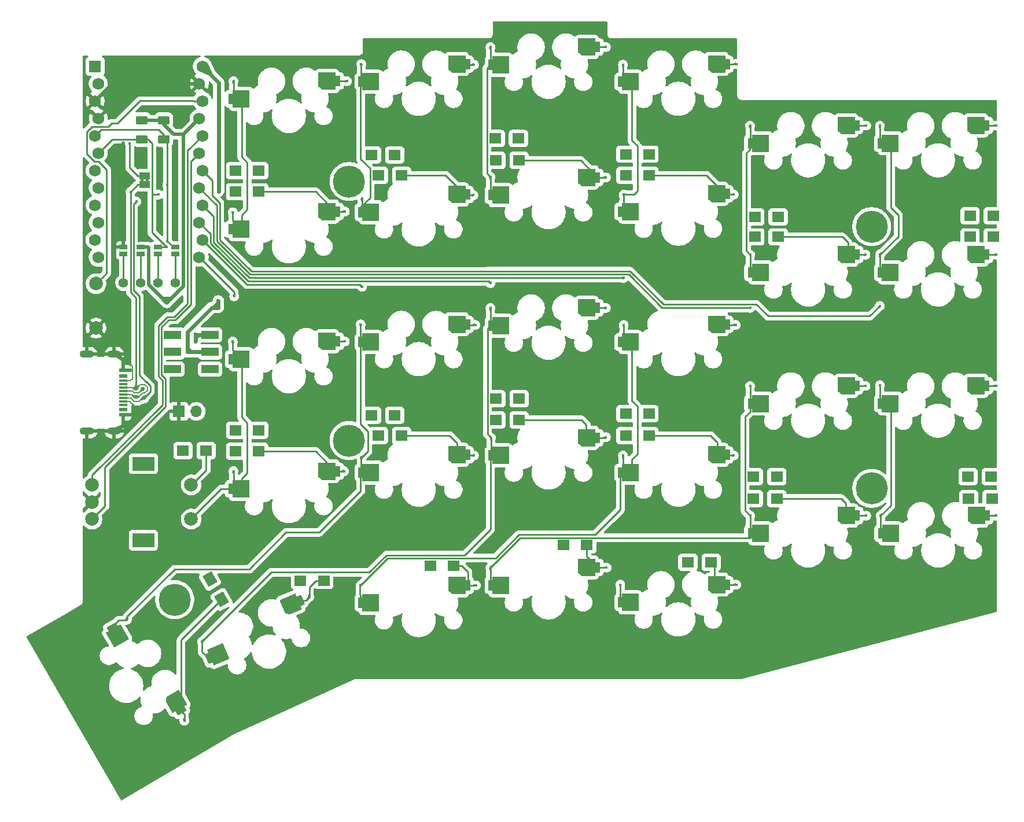
<source format=gbl>
G04 #@! TF.GenerationSoftware,KiCad,Pcbnew,9.0.0*
G04 #@! TF.CreationDate,2025-03-22T23:19:33+08:00*
G04 #@! TF.ProjectId,SofleKeyboard,536f666c-654b-4657-9962-6f6172642e6b,rev?*
G04 #@! TF.SameCoordinates,Original*
G04 #@! TF.FileFunction,Copper,L2,Bot*
G04 #@! TF.FilePolarity,Positive*
%FSLAX46Y46*%
G04 Gerber Fmt 4.6, Leading zero omitted, Abs format (unit mm)*
G04 Created by KiCad (PCBNEW 9.0.0) date 2025-03-22 23:19:33*
%MOMM*%
%LPD*%
G01*
G04 APERTURE LIST*
G04 Aperture macros list*
%AMRoundRect*
0 Rectangle with rounded corners*
0 $1 Rounding radius*
0 $2 $3 $4 $5 $6 $7 $8 $9 X,Y pos of 4 corners*
0 Add a 4 corners polygon primitive as box body*
4,1,4,$2,$3,$4,$5,$6,$7,$8,$9,$2,$3,0*
0 Add four circle primitives for the rounded corners*
1,1,$1+$1,$2,$3*
1,1,$1+$1,$4,$5*
1,1,$1+$1,$6,$7*
1,1,$1+$1,$8,$9*
0 Add four rect primitives between the rounded corners*
20,1,$1+$1,$2,$3,$4,$5,0*
20,1,$1+$1,$4,$5,$6,$7,0*
20,1,$1+$1,$6,$7,$8,$9,0*
20,1,$1+$1,$8,$9,$2,$3,0*%
%AMRotRect*
0 Rectangle, with rotation*
0 The origin of the aperture is its center*
0 $1 length*
0 $2 width*
0 $3 Rotation angle, in degrees counterclockwise*
0 Add horizontal line*
21,1,$1,$2,0,0,$3*%
%AMFreePoly0*
4,1,17,2.735355,1.235355,2.750000,1.200000,2.750000,-1.200000,2.735355,-1.235355,2.700000,-1.250000,0.300000,-1.250000,0.264645,-1.235355,0.250000,-1.200000,0.250000,-0.750000,-0.350000,-0.750000,-0.350000,0.750000,0.250000,0.750000,0.250000,1.200000,0.264645,1.235355,0.300000,1.250000,2.700000,1.250000,2.735355,1.235355,2.735355,1.235355,$1*%
%AMFreePoly1*
4,1,19,-0.364645,1.235355,-0.350000,1.200000,-0.350000,0.750000,0.350000,0.750000,0.350000,-0.750000,-0.350000,-0.750000,-0.350000,-1.200000,-0.364645,-1.235355,-0.400000,-1.250000,-2.300000,-1.250000,-2.331235,-1.239043,-2.831235,-0.839043,-2.849694,-0.805522,-2.850000,-0.800000,-2.850000,1.200000,-2.835355,1.235355,-2.800000,1.250000,-0.400000,1.250000,-0.364645,1.235355,-0.364645,1.235355,
$1*%
G04 Aperture macros list end*
G04 #@! TA.AperFunction,EtchedComponent*
%ADD10C,0.000000*%
G04 #@! TD*
G04 #@! TA.AperFunction,ComponentPad*
%ADD11C,4.700000*%
G04 #@! TD*
G04 #@! TA.AperFunction,ComponentPad*
%ADD12R,1.752600X1.752600*%
G04 #@! TD*
G04 #@! TA.AperFunction,ComponentPad*
%ADD13C,1.752600*%
G04 #@! TD*
G04 #@! TA.AperFunction,ComponentPad*
%ADD14R,1.800000X1.500000*%
G04 #@! TD*
G04 #@! TA.AperFunction,ComponentPad*
%ADD15RotRect,1.800000X1.500000X300.000000*%
G04 #@! TD*
G04 #@! TA.AperFunction,SMDPad,CuDef*
%ADD16FreePoly0,0.000000*%
G04 #@! TD*
G04 #@! TA.AperFunction,SMDPad,CuDef*
%ADD17FreePoly1,0.000000*%
G04 #@! TD*
G04 #@! TA.AperFunction,SMDPad,CuDef*
%ADD18FreePoly0,300.000000*%
G04 #@! TD*
G04 #@! TA.AperFunction,SMDPad,CuDef*
%ADD19FreePoly1,300.000000*%
G04 #@! TD*
G04 #@! TA.AperFunction,SMDPad,CuDef*
%ADD20FreePoly0,23.000000*%
G04 #@! TD*
G04 #@! TA.AperFunction,SMDPad,CuDef*
%ADD21FreePoly1,23.000000*%
G04 #@! TD*
G04 #@! TA.AperFunction,ComponentPad*
%ADD22C,1.397000*%
G04 #@! TD*
G04 #@! TA.AperFunction,ComponentPad*
%ADD23C,2.000000*%
G04 #@! TD*
G04 #@! TA.AperFunction,ComponentPad*
%ADD24R,3.200000X2.000000*%
G04 #@! TD*
G04 #@! TA.AperFunction,ComponentPad*
%ADD25R,1.700000X1.700000*%
G04 #@! TD*
G04 #@! TA.AperFunction,ComponentPad*
%ADD26O,1.700000X1.700000*%
G04 #@! TD*
G04 #@! TA.AperFunction,ComponentPad*
%ADD27O,1.900000X1.100000*%
G04 #@! TD*
G04 #@! TA.AperFunction,ComponentPad*
%ADD28O,2.100000X1.100000*%
G04 #@! TD*
G04 #@! TA.AperFunction,ComponentPad*
%ADD29RoundRect,0.250000X-0.625000X0.375000X-0.625000X-0.375000X0.625000X-0.375000X0.625000X0.375000X0*%
G04 #@! TD*
G04 #@! TA.AperFunction,SMDPad,CuDef*
%ADD30R,1.143000X0.635000*%
G04 #@! TD*
G04 #@! TA.AperFunction,SMDPad,CuDef*
%ADD31R,1.500000X1.000000*%
G04 #@! TD*
G04 #@! TA.AperFunction,SMDPad,CuDef*
%ADD32R,2.500000X1.200000*%
G04 #@! TD*
G04 #@! TA.AperFunction,SMDPad,CuDef*
%ADD33R,1.300000X0.600000*%
G04 #@! TD*
G04 #@! TA.AperFunction,SMDPad,CuDef*
%ADD34R,1.300000X0.300000*%
G04 #@! TD*
G04 #@! TA.AperFunction,ViaPad*
%ADD35C,0.400000*%
G04 #@! TD*
G04 #@! TA.AperFunction,ViaPad*
%ADD36C,0.600000*%
G04 #@! TD*
G04 #@! TA.AperFunction,Conductor*
%ADD37C,0.250000*%
G04 #@! TD*
G04 #@! TA.AperFunction,Conductor*
%ADD38C,0.500000*%
G04 #@! TD*
G04 #@! TA.AperFunction,Conductor*
%ADD39C,0.200000*%
G04 #@! TD*
G04 #@! TA.AperFunction,Conductor*
%ADD40C,0.600000*%
G04 #@! TD*
G04 APERTURE END LIST*
D10*
G04 #@! TA.AperFunction,EtchedComponent*
G36*
X99200000Y-59660000D02*
G01*
X98800000Y-59660000D01*
X98800000Y-59160000D01*
X99200000Y-59160000D01*
X99200000Y-59660000D01*
G37*
G04 #@! TD.AperFunction*
G04 #@! TA.AperFunction,EtchedComponent*
G36*
X100000000Y-59660000D02*
G01*
X99600000Y-59660000D01*
X99600000Y-59160000D01*
X100000000Y-59160000D01*
X100000000Y-59660000D01*
G37*
G04 #@! TD.AperFunction*
D11*
X129300000Y-59600000D03*
X205800000Y-66210000D03*
X205800000Y-104510000D03*
X103800000Y-120810000D03*
D12*
X92151400Y-42740000D03*
D13*
X92608600Y-45280000D03*
X92151400Y-47820000D03*
X92608600Y-50360000D03*
X92151400Y-52900000D03*
X92608600Y-55440000D03*
X92151400Y-57980000D03*
X92608600Y-60520000D03*
X92151400Y-63060000D03*
X92608600Y-65600000D03*
X92151400Y-68140000D03*
X92608600Y-70680000D03*
X107391400Y-70680000D03*
X107848600Y-68140000D03*
X107391400Y-65600000D03*
X107848600Y-63060000D03*
X107391400Y-60520000D03*
X107848600Y-57980000D03*
X107391400Y-55440000D03*
X107848600Y-52900000D03*
X107391400Y-50360000D03*
X107848600Y-47820000D03*
X107391400Y-45280000D03*
X107848600Y-42740000D03*
D14*
X112700000Y-58000000D03*
X116100000Y-58000000D03*
X132600000Y-55700000D03*
X136000000Y-55700000D03*
X150700000Y-53300000D03*
X154100000Y-53300000D03*
X169800000Y-55600000D03*
X173200000Y-55600000D03*
X188700000Y-64800000D03*
X192100000Y-64800000D03*
X220200000Y-64600000D03*
X223600000Y-64600000D03*
X112700000Y-61100000D03*
X116100000Y-61100000D03*
X133600000Y-58700000D03*
X137000000Y-58700000D03*
X150800000Y-56500000D03*
X154200000Y-56500000D03*
X169800000Y-58700000D03*
X173200000Y-58700000D03*
X188700000Y-67700000D03*
X192100000Y-67700000D03*
X220200000Y-67700000D03*
X223600000Y-67700000D03*
X112700000Y-96000000D03*
X116100000Y-96000000D03*
X132600000Y-93800000D03*
X136000000Y-93800000D03*
X150800000Y-91400000D03*
X154200000Y-91400000D03*
X169800000Y-93600000D03*
X173200000Y-93600000D03*
X188500000Y-102800000D03*
X191900000Y-102800000D03*
X219900000Y-102800000D03*
X223300000Y-102800000D03*
X112700000Y-99100000D03*
X116100000Y-99100000D03*
X133600000Y-96800000D03*
X137000000Y-96800000D03*
X150800000Y-94500000D03*
X154200000Y-94500000D03*
X169800000Y-96800000D03*
X173200000Y-96800000D03*
X188500000Y-106000000D03*
X191900000Y-106000000D03*
X220000000Y-106000000D03*
X223400000Y-106000000D03*
X105000000Y-99010000D03*
X108400000Y-99010000D03*
D15*
X108950000Y-117827757D03*
X110650000Y-120772243D03*
D14*
X122200000Y-118000000D03*
X125600000Y-118000000D03*
X141200000Y-115800000D03*
X144600000Y-115800000D03*
X160700000Y-112810000D03*
X164100000Y-112810000D03*
D16*
X112000000Y-47500000D03*
D17*
X127700000Y-44900000D03*
D16*
X112000000Y-66600000D03*
D17*
X127700000Y-64000000D03*
D16*
X112000000Y-85600000D03*
D17*
X127700000Y-83000000D03*
D16*
X112000000Y-104600000D03*
D17*
X127700000Y-102000000D03*
D18*
X94615064Y-124798784D03*
D19*
X104716730Y-137095383D03*
D20*
X108798881Y-129419952D03*
D21*
X122234906Y-120892161D03*
D16*
X131000000Y-121300000D03*
D17*
X146700000Y-118700000D03*
D16*
X150000000Y-118700000D03*
D17*
X165700000Y-116100000D03*
D22*
X96300000Y-74410000D03*
X98840000Y-74410000D03*
X101380000Y-74410000D03*
X103920000Y-74410000D03*
D14*
X178900000Y-115310000D03*
X182300000Y-115310000D03*
D16*
X131000000Y-83100000D03*
D17*
X146700000Y-80500000D03*
D16*
X131000000Y-102200000D03*
D17*
X146700000Y-99600000D03*
D16*
X131000000Y-64100000D03*
D17*
X146700000Y-61500000D03*
D16*
X131000000Y-45000000D03*
D17*
X146700000Y-42400000D03*
D16*
X150000000Y-80700000D03*
D17*
X165700000Y-78100000D03*
D16*
X150000000Y-42510000D03*
D17*
X165700000Y-39910000D03*
D16*
X150000000Y-61600000D03*
D17*
X165700000Y-59000000D03*
D16*
X150000000Y-99700000D03*
D17*
X165700000Y-97100000D03*
D16*
X169000000Y-102200000D03*
D17*
X184700000Y-99600000D03*
D16*
X169000000Y-64000000D03*
D17*
X184700000Y-61400000D03*
D16*
X169000000Y-121200000D03*
D17*
X184700000Y-118600000D03*
D16*
X169000000Y-83100000D03*
D17*
X184700000Y-80500000D03*
D16*
X169000000Y-45000000D03*
D17*
X184700000Y-42400000D03*
D16*
X188000000Y-54000000D03*
D17*
X203700000Y-51400000D03*
D16*
X188000000Y-111100000D03*
D17*
X203700000Y-108500000D03*
D16*
X207000000Y-92100000D03*
D17*
X222700000Y-89500000D03*
D16*
X207050000Y-111100000D03*
D17*
X222750000Y-108500000D03*
D16*
X207000000Y-54000000D03*
D17*
X222700000Y-51400000D03*
D16*
X207000000Y-72900000D03*
D17*
X222700000Y-70300000D03*
D16*
X188000000Y-92100000D03*
D17*
X203700000Y-89500000D03*
D16*
X188000000Y-72900000D03*
D17*
X203700000Y-70300000D03*
D11*
X129300000Y-97510000D03*
D23*
X91700000Y-104000000D03*
X91700000Y-109000000D03*
X91700000Y-106500000D03*
D24*
X99200000Y-100900000D03*
X99200000Y-112100000D03*
D23*
X106200000Y-109000000D03*
X106200000Y-104000000D03*
X92280000Y-81052000D03*
X92280000Y-74552000D03*
D25*
X104405000Y-93252000D03*
D26*
X106945000Y-93252000D03*
D27*
X94940000Y-84892000D03*
D28*
X90940000Y-84892000D03*
D27*
X94940000Y-96132000D03*
D28*
X90940000Y-96132000D03*
D29*
X102200000Y-50610000D03*
X102200000Y-53410000D03*
X99000000Y-50610000D03*
X99000000Y-53410000D03*
D30*
X101300000Y-70200380D03*
X101300000Y-69199620D03*
X98800000Y-70200380D03*
X98800000Y-69199620D03*
X96300000Y-70200380D03*
X96300000Y-69199620D03*
X103900000Y-70200380D03*
X103900000Y-69199620D03*
D31*
X99400000Y-58760000D03*
X99400000Y-60060000D03*
D32*
X108980000Y-82052000D03*
X108980000Y-84552000D03*
X108980000Y-87052000D03*
X103480000Y-82052000D03*
X103480000Y-84552000D03*
X103480000Y-87052000D03*
D33*
X96290000Y-93762000D03*
X96290000Y-92962000D03*
D34*
X96290000Y-91762000D03*
X96290000Y-90762000D03*
X96290000Y-90262000D03*
X96290000Y-89262000D03*
D33*
X96290000Y-88062000D03*
X96290000Y-87262000D03*
X96290000Y-87262000D03*
X96290000Y-88062000D03*
D34*
X96290000Y-88762000D03*
X96290000Y-89762000D03*
X96290000Y-91262000D03*
X96290000Y-92262000D03*
D33*
X96290000Y-92962000D03*
X96290000Y-93762000D03*
D28*
X90940000Y-96132000D03*
D27*
X94940000Y-96132000D03*
D28*
X90940000Y-84892000D03*
D27*
X94940000Y-84892000D03*
D35*
X129000000Y-44910000D03*
X147600000Y-42500000D03*
X166900000Y-39910000D03*
X186000000Y-42410000D03*
X205000000Y-51410000D03*
X224000000Y-51410000D03*
X128700000Y-64000000D03*
X147500000Y-61600000D03*
X166900000Y-59010000D03*
X185600000Y-61500000D03*
X204900000Y-70310000D03*
X224000000Y-70310000D03*
X128700000Y-83000002D03*
X147800000Y-80600000D03*
X166900000Y-78110000D03*
X185900000Y-80600000D03*
X204900000Y-89510000D03*
X224000000Y-89510000D03*
X128600000Y-102000000D03*
X147600000Y-99700000D03*
X166900000Y-97010000D03*
X185600000Y-99700000D03*
X205000000Y-108510000D03*
X224000000Y-108510000D03*
X105200000Y-138510000D03*
X123500000Y-120410000D03*
X147900000Y-118710000D03*
D36*
X102640000Y-77082000D03*
D35*
X103278891Y-76750891D03*
X99988501Y-69316621D03*
D36*
X96290000Y-92962000D03*
X96290000Y-88062000D03*
D35*
X103930000Y-58352000D03*
D36*
X188750000Y-96610000D03*
X142330000Y-50652000D03*
X166500000Y-108460000D03*
D35*
X96300000Y-68200000D03*
D36*
X104880000Y-106552000D03*
X222730000Y-116552000D03*
D35*
X108380000Y-80602000D03*
D36*
X176030000Y-75902000D03*
D35*
X111480000Y-63052000D03*
D36*
X109530000Y-101602000D03*
X129280000Y-81252000D03*
X183255000Y-92052000D03*
X99780000Y-122152000D03*
X149030000Y-113752000D03*
X186530000Y-131452000D03*
X172080000Y-50602000D03*
X195930000Y-121552000D03*
X99930000Y-87752000D03*
X222730000Y-121552000D03*
X208430000Y-87002000D03*
X105680000Y-143352000D03*
D35*
X97130000Y-86052000D03*
D36*
X157530000Y-52002000D03*
X148080000Y-87302000D03*
X101080000Y-42752000D03*
X167430000Y-85452000D03*
X161530000Y-131452000D03*
X146030000Y-96727000D03*
D35*
X105580000Y-90602000D03*
D36*
X201890000Y-104782000D03*
X133180000Y-127877000D03*
X189250000Y-76260000D03*
X115950000Y-120210000D03*
X168630000Y-40652000D03*
X151580000Y-36952000D03*
X203805000Y-119527000D03*
X202130000Y-66052000D03*
D35*
X107430000Y-73002000D03*
D36*
X209850000Y-59810000D03*
X189450000Y-86610000D03*
X104730000Y-125152000D03*
X101180000Y-145852000D03*
D35*
X96830000Y-80452000D03*
D36*
X121830000Y-59802000D03*
X166300000Y-114210000D03*
D35*
X103780000Y-55752000D03*
D36*
X156530000Y-131452000D03*
X160230000Y-69777000D03*
X94930000Y-76252000D03*
X133700000Y-71060000D03*
X169480000Y-50502000D03*
X199980000Y-78202000D03*
X128850000Y-118410000D03*
X173180000Y-127877000D03*
X207280000Y-59602000D03*
X176280000Y-113152000D03*
X113880000Y-138802000D03*
D35*
X103880000Y-96552000D03*
D36*
X143180000Y-127877000D03*
X122830000Y-97602000D03*
X119780000Y-56502000D03*
X114080000Y-79552000D03*
X210180000Y-63152000D03*
X198130000Y-64752000D03*
X118205000Y-111002000D03*
X159680000Y-53702000D03*
X93380000Y-143352000D03*
D35*
X95130000Y-55352000D03*
D36*
X124250000Y-112360000D03*
X132280000Y-51552000D03*
X168330000Y-79252000D03*
X205730000Y-76402000D03*
X141730000Y-93602000D03*
X141530000Y-131452000D03*
D35*
X96080000Y-42402000D03*
D36*
X171530000Y-131452000D03*
X147530000Y-55502000D03*
D35*
X101630000Y-65452000D03*
D36*
X176080000Y-93852000D03*
X106530000Y-100902000D03*
X129580000Y-76152000D03*
D35*
X101430000Y-55752000D03*
D36*
X98030000Y-94252000D03*
D35*
X112680000Y-93252000D03*
D36*
X151650000Y-71010000D03*
X207230000Y-98502000D03*
X129280000Y-89852000D03*
X195280000Y-101002000D03*
X205730000Y-87852000D03*
X114980000Y-53060000D03*
X107130000Y-138552000D03*
X205980000Y-49852000D03*
D35*
X111330000Y-79252000D03*
D36*
X96030000Y-78452000D03*
X119500000Y-119160000D03*
X129580000Y-51202000D03*
X107730000Y-75052000D03*
X118030000Y-137002000D03*
X119303662Y-95296143D03*
X206930000Y-114502000D03*
D35*
X105730000Y-85852000D03*
D36*
X91680000Y-117752000D03*
D35*
X104380000Y-90602000D03*
D36*
X223380000Y-48702000D03*
D35*
X115130000Y-91252000D03*
D36*
X186380000Y-85852000D03*
X129180000Y-114352000D03*
X208200000Y-82160000D03*
X150830000Y-48852000D03*
X183180000Y-127877000D03*
X197430000Y-128452000D03*
X109305000Y-96002000D03*
X197630000Y-102852000D03*
X190380000Y-62752000D03*
D35*
X95330000Y-46552000D03*
X102030000Y-94752000D03*
D36*
X91230000Y-100002000D03*
X151080000Y-89152000D03*
X221930000Y-62152000D03*
X113400000Y-119160000D03*
D35*
X125430000Y-71602000D03*
X118680000Y-78102000D03*
X104830000Y-96552000D03*
D36*
X189480000Y-80402000D03*
D35*
X105530000Y-88452000D03*
D36*
X125630000Y-54552000D03*
X176830000Y-53952000D03*
X141430000Y-55552000D03*
X148700000Y-108760000D03*
X169230000Y-91452000D03*
X186130000Y-110102000D03*
D35*
X104630000Y-77002000D03*
D36*
X87880000Y-133702000D03*
D35*
X92980000Y-98002000D03*
D36*
X99930000Y-76502000D03*
D35*
X95800000Y-65510000D03*
D36*
X168580000Y-110052000D03*
X112330000Y-53010000D03*
X142130000Y-89252000D03*
X132530000Y-91602000D03*
X124930000Y-57902000D03*
X122030000Y-135052000D03*
D35*
X96229300Y-53980700D03*
D36*
X185130000Y-39652000D03*
X132930000Y-39152000D03*
D35*
X92980000Y-83452000D03*
X122130000Y-76852000D03*
D36*
X198180000Y-80602000D03*
D35*
X112680000Y-88402000D03*
D36*
X129480000Y-71152000D03*
D35*
X103830000Y-62252000D03*
D36*
X209650000Y-102022000D03*
X176530000Y-131452000D03*
D35*
X111830000Y-50452000D03*
X97730000Y-92262000D03*
D36*
X148180000Y-40552000D03*
X101030000Y-45902000D03*
X178980000Y-55952000D03*
X148300000Y-115910000D03*
X125980000Y-133102000D03*
X85080000Y-128702000D03*
X186680000Y-48652000D03*
D35*
X104280000Y-46252000D03*
D36*
X181530000Y-131452000D03*
X223280000Y-82002000D03*
X158730000Y-107327000D03*
D35*
X99430000Y-97602000D03*
X108430000Y-90952000D03*
X107780000Y-77002000D03*
D36*
X171230000Y-70902000D03*
X88580000Y-123552000D03*
X148230000Y-75702000D03*
D35*
X94880000Y-82652000D03*
D36*
X169030000Y-53402000D03*
X185730000Y-96352000D03*
X114180000Y-76102000D03*
X95330000Y-102452000D03*
X120850000Y-115460000D03*
X166530000Y-131452000D03*
X148180000Y-50102000D03*
X186030000Y-58002000D03*
X146530000Y-131452000D03*
X109480000Y-107802000D03*
X136530000Y-131452000D03*
X105950000Y-114860000D03*
D35*
X104300000Y-51210000D03*
D36*
X147805000Y-58677000D03*
X172880000Y-91502000D03*
D35*
X111680000Y-77802000D03*
X108864243Y-89022905D03*
D36*
X111080000Y-43352000D03*
X106350000Y-127210000D03*
X205850000Y-82210000D03*
D35*
X106530000Y-78902000D03*
D36*
X131530000Y-131452000D03*
X212480000Y-124202000D03*
X136680000Y-109902000D03*
D35*
X103880000Y-95552000D03*
D36*
X214980000Y-104052000D03*
D35*
X125830000Y-78452000D03*
D36*
X210030000Y-98702000D03*
D35*
X104830000Y-95552000D03*
D36*
X97880000Y-142227000D03*
X211680000Y-65752000D03*
X113500000Y-114960000D03*
D35*
X118130000Y-92702000D03*
D36*
X207530000Y-125452000D03*
X210755000Y-68052000D03*
X129530000Y-43002000D03*
X186550000Y-113910000D03*
X103730000Y-78052000D03*
X202230000Y-127052000D03*
X165980000Y-36752000D03*
X151930000Y-75402000D03*
X160480000Y-91702000D03*
D35*
X99180000Y-55702000D03*
D36*
X171530000Y-77002000D03*
X109450000Y-112210000D03*
D35*
X98930000Y-65452000D03*
D36*
X157830000Y-90002000D03*
X150980000Y-84952000D03*
X96480000Y-148552000D03*
X167880000Y-70902000D03*
D35*
X100130000Y-77752000D03*
D36*
X111800000Y-112260000D03*
X116230000Y-71127000D03*
X111205000Y-135252000D03*
X105930000Y-117702000D03*
D35*
X97130000Y-95152000D03*
X111430000Y-73202000D03*
D36*
X131005000Y-106727000D03*
D35*
X104105000Y-53777000D03*
D36*
X151530000Y-131452000D03*
X186650000Y-76110000D03*
X189200000Y-117810000D03*
X188780000Y-58302000D03*
D35*
X100130000Y-92102000D03*
D36*
X142980000Y-112752000D03*
D35*
X95380000Y-61452000D03*
D36*
X192330000Y-129802000D03*
X151550000Y-108810000D03*
D35*
X95000000Y-63060000D03*
D36*
X222700000Y-97560000D03*
X97800000Y-120010000D03*
X147800000Y-71010000D03*
X133380000Y-76052000D03*
X96730000Y-82552000D03*
D35*
X104930000Y-80452000D03*
D36*
X217230000Y-123052000D03*
X90580000Y-138502000D03*
X169100000Y-116560000D03*
D35*
X207100000Y-108510000D03*
X169000000Y-118610000D03*
X207000000Y-89410000D03*
X207000000Y-51410000D03*
X207000000Y-70310000D03*
X207000000Y-77810000D03*
X188000000Y-51410000D03*
X188000000Y-70310000D03*
X188000000Y-78110000D03*
X188000000Y-89510000D03*
X188000000Y-108510000D03*
X150000000Y-116110000D03*
X131000000Y-118710000D03*
X169400000Y-99700000D03*
X169500000Y-73710000D03*
X169500000Y-61500000D03*
X169400000Y-42500000D03*
X169500000Y-80600000D03*
X150000000Y-58910000D03*
X107800000Y-126910000D03*
X150000000Y-39910000D03*
X150000000Y-74460000D03*
X150000000Y-78110000D03*
X150100000Y-97110000D03*
X131200000Y-62110000D03*
X131100000Y-42410000D03*
X131200000Y-75010000D03*
X131100000Y-100010000D03*
X96800000Y-123710000D03*
X131000000Y-80510000D03*
X102700000Y-60110000D03*
X102700000Y-68300000D03*
X101400000Y-61510000D03*
X102600000Y-69200000D03*
X167000000Y-116110000D03*
X97200000Y-54010000D03*
X186000000Y-118610000D03*
X112400000Y-101999990D03*
X112399986Y-44900000D03*
X112499999Y-76410001D03*
X112300000Y-83000000D03*
X112300000Y-64100000D03*
X98200000Y-62510000D03*
D36*
X99180000Y-89952000D03*
X99303999Y-91276587D03*
D35*
X97323501Y-61136499D03*
D36*
X98130000Y-89952000D03*
X98130000Y-91152000D03*
X110230000Y-60052000D03*
X105630000Y-83602000D03*
X110180000Y-77052000D03*
X110180000Y-78052000D03*
X110230000Y-61052000D03*
X105630000Y-84552000D03*
X106830000Y-81952000D03*
X106830000Y-82952000D03*
D37*
X127700000Y-44900000D02*
X128990000Y-44900000D01*
X128990000Y-44900000D02*
X129000000Y-44910000D01*
X145100000Y-42520000D02*
X146680000Y-42520000D01*
X146680000Y-42520000D02*
X146700000Y-42500000D01*
X146700000Y-42500000D02*
X147600000Y-42500000D01*
X165700000Y-39910000D02*
X166900000Y-39910000D01*
X185990000Y-42400000D02*
X186000000Y-42410000D01*
X184700000Y-42400000D02*
X185990000Y-42400000D01*
X205000000Y-51410000D02*
X203710000Y-51410000D01*
X203710000Y-51410000D02*
X203700000Y-51400000D01*
X223990000Y-51400000D02*
X224000000Y-51410000D01*
X222700000Y-51400000D02*
X223990000Y-51400000D01*
X127680000Y-64020000D02*
X127700000Y-64000000D01*
X126100000Y-62770000D02*
X124430000Y-61100000D01*
X127700000Y-64000000D02*
X128700000Y-64000000D01*
X124430000Y-61100000D02*
X116100000Y-61100000D01*
X126100000Y-64020000D02*
X127680000Y-64020000D01*
X126100000Y-64020000D02*
X126100000Y-62770000D01*
X137000000Y-58700000D02*
X143430000Y-58700000D01*
X145100000Y-60370000D02*
X145100000Y-61520000D01*
X143430000Y-58700000D02*
X145100000Y-60370000D01*
X146680000Y-61620000D02*
X146700000Y-61600000D01*
X145100000Y-61520000D02*
X145200000Y-61620000D01*
X146700000Y-61600000D02*
X147500000Y-61600000D01*
X145200000Y-61620000D02*
X146680000Y-61620000D01*
X163200000Y-56500000D02*
X165700000Y-59000000D01*
X154200000Y-56500000D02*
X163200000Y-56500000D01*
X165700000Y-59000000D02*
X166890000Y-59000000D01*
X166890000Y-59000000D02*
X166900000Y-59010000D01*
X183200000Y-61520000D02*
X184780000Y-61520000D01*
X184800000Y-61500000D02*
X185600000Y-61500000D01*
X183200000Y-61520000D02*
X183200000Y-60270000D01*
X184780000Y-61520000D02*
X184800000Y-61500000D01*
X181630000Y-58700000D02*
X173200000Y-58700000D01*
X183200000Y-60270000D02*
X181630000Y-58700000D01*
X202330000Y-68552000D02*
X202330000Y-69202000D01*
X203710000Y-70310000D02*
X203700000Y-70300000D01*
X204900000Y-70310000D02*
X203710000Y-70310000D01*
X203428000Y-70300000D02*
X203700000Y-70300000D01*
X201478000Y-67700000D02*
X202330000Y-68552000D01*
X192100000Y-67700000D02*
X201478000Y-67700000D01*
X202330000Y-69202000D02*
X203428000Y-70300000D01*
X222700000Y-70300000D02*
X223990000Y-70300000D01*
X223990000Y-70300000D02*
X224000000Y-70310000D01*
X223800000Y-67900000D02*
X223600000Y-67700000D01*
X126100000Y-83020000D02*
X126119998Y-83000002D01*
X126119998Y-83000002D02*
X128700000Y-83000002D01*
X146700000Y-80600000D02*
X147800000Y-80600000D01*
X146680000Y-80620000D02*
X146700000Y-80600000D01*
X145100000Y-80620000D02*
X146680000Y-80620000D01*
X166890000Y-78100000D02*
X166900000Y-78110000D01*
X165700000Y-78100000D02*
X166890000Y-78100000D01*
X184800000Y-80600000D02*
X185900000Y-80600000D01*
X183200000Y-80620000D02*
X184780000Y-80620000D01*
X184780000Y-80620000D02*
X184800000Y-80600000D01*
X204900000Y-89510000D02*
X203710000Y-89510000D01*
X203710000Y-89510000D02*
X203700000Y-89500000D01*
X223990000Y-89500000D02*
X224000000Y-89510000D01*
X222700000Y-89500000D02*
X223990000Y-89500000D01*
X124430000Y-99100000D02*
X116100000Y-99100000D01*
X127680000Y-102020000D02*
X127700000Y-102000000D01*
X127700000Y-102000000D02*
X128600000Y-102000000D01*
X126100000Y-102020000D02*
X127680000Y-102020000D01*
X126100000Y-100770000D02*
X124430000Y-99100000D01*
X126100000Y-102020000D02*
X126100000Y-100770000D01*
X146680000Y-99720000D02*
X145100000Y-99720000D01*
X144028000Y-96800000D02*
X137000000Y-96800000D01*
X145100000Y-99720000D02*
X145100000Y-97872000D01*
X147600000Y-99700000D02*
X146700000Y-99700000D01*
X145100000Y-97872000D02*
X144028000Y-96800000D01*
X146700000Y-99700000D02*
X146680000Y-99720000D01*
X164030000Y-97100000D02*
X165700000Y-97100000D01*
X154200000Y-94500000D02*
X163328000Y-94500000D01*
X165700000Y-97100000D02*
X166810000Y-97100000D01*
X164030000Y-95202000D02*
X164030000Y-97100000D01*
X163328000Y-94500000D02*
X164030000Y-95202000D01*
X166810000Y-97100000D02*
X166900000Y-97010000D01*
X184800000Y-99700000D02*
X184780000Y-99720000D01*
X185600000Y-99700000D02*
X184800000Y-99700000D01*
X183200000Y-97772000D02*
X182228000Y-96800000D01*
X183200000Y-99720000D02*
X183200000Y-97772000D01*
X184780000Y-99720000D02*
X183200000Y-99720000D01*
X182228000Y-96800000D02*
X173200000Y-96800000D01*
X204660000Y-108500000D02*
X204790000Y-108500000D01*
X191900000Y-106000000D02*
X201338000Y-106000000D01*
X202010000Y-107962000D02*
X202548000Y-108500000D01*
X204660000Y-108500000D02*
X204670000Y-108510000D01*
X191900000Y-106000000D02*
X192050000Y-106000000D01*
X201338000Y-106000000D02*
X202010000Y-106672000D01*
X202010000Y-106672000D02*
X202010000Y-107962000D01*
X204670000Y-108510000D02*
X205000000Y-108510000D01*
X202548000Y-108500000D02*
X203700000Y-108500000D01*
X203700000Y-108500000D02*
X204660000Y-108500000D01*
X222760000Y-108510000D02*
X222750000Y-108500000D01*
X223200000Y-106100000D02*
X222900000Y-105800000D01*
X224000000Y-108510000D02*
X222760000Y-108510000D01*
X104716730Y-126705513D02*
X104716730Y-137095383D01*
X105200000Y-137578653D02*
X104716730Y-137095383D01*
X105200000Y-138510000D02*
X105200000Y-137578653D01*
X110650000Y-120772243D02*
X104716730Y-126705513D01*
X122234906Y-120892161D02*
X123017839Y-120892161D01*
X123017839Y-120892161D02*
X123500000Y-120410000D01*
X123500000Y-118950000D02*
X124450000Y-118000000D01*
X124450000Y-118000000D02*
X125600000Y-118000000D01*
X123500000Y-120410000D02*
X123500000Y-118950000D01*
X146700000Y-117950000D02*
X146700000Y-118700000D01*
X145750000Y-115800000D02*
X146700000Y-116750000D01*
X147890000Y-118700000D02*
X147900000Y-118710000D01*
X146700000Y-116750000D02*
X146700000Y-117950000D01*
X146700000Y-118700000D02*
X147890000Y-118700000D01*
X144600000Y-115800000D02*
X145750000Y-115800000D01*
D38*
X99988501Y-69316621D02*
X99871500Y-69199620D01*
X103278891Y-76750891D02*
X105068501Y-74961281D01*
X102648891Y-77380891D02*
X103278891Y-76750891D01*
X105068501Y-52682899D02*
X103647899Y-52682899D01*
X99988501Y-74718283D02*
X102021109Y-76750891D01*
X102200000Y-51235000D02*
X102200000Y-50610000D01*
X99988501Y-69316621D02*
X99988501Y-69316621D01*
X99988501Y-69316621D02*
X99988501Y-74718283D01*
X107391400Y-50360000D02*
X105068501Y-52682899D01*
X102650000Y-76750891D02*
X102996049Y-76750891D01*
X105068501Y-52682899D02*
X105068501Y-74961281D01*
X102021109Y-76750891D02*
X102650000Y-76750891D01*
X99871500Y-69199620D02*
X98800000Y-69199620D01*
X103647899Y-52682899D02*
X102200000Y-51235000D01*
X102996049Y-76750891D02*
X103278891Y-76750891D01*
X102650000Y-76750891D02*
X102650000Y-77379782D01*
X102021109Y-76750891D02*
X102021109Y-76753109D01*
X102200000Y-50610000D02*
X99000000Y-50610000D01*
X102021109Y-76753109D02*
X102215000Y-76947000D01*
X102650000Y-77379782D02*
X102648891Y-77380891D01*
X102215000Y-76947000D02*
X102648891Y-77380891D01*
X96300000Y-59660000D02*
X96300000Y-54055710D01*
X96290000Y-93762000D02*
X96290000Y-95242000D01*
X96290000Y-87262000D02*
X97380000Y-87262000D01*
X94691400Y-45280000D02*
X107391400Y-45280000D01*
D39*
X95522364Y-84892000D02*
X94940000Y-84892000D01*
D38*
X96290000Y-85812000D02*
X96080000Y-85602000D01*
D39*
X98030000Y-93827000D02*
X98030000Y-94252000D01*
D38*
X95400000Y-96132000D02*
X94940000Y-96132000D01*
X95519000Y-85041000D02*
X94940000Y-85041000D01*
X96300000Y-68200000D02*
X96300000Y-59660000D01*
D39*
X96290000Y-88762000D02*
X97320000Y-88762000D01*
D38*
X95370000Y-84892000D02*
X94940000Y-84892000D01*
D39*
X97320000Y-88762000D02*
X97580000Y-88502000D01*
D38*
X96080000Y-85602000D02*
X95370000Y-84892000D01*
D39*
X98095000Y-93762000D02*
X98030000Y-93827000D01*
D38*
X92151400Y-47820000D02*
X94691400Y-45280000D01*
X96105000Y-95427000D02*
X95400000Y-96132000D01*
X96300000Y-54055710D02*
X96229300Y-53985010D01*
D39*
X97580000Y-87152000D02*
X97580000Y-86952000D01*
X96290000Y-91762000D02*
X97230000Y-91762000D01*
X97420000Y-87262000D02*
X97430000Y-87252000D01*
X97380000Y-87262000D02*
X97420000Y-87262000D01*
D38*
X96080000Y-85602000D02*
X94940000Y-84892000D01*
D39*
X97580000Y-88502000D02*
X97580000Y-87152000D01*
X97580000Y-86952000D02*
X97580000Y-86602000D01*
D38*
X96290000Y-87262000D02*
X96290000Y-85812000D01*
X96290000Y-95242000D02*
X96105000Y-95427000D01*
D39*
X97230000Y-91762000D02*
X97730000Y-92262000D01*
D38*
X96290000Y-93762000D02*
X98095000Y-93762000D01*
X96300000Y-69199620D02*
X96300000Y-68200000D01*
X96105000Y-95427000D02*
X94940000Y-95982000D01*
D39*
X97580000Y-86602000D02*
X97230000Y-86252000D01*
D37*
X207000000Y-77810000D02*
X207000000Y-77810000D01*
X208600000Y-54532000D02*
X208575001Y-54556999D01*
X110399931Y-62721931D02*
X110399931Y-68131931D01*
X208575001Y-54556999D02*
X208575001Y-63397001D01*
X207000000Y-92100000D02*
X208038000Y-92100000D01*
X207100000Y-111050000D02*
X207050000Y-111100000D01*
X208575001Y-92646999D02*
X208575001Y-93675001D01*
X115027990Y-72759990D02*
X149450010Y-72759990D01*
X110399931Y-68131931D02*
X115027990Y-72759990D01*
X207000000Y-89610000D02*
X207000000Y-92100000D01*
X149450010Y-72759990D02*
X149475011Y-72734989D01*
X208575001Y-93675001D02*
X208575001Y-107034999D01*
X205508000Y-79302000D02*
X207000000Y-77810000D01*
X170464137Y-72734989D02*
X175314147Y-77584999D01*
X190630000Y-79302000D02*
X205508000Y-79302000D01*
X109325300Y-59456700D02*
X109325300Y-61647300D01*
X107848600Y-57980000D02*
X109325300Y-59456700D01*
X207100000Y-108510000D02*
X207100000Y-111050000D01*
X208038000Y-92100000D02*
X208580000Y-92642000D01*
X207000000Y-54000000D02*
X208068000Y-54000000D01*
X207000000Y-51410000D02*
X207000000Y-54000000D01*
X188912999Y-77584999D02*
X190630000Y-79302000D01*
X209680000Y-67630000D02*
X207000000Y-70310000D01*
X207000000Y-70310000D02*
X207000000Y-72900000D01*
X209680000Y-64502000D02*
X209680000Y-67630000D01*
X149475011Y-72734989D02*
X170464137Y-72734989D01*
X208575001Y-63397001D02*
X209680000Y-64502000D01*
X109325300Y-61647300D02*
X110399931Y-62721931D01*
X208575001Y-107034999D02*
X207100000Y-108510000D01*
X208580000Y-92642000D02*
X208575001Y-92646999D01*
X169000000Y-120450000D02*
X169000000Y-118610000D01*
X208068000Y-54000000D02*
X208600000Y-54532000D01*
X175314147Y-77584999D02*
X188912999Y-77584999D01*
X169000000Y-121200000D02*
X169000000Y-120450000D01*
X188000000Y-54000000D02*
X187990000Y-54010000D01*
X188000000Y-111100000D02*
X188010000Y-111110000D01*
X187274999Y-94037001D02*
X188000000Y-93312000D01*
X175100000Y-78110000D02*
X170400000Y-73310000D01*
X188000000Y-110350000D02*
X188000000Y-108510000D01*
X109949921Y-63078521D02*
X107391400Y-60520000D01*
X149725001Y-73184999D02*
X149700000Y-73210000D01*
X188000000Y-108510000D02*
X188000000Y-111100000D01*
X114838000Y-73210000D02*
X109949921Y-68321921D01*
X188000000Y-93312000D02*
X188000000Y-92100000D01*
X154375001Y-111734999D02*
X188000000Y-111734999D01*
X170400000Y-73310000D02*
X170274999Y-73184999D01*
X187274999Y-107784999D02*
X187274999Y-94037001D01*
X188010000Y-111522000D02*
X187797001Y-111734999D01*
X188000000Y-111734999D02*
X188000000Y-111100000D01*
X188000000Y-108510000D02*
X187274999Y-107784999D01*
X188000000Y-111100000D02*
X188000000Y-110350000D01*
X170274999Y-73184999D02*
X149725001Y-73184999D01*
X188000000Y-51410000D02*
X188000000Y-54000000D01*
X188000000Y-70310000D02*
X188000000Y-72900000D01*
X149700000Y-73210000D02*
X114838000Y-73210000D01*
X109949921Y-68321921D02*
X109949921Y-63078521D01*
X187474999Y-69784999D02*
X188000000Y-70310000D01*
X187990000Y-54922000D02*
X187474999Y-55437001D01*
X187474999Y-55437001D02*
X187474999Y-69784999D01*
X188000000Y-89510000D02*
X188000000Y-92100000D01*
X188010000Y-111110000D02*
X188010000Y-111522000D01*
X188000000Y-78110000D02*
X175100000Y-78110000D01*
X150000000Y-116110000D02*
X150000000Y-118700000D01*
X187990000Y-54010000D02*
X187990000Y-54922000D01*
X150000000Y-116110000D02*
X154375001Y-111734999D01*
X170700000Y-45060000D02*
X170700000Y-53600000D01*
X170700000Y-83160000D02*
X170700000Y-91700000D01*
X169500000Y-61500000D02*
X169500000Y-62860000D01*
X165325011Y-111284989D02*
X154188600Y-111284990D01*
X169100000Y-45100000D02*
X170660000Y-45100000D01*
X169500000Y-61500000D02*
X171000000Y-61500000D01*
X170660000Y-64100000D02*
X170700000Y-64060000D01*
X169000000Y-107610000D02*
X165325011Y-111284989D01*
X170660000Y-45100000D02*
X170700000Y-45060000D01*
X134982001Y-114724999D02*
X130900000Y-118807000D01*
X171500000Y-54400000D02*
X171500000Y-61000000D01*
X169000000Y-102200000D02*
X169000000Y-107610000D01*
X169400000Y-42500000D02*
X169400000Y-43760000D01*
X154188600Y-111284990D02*
X150748591Y-114724999D01*
X169100000Y-102300000D02*
X170660000Y-102300000D01*
X170700000Y-53600000D02*
X171500000Y-54400000D01*
X114698000Y-73710000D02*
X109499911Y-68511911D01*
X170700000Y-91700000D02*
X171500000Y-92500000D01*
X169500000Y-62860000D02*
X170700000Y-64060000D01*
X150748591Y-114724999D02*
X134982001Y-114724999D01*
X169100000Y-83200000D02*
X170660000Y-83200000D01*
X130900000Y-118807000D02*
X130900000Y-119010000D01*
X170660000Y-83200000D02*
X170700000Y-83160000D01*
X109499911Y-68511911D02*
X109499911Y-64711311D01*
X170700000Y-100300000D02*
X170700000Y-102260000D01*
X170660000Y-102300000D02*
X170700000Y-102260000D01*
X169400000Y-43760000D02*
X170700000Y-45060000D01*
X169500000Y-73710000D02*
X114698000Y-73710000D01*
X171000000Y-61500000D02*
X171500000Y-61000000D01*
X171500000Y-92500000D02*
X171500000Y-99500000D01*
X169500000Y-80600000D02*
X169500000Y-81960000D01*
X169400000Y-100960000D02*
X170700000Y-102260000D01*
X130900000Y-119010000D02*
X131000000Y-118710000D01*
X169100000Y-64100000D02*
X170660000Y-64100000D01*
X169500000Y-81960000D02*
X170700000Y-83160000D01*
X169400000Y-99700000D02*
X169400000Y-100960000D01*
X109499911Y-64711311D02*
X107848600Y-63060000D01*
X171500000Y-99500000D02*
X170700000Y-100300000D01*
X131000000Y-121300000D02*
X130900000Y-119010000D01*
X107800000Y-128421071D02*
X108798881Y-129419952D01*
X150000000Y-78110000D02*
X150000000Y-80700000D01*
X150000000Y-110474989D02*
X146200000Y-114274989D01*
X149574999Y-96584999D02*
X149900001Y-96910001D01*
X146200000Y-114274989D02*
X134795614Y-114274990D01*
X150000000Y-80700000D02*
X149574999Y-81125001D01*
X149474999Y-43035001D02*
X149474999Y-58384999D01*
X107800000Y-126910000D02*
X107800000Y-128421071D01*
X150000000Y-42510000D02*
X149474999Y-43035001D01*
X109049901Y-67258501D02*
X107391400Y-65600000D01*
X132272271Y-116798333D02*
X117911667Y-116798333D01*
X117911667Y-116798333D02*
X107800000Y-126910000D01*
X149474999Y-58384999D02*
X149800001Y-58710001D01*
X149800001Y-58710001D02*
X150000000Y-58910000D01*
X109049901Y-68701901D02*
X109049901Y-67258501D01*
X150000000Y-58910000D02*
X150000000Y-61600000D01*
X149900001Y-96910001D02*
X150100000Y-97110000D01*
X150100000Y-99600000D02*
X150000000Y-99700000D01*
X150000000Y-42510000D02*
X150000000Y-39910000D01*
X114558000Y-74210000D02*
X109049901Y-68701901D01*
X149574999Y-81125001D02*
X149574999Y-96584999D01*
X149750000Y-74210000D02*
X114558000Y-74210000D01*
X150000000Y-74460000D02*
X149750000Y-74210000D01*
X134795614Y-114274990D02*
X132272271Y-116798333D01*
X150100000Y-97110000D02*
X150100000Y-99600000D01*
X150000000Y-99700000D02*
X150000000Y-110474989D01*
X131005000Y-104877000D02*
X124936499Y-110945501D01*
X132374999Y-57710001D02*
X132374999Y-61975001D01*
X131005000Y-102205000D02*
X131005000Y-104877000D01*
X131100000Y-44900000D02*
X131000000Y-45000000D01*
X95603848Y-123810000D02*
X94615064Y-124798784D01*
X131100000Y-102100000D02*
X131000000Y-102200000D01*
X131000000Y-80510000D02*
X131000000Y-83100000D01*
X132075001Y-96177999D02*
X132075001Y-99034999D01*
X114683676Y-116348324D02*
X103761676Y-116348324D01*
X132374999Y-61975001D02*
X131000000Y-63350000D01*
X131100000Y-42410000D02*
X131100000Y-44900000D01*
X114368610Y-74660010D02*
X107848600Y-68140000D01*
X131200000Y-75010000D02*
X130850010Y-74660010D01*
X120086499Y-110945501D02*
X114683676Y-116348324D01*
X130850010Y-74660010D02*
X114368610Y-74660010D01*
X131000000Y-56335002D02*
X132374999Y-57710001D01*
X131200000Y-63900000D02*
X131000000Y-64100000D01*
X131000000Y-63350000D02*
X131000000Y-64100000D01*
X131000000Y-102200000D02*
X131005000Y-102205000D01*
X131100000Y-100010000D02*
X131100000Y-102100000D01*
X131000000Y-83100000D02*
X131000000Y-95102998D01*
X132075001Y-99034999D02*
X131299999Y-99810001D01*
X131299999Y-99810001D02*
X131100000Y-100010000D01*
X96800000Y-123310000D02*
X96800000Y-123810000D01*
X131000000Y-95102998D02*
X132075001Y-96177999D01*
X103761676Y-116348324D02*
X96800000Y-123310000D01*
X131000000Y-45000000D02*
X131000000Y-56335002D01*
X124936499Y-110945501D02*
X120086499Y-110945501D01*
X131200000Y-62110000D02*
X131200000Y-63900000D01*
X96800000Y-123810000D02*
X95603848Y-123810000D01*
X102700000Y-60110000D02*
X102700000Y-53910000D01*
X102700000Y-53910000D02*
X102200000Y-53410000D01*
X93027699Y-52023701D02*
X101438701Y-52023701D01*
X102700000Y-68300000D02*
X102700000Y-60110000D01*
X92151400Y-52900000D02*
X93027699Y-52023701D01*
X102200000Y-52785000D02*
X102200000Y-53410000D01*
X101438701Y-52023701D02*
X102200000Y-52785000D01*
X103599620Y-69199620D02*
X102700000Y-68300000D01*
X92608600Y-55440000D02*
X94638600Y-53410000D01*
X99875000Y-53410000D02*
X99000000Y-53410000D01*
X100475001Y-67075001D02*
X100475001Y-61485001D01*
X102600000Y-69200000D02*
X101300380Y-69200000D01*
X94638600Y-53410000D02*
X99000000Y-53410000D01*
X100475001Y-54010001D02*
X99875000Y-53410000D01*
X100475001Y-61485001D02*
X100475001Y-54010001D01*
X100475001Y-61485001D02*
X100500000Y-61510000D01*
X102600000Y-69200000D02*
X100475001Y-67075001D01*
X100500000Y-61510000D02*
X101400000Y-61510000D01*
X93279999Y-73552001D02*
X92280000Y-74552000D01*
X107848600Y-47820000D02*
X106609325Y-47820000D01*
X95380000Y-51102000D02*
X94530000Y-51102000D01*
X93809901Y-57860575D02*
X93809901Y-73022099D01*
X91699783Y-51573691D02*
X90950099Y-52323375D01*
X98680000Y-47802000D02*
X95380000Y-51102000D01*
X90950099Y-55559425D02*
X92031975Y-56641301D01*
X94530000Y-51102000D02*
X94058309Y-51573691D01*
X90950099Y-52323375D02*
X90950099Y-55559425D01*
X92031975Y-56641301D02*
X92590627Y-56641301D01*
X106609325Y-47820000D02*
X106591325Y-47802000D01*
X92590627Y-56641301D02*
X93809901Y-57860575D01*
X93809901Y-73022099D02*
X93279999Y-73552001D01*
X106591325Y-47802000D02*
X98680000Y-47802000D01*
X94058309Y-51573691D02*
X91699783Y-51573691D01*
X164100000Y-112810000D02*
X164100000Y-114500000D01*
X166990000Y-116100000D02*
X167000000Y-116110000D01*
X165700000Y-116100000D02*
X166990000Y-116100000D01*
X164100000Y-114500000D02*
X165700000Y-116100000D01*
X97200000Y-57560000D02*
X98400000Y-58760000D01*
X97200000Y-54010000D02*
X97200000Y-57560000D01*
X98400000Y-58760000D02*
X99400000Y-58760000D01*
X182770000Y-115780000D02*
X182300000Y-115310000D01*
X184700000Y-118600000D02*
X185990000Y-118600000D01*
X183348000Y-118600000D02*
X182770000Y-118022000D01*
X182770000Y-118022000D02*
X182770000Y-115780000D01*
X184700000Y-118600000D02*
X183348000Y-118600000D01*
X185990000Y-118600000D02*
X186000000Y-118610000D01*
X101300000Y-74330000D02*
X101380000Y-74410000D01*
X101300000Y-70200380D02*
X101300000Y-74330000D01*
X96300000Y-74410000D02*
X96300000Y-70200380D01*
X98800000Y-70200380D02*
X98800000Y-74370000D01*
X98800000Y-74370000D02*
X98840000Y-74410000D01*
X103900000Y-74390000D02*
X103920000Y-74410000D01*
X103900000Y-70200380D02*
X103900000Y-74390000D01*
X106200000Y-104000000D02*
X106232000Y-104000000D01*
X108400000Y-101832000D02*
X108400000Y-99010000D01*
X106232000Y-104000000D02*
X108400000Y-101832000D01*
X113600000Y-85560000D02*
X113600000Y-94100000D01*
X112300000Y-84260000D02*
X113600000Y-85560000D01*
X112000000Y-104600000D02*
X113560000Y-104600000D01*
X113560000Y-47500000D02*
X113600000Y-47460000D01*
X107391400Y-70680000D02*
X107428000Y-70680000D01*
X112300000Y-83000000D02*
X112300000Y-84260000D01*
X112400000Y-101999990D02*
X112400000Y-103360000D01*
X112399986Y-46259986D02*
X113600000Y-47460000D01*
X112399986Y-44900000D02*
X112399986Y-46259986D01*
X112300000Y-64100000D02*
X112300000Y-65260000D01*
X114400000Y-56800000D02*
X114400000Y-63700000D01*
X113560000Y-104600000D02*
X113600000Y-104560000D01*
X107428000Y-70680000D02*
X112500000Y-75752000D01*
X113600000Y-103060000D02*
X113600000Y-104560000D01*
X114400000Y-102260000D02*
X113600000Y-103060000D01*
X114400000Y-94900000D02*
X114400000Y-102260000D01*
X113600000Y-64500000D02*
X113600000Y-66560000D01*
X106200000Y-109000000D02*
X110600000Y-104600000D01*
X112500000Y-76410001D02*
X112499999Y-76410001D01*
X113600000Y-47460000D02*
X113600000Y-56000000D01*
X112500000Y-75752000D02*
X112500000Y-76410001D01*
X110600000Y-104600000D02*
X112000000Y-104600000D01*
X112300000Y-65260000D02*
X113600000Y-66560000D01*
X112000000Y-47500000D02*
X113560000Y-47500000D01*
X113560000Y-66600000D02*
X113600000Y-66560000D01*
X112000000Y-85600000D02*
X113560000Y-85600000D01*
X113600000Y-94100000D02*
X114400000Y-94900000D01*
X113600000Y-64500000D02*
X114400000Y-63700000D01*
X112400000Y-103360000D02*
X113600000Y-104560000D01*
X112000000Y-66600000D02*
X113560000Y-66600000D01*
X113560000Y-85600000D02*
X113600000Y-85560000D01*
X113600000Y-56000000D02*
X114400000Y-56800000D01*
X101880000Y-87902000D02*
X102430000Y-88452000D01*
X92699999Y-108000001D02*
X91700000Y-109000000D01*
X93580000Y-101444998D02*
X93580000Y-107120000D01*
X106190099Y-77571950D02*
X103910049Y-79852000D01*
X93580000Y-107120000D02*
X91700000Y-109000000D01*
X106190099Y-56641301D02*
X106190099Y-77571950D01*
X102916396Y-79852000D02*
X101880000Y-80888396D01*
X103910049Y-79852000D02*
X102916396Y-79852000D01*
X102430000Y-88452000D02*
X102430000Y-92594998D01*
X102430000Y-92594998D02*
X93580000Y-101444998D01*
X101880000Y-80888396D02*
X101880000Y-87902000D01*
X93025001Y-107674999D02*
X92699999Y-108000001D01*
X107391400Y-55440000D02*
X106190099Y-56641301D01*
X102730000Y-79402000D02*
X101430000Y-80702000D01*
X105666874Y-55081726D02*
X105666874Y-77458779D01*
X101980000Y-92305787D02*
X91700000Y-102585787D01*
X101430000Y-88152000D02*
X101980000Y-88702000D01*
X103723653Y-79402000D02*
X102730000Y-79402000D01*
X101430000Y-80702000D02*
X101430000Y-88152000D01*
X91700000Y-102585787D02*
X91700000Y-104000000D01*
X101980000Y-88702000D02*
X101980000Y-92305787D01*
X107848600Y-52900000D02*
X105666874Y-55081726D01*
X105666874Y-77458779D02*
X103723653Y-79402000D01*
D39*
X97590057Y-90262000D02*
X97880057Y-90552000D01*
D37*
X99303999Y-91276587D02*
X99307811Y-91276587D01*
X100207000Y-89526602D02*
X99606398Y-88926000D01*
X99604000Y-88926000D02*
X99606398Y-88926000D01*
D39*
X98579000Y-91753000D02*
X97881057Y-91753000D01*
D37*
X97773511Y-62936489D02*
X97773511Y-75545511D01*
D39*
X96290000Y-90262000D02*
X97590057Y-90262000D01*
X97881057Y-91753000D02*
X97390057Y-91262000D01*
X98580000Y-90552000D02*
X99180000Y-89952000D01*
D37*
X98600000Y-76372000D02*
X98600000Y-87922000D01*
X100207000Y-90377398D02*
X100207000Y-89526602D01*
X98200000Y-62510000D02*
X97773511Y-62936489D01*
D39*
X98930000Y-91402000D02*
X98579000Y-91753000D01*
X99178586Y-91402000D02*
X98930000Y-91402000D01*
D37*
X99606398Y-88926000D02*
X99606397Y-88926000D01*
D39*
X97390057Y-91262000D02*
X96290000Y-91262000D01*
X97880057Y-90552000D02*
X98580000Y-90552000D01*
D37*
X97773511Y-75545511D02*
X98600000Y-76372000D01*
X99307811Y-91276587D02*
X100207000Y-90377398D01*
X98600000Y-87922000D02*
X99604000Y-88926000D01*
D39*
X97940000Y-89762000D02*
X98130000Y-89952000D01*
X99781000Y-90200943D02*
X99781000Y-89703057D01*
D37*
X98120000Y-87352000D02*
X98120000Y-87412000D01*
X98120000Y-76612000D02*
X98120000Y-86802000D01*
X97323501Y-61136499D02*
X97323501Y-61136499D01*
X97323501Y-61136499D02*
X97323501Y-75815501D01*
X99400000Y-60060000D02*
X98400000Y-60060000D01*
X98120000Y-89942000D02*
X98130000Y-89952000D01*
D39*
X96290000Y-90762000D02*
X97522957Y-90762000D01*
D37*
X98120000Y-86802000D02*
X98120000Y-87352000D01*
D39*
X97522957Y-90762000D02*
X97912957Y-91152000D01*
X98580057Y-91152000D02*
X99179057Y-90553000D01*
X98130000Y-91152000D02*
X98580057Y-91152000D01*
D37*
X97323501Y-75815501D02*
X98120000Y-76612000D01*
D39*
X99429943Y-89352000D02*
X98730000Y-89352000D01*
X99781000Y-89703057D02*
X99429943Y-89352000D01*
X99179057Y-90553000D02*
X99428943Y-90553000D01*
D37*
X98400000Y-60060000D02*
X97323501Y-61136499D01*
D39*
X97912957Y-91152000D02*
X98130000Y-91152000D01*
X98730000Y-89352000D02*
X98130000Y-89952000D01*
X99428943Y-90553000D02*
X99781000Y-90200943D01*
X96290000Y-89762000D02*
X97940000Y-89762000D01*
D37*
X98120000Y-86802000D02*
X98120000Y-89942000D01*
D40*
X110180000Y-77052000D02*
X110180000Y-77352000D01*
X105630000Y-81602000D02*
X105630000Y-83602000D01*
X106180000Y-84552000D02*
X105630000Y-84002000D01*
X110230000Y-60052000D02*
X110230000Y-61052000D01*
X105630000Y-83952000D02*
X105630000Y-84552000D01*
X105630000Y-83602000D02*
X105630000Y-83952000D01*
X107848600Y-42740000D02*
X107860600Y-42752000D01*
X110180000Y-77352000D02*
X109480000Y-78052000D01*
X107880000Y-42752000D02*
X110230000Y-45102000D01*
X110180000Y-77052000D02*
X110180000Y-78052000D01*
X110230000Y-45102000D02*
X110230000Y-60052000D01*
X109480000Y-78052000D02*
X109180000Y-78052000D01*
X106180000Y-84552000D02*
X108980000Y-84552000D01*
X105630000Y-84552000D02*
X106180000Y-84552000D01*
X105630000Y-84002000D02*
X105630000Y-83952000D01*
X110180000Y-78052000D02*
X109480000Y-78052000D01*
X107860600Y-42752000D02*
X107880000Y-42752000D01*
X109180000Y-78052000D02*
X105630000Y-81602000D01*
X106880000Y-82402000D02*
X107230000Y-82052000D01*
X106930000Y-82052000D02*
X106830000Y-81952000D01*
X106830000Y-82402000D02*
X106830000Y-82952000D01*
X108980000Y-82052000D02*
X107230000Y-82052000D01*
X106830000Y-81952000D02*
X106830000Y-82402000D01*
X107230000Y-82052000D02*
X106930000Y-82052000D01*
X106830000Y-82402000D02*
X106880000Y-82402000D01*
G04 #@! TA.AperFunction,Conductor*
G36*
X167071621Y-36172502D02*
G01*
X167118114Y-36226158D01*
X167129500Y-36278500D01*
X167129500Y-37972943D01*
X167129500Y-38131057D01*
X167161186Y-38249311D01*
X167170424Y-38283788D01*
X167249477Y-38420712D01*
X167249485Y-38420722D01*
X167361277Y-38532514D01*
X167361282Y-38532518D01*
X167361284Y-38532520D01*
X167361285Y-38532521D01*
X167361287Y-38532522D01*
X167498211Y-38611575D01*
X167498213Y-38611575D01*
X167498216Y-38611577D01*
X167650943Y-38652500D01*
X186003500Y-38652500D01*
X186071621Y-38672502D01*
X186118114Y-38726158D01*
X186129500Y-38778500D01*
X186129500Y-41575500D01*
X186128013Y-41580564D01*
X186129084Y-41585733D01*
X186118114Y-41614276D01*
X186109498Y-41643621D01*
X186105508Y-41647078D01*
X186103615Y-41652004D01*
X186078957Y-41670084D01*
X186055842Y-41690114D01*
X186049468Y-41691707D01*
X186046361Y-41693986D01*
X186026240Y-41697513D01*
X186011244Y-41701262D01*
X186007379Y-41701500D01*
X185930219Y-41701500D01*
X185895624Y-41708381D01*
X185887132Y-41708904D01*
X185886260Y-41708705D01*
X185882767Y-41709096D01*
X185874680Y-41709313D01*
X185863131Y-41709623D01*
X185708364Y-41736125D01*
X185637845Y-41727908D01*
X185582963Y-41682869D01*
X185561420Y-41620923D01*
X185558273Y-41576921D01*
X185517096Y-41436684D01*
X185438077Y-41313729D01*
X185327619Y-41218016D01*
X185194670Y-41157300D01*
X185050000Y-41136500D01*
X185049997Y-41136500D01*
X184961240Y-41136500D01*
X184893119Y-41116498D01*
X184846626Y-41062842D01*
X184839154Y-41041660D01*
X184836820Y-41032514D01*
X184829413Y-41003494D01*
X184819974Y-40980707D01*
X184813303Y-40964600D01*
X184760690Y-40868248D01*
X184733371Y-40838905D01*
X184661095Y-40761275D01*
X184535397Y-40686696D01*
X184496506Y-40670587D01*
X184477109Y-40663744D01*
X184444669Y-40652299D01*
X184348461Y-40638467D01*
X184300000Y-40631500D01*
X181900000Y-40631500D01*
X181899987Y-40631500D01*
X181845119Y-40634441D01*
X181845111Y-40634441D01*
X181845111Y-40634442D01*
X181845110Y-40634442D01*
X181845104Y-40634443D01*
X181703500Y-40670585D01*
X181703490Y-40670588D01*
X181664600Y-40686696D01*
X181568248Y-40739309D01*
X181523916Y-40780584D01*
X181461275Y-40838905D01*
X181461274Y-40838906D01*
X181454680Y-40845046D01*
X181453038Y-40843283D01*
X181405397Y-40876351D01*
X181334445Y-40878874D01*
X181288920Y-40856755D01*
X181153806Y-40753078D01*
X181153799Y-40753073D01*
X180926709Y-40621963D01*
X180926701Y-40621959D01*
X180926697Y-40621957D01*
X180684419Y-40521602D01*
X180431116Y-40453730D01*
X180431114Y-40453729D01*
X180431108Y-40453728D01*
X180171121Y-40419500D01*
X180171120Y-40419500D01*
X179908880Y-40419500D01*
X179908878Y-40419500D01*
X179648891Y-40453728D01*
X179395581Y-40521602D01*
X179161652Y-40618499D01*
X179153301Y-40621958D01*
X179153290Y-40621963D01*
X178926200Y-40753073D01*
X178926194Y-40753077D01*
X178718157Y-40912710D01*
X178718136Y-40912729D01*
X178532729Y-41098136D01*
X178532710Y-41098157D01*
X178373077Y-41306194D01*
X178373073Y-41306200D01*
X178241963Y-41533290D01*
X178241958Y-41533301D01*
X178241957Y-41533303D01*
X178169221Y-41708904D01*
X178141602Y-41775581D01*
X178073728Y-42028891D01*
X178039500Y-42288878D01*
X178039500Y-42551121D01*
X178073728Y-42811108D01*
X178073729Y-42811111D01*
X178073730Y-42811116D01*
X178141602Y-43064419D01*
X178241957Y-43306697D01*
X178241958Y-43306698D01*
X178241963Y-43306709D01*
X178373073Y-43533799D01*
X178373077Y-43533805D01*
X178532710Y-43741842D01*
X178532729Y-43741863D01*
X178718136Y-43927270D01*
X178718157Y-43927289D01*
X178926194Y-44086922D01*
X178926200Y-44086926D01*
X179153290Y-44218036D01*
X179153301Y-44218042D01*
X179153303Y-44218043D01*
X179275677Y-44268732D01*
X179307233Y-44281803D01*
X179362514Y-44326352D01*
X179384935Y-44393715D01*
X179380722Y-44430822D01*
X179343728Y-44568888D01*
X179309500Y-44828878D01*
X179309500Y-45091121D01*
X179343728Y-45351109D01*
X179389067Y-45520317D01*
X179387377Y-45591294D01*
X179347583Y-45650089D01*
X179282318Y-45678037D01*
X179212305Y-45666263D01*
X179178265Y-45642023D01*
X179168828Y-45632586D01*
X178949245Y-45457474D01*
X178711448Y-45308056D01*
X178458417Y-45186203D01*
X178458412Y-45186201D01*
X178458408Y-45186199D01*
X178458402Y-45186196D01*
X178458390Y-45186192D01*
X178193324Y-45093441D01*
X177919513Y-45030945D01*
X177640426Y-44999500D01*
X177640425Y-44999500D01*
X177359575Y-44999500D01*
X177359574Y-44999500D01*
X177080486Y-45030945D01*
X176806675Y-45093441D01*
X176541609Y-45186192D01*
X176541582Y-45186203D01*
X176288551Y-45308056D01*
X176050754Y-45457474D01*
X175831175Y-45632583D01*
X175821730Y-45642028D01*
X175759416Y-45676051D01*
X175688601Y-45670983D01*
X175631767Y-45628434D01*
X175606959Y-45561912D01*
X175610930Y-45520326D01*
X175656270Y-45351115D01*
X175690500Y-45091119D01*
X175690500Y-44828879D01*
X175656270Y-44568883D01*
X175619276Y-44430820D01*
X175620966Y-44359847D01*
X175660760Y-44301051D01*
X175692760Y-44281805D01*
X175846697Y-44218043D01*
X176073803Y-44086924D01*
X176281851Y-43927282D01*
X176467282Y-43741851D01*
X176626924Y-43533803D01*
X176758043Y-43306697D01*
X176858398Y-43064419D01*
X176926270Y-42811116D01*
X176960500Y-42551120D01*
X176960500Y-42288880D01*
X176926270Y-42028884D01*
X176858398Y-41775581D01*
X176758043Y-41533303D01*
X176758037Y-41533294D01*
X176758036Y-41533290D01*
X176626926Y-41306200D01*
X176626922Y-41306194D01*
X176467289Y-41098157D01*
X176467270Y-41098136D01*
X176281863Y-40912729D01*
X176281842Y-40912710D01*
X176073805Y-40753077D01*
X176073799Y-40753073D01*
X175846709Y-40621963D01*
X175846701Y-40621959D01*
X175846697Y-40621957D01*
X175604419Y-40521602D01*
X175351116Y-40453730D01*
X175351114Y-40453729D01*
X175351108Y-40453728D01*
X175091121Y-40419500D01*
X175091120Y-40419500D01*
X174828880Y-40419500D01*
X174828878Y-40419500D01*
X174568891Y-40453728D01*
X174315581Y-40521602D01*
X174081652Y-40618499D01*
X174073301Y-40621958D01*
X174073290Y-40621963D01*
X173846200Y-40753073D01*
X173846194Y-40753077D01*
X173638157Y-40912710D01*
X173638136Y-40912729D01*
X173452729Y-41098136D01*
X173452710Y-41098157D01*
X173293077Y-41306194D01*
X173293073Y-41306200D01*
X173161963Y-41533290D01*
X173161958Y-41533301D01*
X173161957Y-41533303D01*
X173089221Y-41708904D01*
X173061602Y-41775581D01*
X172993728Y-42028891D01*
X172959500Y-42288878D01*
X172959500Y-42551121D01*
X172993728Y-42811111D01*
X173030722Y-42949176D01*
X173029032Y-43020152D01*
X172989237Y-43078948D01*
X172957234Y-43098194D01*
X172803309Y-43161953D01*
X172803290Y-43161962D01*
X172576200Y-43293072D01*
X172576194Y-43293076D01*
X172368157Y-43452709D01*
X172368144Y-43452721D01*
X172345559Y-43475306D01*
X172283246Y-43509330D01*
X172212430Y-43504264D01*
X172164246Y-43472068D01*
X172157296Y-43464603D01*
X172061095Y-43361275D01*
X171935397Y-43286696D01*
X171896506Y-43270587D01*
X171885462Y-43266690D01*
X171844669Y-43252299D01*
X171748461Y-43238467D01*
X171700000Y-43231500D01*
X171699997Y-43231500D01*
X170159500Y-43231500D01*
X170150674Y-43228908D01*
X170141568Y-43230218D01*
X170117142Y-43219062D01*
X170091379Y-43211498D01*
X170085354Y-43204544D01*
X170076988Y-43200724D01*
X170062473Y-43178138D01*
X170044886Y-43157842D01*
X170042561Y-43147155D01*
X170038604Y-43140998D01*
X170033500Y-43105500D01*
X170033500Y-42984341D01*
X170035929Y-42959720D01*
X170035930Y-42959716D01*
X170097483Y-42650778D01*
X170103869Y-42606824D01*
X170105214Y-42597567D01*
X170105460Y-42592291D01*
X170107743Y-42573583D01*
X170108500Y-42569781D01*
X170108500Y-42430219D01*
X170081273Y-42293338D01*
X170081270Y-42293330D01*
X170027866Y-42164403D01*
X170027864Y-42164399D01*
X169970727Y-42078888D01*
X169950328Y-42048358D01*
X169851642Y-41949672D01*
X169735601Y-41872136D01*
X169735602Y-41872136D01*
X169735600Y-41872135D01*
X169735596Y-41872133D01*
X169606669Y-41818729D01*
X169606664Y-41818728D01*
X169606662Y-41818727D01*
X169523943Y-41802273D01*
X169469783Y-41791500D01*
X169469781Y-41791500D01*
X169330219Y-41791500D01*
X169330216Y-41791500D01*
X169248974Y-41807660D01*
X169193338Y-41818727D01*
X169193336Y-41818727D01*
X169193330Y-41818729D01*
X169064403Y-41872133D01*
X169064399Y-41872135D01*
X168948362Y-41949669D01*
X168948355Y-41949674D01*
X168849674Y-42048355D01*
X168849669Y-42048362D01*
X168772135Y-42164399D01*
X168772133Y-42164403D01*
X168718729Y-42293330D01*
X168718727Y-42293336D01*
X168718727Y-42293338D01*
X168709402Y-42340219D01*
X168691500Y-42430216D01*
X168691500Y-42569785D01*
X168698868Y-42606824D01*
X168701106Y-42624619D01*
X168702516Y-42650765D01*
X168702517Y-42650778D01*
X168764071Y-42959716D01*
X168766500Y-42984337D01*
X168766500Y-43593504D01*
X168765754Y-43597860D01*
X168766319Y-43600251D01*
X168759322Y-43635425D01*
X168753041Y-43653228D01*
X168711514Y-43710813D01*
X168645447Y-43736806D01*
X168643230Y-43736984D01*
X168604567Y-43739749D01*
X168576919Y-43741727D01*
X168436686Y-43782903D01*
X168436682Y-43782905D01*
X168313729Y-43861922D01*
X168218016Y-43972380D01*
X168157300Y-44105329D01*
X168154501Y-44124799D01*
X168136500Y-44250000D01*
X168136500Y-45750000D01*
X168139125Y-45786694D01*
X168141727Y-45823081D01*
X168179792Y-45952717D01*
X168182904Y-45963316D01*
X168212476Y-46009330D01*
X168253909Y-46073802D01*
X168261923Y-46086271D01*
X168372381Y-46181984D01*
X168505330Y-46242700D01*
X168650000Y-46263500D01*
X168650003Y-46263500D01*
X168654454Y-46264140D01*
X168654216Y-46265789D01*
X168714144Y-46288141D01*
X168756690Y-46344978D01*
X168760720Y-46357847D01*
X168770587Y-46396505D01*
X168770588Y-46396509D01*
X168786696Y-46435399D01*
X168839309Y-46531751D01*
X168839311Y-46531753D01*
X168938905Y-46638725D01*
X169064603Y-46713304D01*
X169103494Y-46729413D01*
X169155330Y-46747700D01*
X169300000Y-46768500D01*
X169940500Y-46768500D01*
X170008621Y-46788502D01*
X170055114Y-46842158D01*
X170066500Y-46894500D01*
X170066500Y-53537606D01*
X170066500Y-53662394D01*
X170090845Y-53784785D01*
X170138600Y-53900075D01*
X170207929Y-54003833D01*
X170207931Y-54003835D01*
X170330501Y-54126405D01*
X170364527Y-54188717D01*
X170359462Y-54259532D01*
X170316915Y-54316368D01*
X170250395Y-54341179D01*
X170241406Y-54341500D01*
X168851350Y-54341500D01*
X168790803Y-54348009D01*
X168790795Y-54348011D01*
X168653797Y-54399110D01*
X168653792Y-54399112D01*
X168536738Y-54486738D01*
X168449112Y-54603792D01*
X168449110Y-54603797D01*
X168398011Y-54740795D01*
X168398009Y-54740803D01*
X168391500Y-54801350D01*
X168391500Y-56398649D01*
X168398009Y-56459196D01*
X168398011Y-56459204D01*
X168449110Y-56596202D01*
X168449112Y-56596207D01*
X168536738Y-56713261D01*
X168653792Y-56800887D01*
X168653794Y-56800888D01*
X168653796Y-56800889D01*
X168712875Y-56822924D01*
X168790795Y-56851988D01*
X168790803Y-56851990D01*
X168851350Y-56858499D01*
X168851355Y-56858499D01*
X168851362Y-56858500D01*
X168851368Y-56858500D01*
X170740500Y-56858500D01*
X170808621Y-56878502D01*
X170855114Y-56932158D01*
X170866500Y-56984500D01*
X170866500Y-57315500D01*
X170846498Y-57383621D01*
X170792842Y-57430114D01*
X170740500Y-57441500D01*
X168851350Y-57441500D01*
X168790803Y-57448009D01*
X168790795Y-57448011D01*
X168653797Y-57499110D01*
X168653792Y-57499112D01*
X168536738Y-57586738D01*
X168449112Y-57703792D01*
X168449110Y-57703797D01*
X168398011Y-57840795D01*
X168398009Y-57840803D01*
X168391500Y-57901350D01*
X168391500Y-59498649D01*
X168398009Y-59559196D01*
X168398011Y-59559204D01*
X168449110Y-59696202D01*
X168449112Y-59696207D01*
X168536738Y-59813261D01*
X168653792Y-59900887D01*
X168653794Y-59900888D01*
X168653796Y-59900889D01*
X168685540Y-59912729D01*
X168790795Y-59951988D01*
X168790803Y-59951990D01*
X168851350Y-59958499D01*
X168851355Y-59958499D01*
X168851362Y-59958500D01*
X168851368Y-59958500D01*
X170740500Y-59958500D01*
X170808621Y-59978502D01*
X170855114Y-60032158D01*
X170866500Y-60084500D01*
X170866500Y-60685404D01*
X170857715Y-60715322D01*
X170851088Y-60745788D01*
X170847273Y-60750883D01*
X170846498Y-60753525D01*
X170829596Y-60774499D01*
X170774501Y-60829595D01*
X170712189Y-60863620D01*
X170685405Y-60866500D01*
X169984338Y-60866500D01*
X169959717Y-60864071D01*
X169650774Y-60802516D01*
X169597538Y-60794782D01*
X169592252Y-60794535D01*
X169573575Y-60792254D01*
X169569783Y-60791500D01*
X169569781Y-60791500D01*
X169430219Y-60791500D01*
X169430216Y-60791500D01*
X169348974Y-60807660D01*
X169293338Y-60818727D01*
X169293336Y-60818727D01*
X169293330Y-60818729D01*
X169164403Y-60872133D01*
X169164399Y-60872135D01*
X169048362Y-60949669D01*
X169048355Y-60949674D01*
X168949674Y-61048355D01*
X168949669Y-61048362D01*
X168872135Y-61164399D01*
X168872133Y-61164403D01*
X168818729Y-61293330D01*
X168791500Y-61430216D01*
X168791500Y-61569785D01*
X168798868Y-61606824D01*
X168801106Y-61624619D01*
X168802516Y-61650765D01*
X168802517Y-61650778D01*
X168833576Y-61806662D01*
X168864062Y-61959674D01*
X168864071Y-61959716D01*
X168866500Y-61984337D01*
X168866500Y-62395533D01*
X168863599Y-62407987D01*
X168864639Y-62417108D01*
X168856071Y-62440305D01*
X168853532Y-62451208D01*
X168851364Y-62455608D01*
X168786696Y-62564603D01*
X168770587Y-62603494D01*
X168752300Y-62655330D01*
X168752015Y-62657309D01*
X168747251Y-62666982D01*
X168728085Y-62687834D01*
X168711514Y-62710814D01*
X168704388Y-62713617D01*
X168699208Y-62719254D01*
X168671806Y-62726435D01*
X168645446Y-62736806D01*
X168643230Y-62736984D01*
X168604567Y-62739749D01*
X168576919Y-62741727D01*
X168436686Y-62782903D01*
X168436682Y-62782905D01*
X168313729Y-62861922D01*
X168218016Y-62972380D01*
X168157300Y-63105329D01*
X168156010Y-63114300D01*
X168136500Y-63250000D01*
X168136500Y-64750000D01*
X168139598Y-64793318D01*
X168141727Y-64823081D01*
X168178028Y-64946709D01*
X168182904Y-64963316D01*
X168182905Y-64963317D01*
X168253909Y-65073802D01*
X168261923Y-65086271D01*
X168372381Y-65181984D01*
X168505330Y-65242700D01*
X168650000Y-65263500D01*
X168650003Y-65263500D01*
X168654454Y-65264140D01*
X168654216Y-65265789D01*
X168714144Y-65288141D01*
X168756690Y-65344978D01*
X168760720Y-65357847D01*
X168767115Y-65382904D01*
X168770587Y-65396505D01*
X168770588Y-65396509D01*
X168786696Y-65435399D01*
X168839309Y-65531751D01*
X168848471Y-65541592D01*
X168938905Y-65638725D01*
X169064603Y-65713304D01*
X169103494Y-65729413D01*
X169155330Y-65747700D01*
X169300000Y-65768500D01*
X171071404Y-65768500D01*
X171139525Y-65788502D01*
X171186018Y-65842158D01*
X171196122Y-65912432D01*
X171183670Y-65951702D01*
X171180259Y-65958398D01*
X171168446Y-65981581D01*
X171168443Y-65981588D01*
X171107587Y-66168884D01*
X171102754Y-66183757D01*
X171069500Y-66393713D01*
X171069500Y-66606287D01*
X171102754Y-66816243D01*
X171168443Y-67018412D01*
X171264949Y-67207816D01*
X171264951Y-67207819D01*
X171279929Y-67228434D01*
X171389896Y-67379792D01*
X171389898Y-67379794D01*
X171389900Y-67379797D01*
X171540202Y-67530099D01*
X171540205Y-67530101D01*
X171540208Y-67530104D01*
X171712184Y-67655051D01*
X171901588Y-67751557D01*
X172103757Y-67817246D01*
X172313713Y-67850500D01*
X172313716Y-67850500D01*
X172526284Y-67850500D01*
X172526287Y-67850500D01*
X172736243Y-67817246D01*
X172938412Y-67751557D01*
X173127816Y-67655051D01*
X173299792Y-67530104D01*
X173450104Y-67379792D01*
X173575051Y-67207816D01*
X173671557Y-67018412D01*
X173737246Y-66816243D01*
X173770500Y-66606287D01*
X173770500Y-66393713D01*
X173737246Y-66183757D01*
X173717935Y-66124326D01*
X173715908Y-66053363D01*
X173752570Y-65992565D01*
X173816282Y-65961239D01*
X173821261Y-65960480D01*
X174081101Y-65926271D01*
X174081109Y-65926270D01*
X174081109Y-65926269D01*
X174081116Y-65926269D01*
X174334419Y-65858397D01*
X174576697Y-65758042D01*
X174803803Y-65626923D01*
X174950575Y-65514299D01*
X175016795Y-65488699D01*
X175086344Y-65502963D01*
X175137140Y-65552564D01*
X175153056Y-65621754D01*
X175146208Y-65655877D01*
X175093441Y-65806675D01*
X175030945Y-66080486D01*
X174999500Y-66359574D01*
X174999500Y-66640425D01*
X175030945Y-66919513D01*
X175062435Y-67057477D01*
X175093440Y-67193318D01*
X175093442Y-67193324D01*
X175093441Y-67193324D01*
X175186192Y-67458390D01*
X175186203Y-67458417D01*
X175308056Y-67711448D01*
X175457474Y-67949245D01*
X175632586Y-68168828D01*
X175831171Y-68367413D01*
X176050754Y-68542525D01*
X176288551Y-68691943D01*
X176288554Y-68691944D01*
X176288555Y-68691945D01*
X176541592Y-68813801D01*
X176541608Y-68813806D01*
X176541609Y-68813807D01*
X176806675Y-68906558D01*
X176806678Y-68906558D01*
X176806682Y-68906560D01*
X177005715Y-68951988D01*
X177080486Y-68969054D01*
X177080487Y-68969054D01*
X177080491Y-68969055D01*
X177259959Y-68989276D01*
X177359574Y-69000500D01*
X177359575Y-69000500D01*
X177640426Y-69000500D01*
X177700635Y-68993716D01*
X177919509Y-68969055D01*
X178193318Y-68906560D01*
X178458408Y-68813801D01*
X178711445Y-68691945D01*
X178878949Y-68586695D01*
X178949245Y-68542525D01*
X178949248Y-68542523D01*
X179168825Y-68367416D01*
X179367416Y-68168825D01*
X179542523Y-67949248D01*
X179584872Y-67881851D01*
X179666741Y-67751557D01*
X179691945Y-67711445D01*
X179813801Y-67458408D01*
X179901447Y-67207929D01*
X179906558Y-67193324D01*
X179906558Y-67193323D01*
X179906560Y-67193318D01*
X179969055Y-66919509D01*
X180000500Y-66640425D01*
X180000500Y-66359575D01*
X179969055Y-66080491D01*
X179966634Y-66069886D01*
X179957718Y-66030822D01*
X179906560Y-65806682D01*
X179906558Y-65806675D01*
X179853792Y-65655878D01*
X179850172Y-65584974D01*
X179885462Y-65523369D01*
X179948455Y-65490622D01*
X180019153Y-65497130D01*
X180049424Y-65514300D01*
X180066326Y-65527270D01*
X180196194Y-65626922D01*
X180196200Y-65626926D01*
X180423290Y-65758036D01*
X180423294Y-65758037D01*
X180423303Y-65758043D01*
X180665581Y-65858398D01*
X180918884Y-65926270D01*
X180918888Y-65926270D01*
X180918890Y-65926271D01*
X180963598Y-65932156D01*
X181178678Y-65960473D01*
X181243602Y-65989194D01*
X181282694Y-66048459D01*
X181283539Y-66119451D01*
X181282063Y-66124329D01*
X181262754Y-66183755D01*
X181256328Y-66224329D01*
X181229500Y-66393713D01*
X181229500Y-66606287D01*
X181262754Y-66816243D01*
X181328443Y-67018412D01*
X181424949Y-67207816D01*
X181424951Y-67207819D01*
X181439929Y-67228434D01*
X181549896Y-67379792D01*
X181549898Y-67379794D01*
X181549900Y-67379797D01*
X181700202Y-67530099D01*
X181700205Y-67530101D01*
X181700208Y-67530104D01*
X181872184Y-67655051D01*
X182061588Y-67751557D01*
X182263757Y-67817246D01*
X182473713Y-67850500D01*
X182473716Y-67850500D01*
X182686284Y-67850500D01*
X182686287Y-67850500D01*
X182896243Y-67817246D01*
X183098412Y-67751557D01*
X183287816Y-67655051D01*
X183459792Y-67530104D01*
X183610104Y-67379792D01*
X183735051Y-67207816D01*
X183831557Y-67018412D01*
X183897246Y-66816243D01*
X183930500Y-66606287D01*
X183930500Y-66393713D01*
X183897246Y-66183757D01*
X183831557Y-65981588D01*
X183735051Y-65792184D01*
X183610104Y-65620208D01*
X183610101Y-65620205D01*
X183610099Y-65620202D01*
X183459797Y-65469900D01*
X183459794Y-65469898D01*
X183459792Y-65469896D01*
X183314230Y-65364140D01*
X183287819Y-65344951D01*
X183287818Y-65344950D01*
X183287816Y-65344949D01*
X183098412Y-65248443D01*
X183059190Y-65235699D01*
X183000587Y-65195625D01*
X182972951Y-65130228D01*
X182985058Y-65060272D01*
X182989011Y-65052867D01*
X182989096Y-65052721D01*
X183108043Y-64846697D01*
X183208398Y-64604419D01*
X183276270Y-64351116D01*
X183310500Y-64091120D01*
X183310500Y-63828880D01*
X183277942Y-63581581D01*
X183276271Y-63568891D01*
X183276270Y-63568890D01*
X183276270Y-63568884D01*
X183211487Y-63327109D01*
X183213177Y-63256135D01*
X183252971Y-63197339D01*
X183318236Y-63169391D01*
X183333194Y-63168500D01*
X184300011Y-63168500D01*
X184300011Y-63168499D01*
X184354889Y-63165558D01*
X184496506Y-63129413D01*
X184535397Y-63113304D01*
X184631753Y-63060689D01*
X184738725Y-62961095D01*
X184813304Y-62835397D01*
X184829413Y-62796506D01*
X184846674Y-62747578D01*
X184888198Y-62689995D01*
X184954265Y-62664001D01*
X184965495Y-62663500D01*
X185049994Y-62663500D01*
X185050000Y-62663500D01*
X185123079Y-62658273D01*
X185263316Y-62617096D01*
X185386271Y-62538077D01*
X185481984Y-62427619D01*
X185542700Y-62294670D01*
X185542700Y-62294668D01*
X185546443Y-62286473D01*
X185548790Y-62287545D01*
X185579812Y-62239276D01*
X185644392Y-62209782D01*
X185662324Y-62208500D01*
X185669780Y-62208500D01*
X185669781Y-62208500D01*
X185806662Y-62181273D01*
X185935601Y-62127864D01*
X186051642Y-62050328D01*
X186150328Y-61951642D01*
X186227864Y-61835601D01*
X186281273Y-61706662D01*
X186308500Y-61569781D01*
X186308500Y-61430219D01*
X186281273Y-61293338D01*
X186281270Y-61293330D01*
X186227866Y-61164403D01*
X186227864Y-61164399D01*
X186204138Y-61128891D01*
X186150328Y-61048358D01*
X186051642Y-60949672D01*
X185992836Y-60910379D01*
X185935600Y-60872135D01*
X185935596Y-60872133D01*
X185806669Y-60818729D01*
X185806664Y-60818728D01*
X185806662Y-60818727D01*
X185740833Y-60805633D01*
X185664918Y-60790532D01*
X185602008Y-60757624D01*
X185566877Y-60695929D01*
X185563500Y-60666953D01*
X185563500Y-60650005D01*
X185563500Y-60650000D01*
X185558273Y-60576921D01*
X185517096Y-60436684D01*
X185438077Y-60313729D01*
X185327619Y-60218016D01*
X185194670Y-60157300D01*
X185050000Y-60136500D01*
X185049997Y-60136500D01*
X184961240Y-60136500D01*
X184893119Y-60116498D01*
X184846626Y-60062842D01*
X184839154Y-60041660D01*
X184838963Y-60040913D01*
X184829413Y-60003494D01*
X184814814Y-59968248D01*
X184813303Y-59964600D01*
X184760690Y-59868248D01*
X184746564Y-59853076D01*
X184661095Y-59761275D01*
X184535397Y-59686696D01*
X184496506Y-59670587D01*
X184481086Y-59665147D01*
X184444669Y-59652299D01*
X184344263Y-59637864D01*
X184300000Y-59631500D01*
X184299997Y-59631500D01*
X183509594Y-59631500D01*
X183441473Y-59611498D01*
X183420499Y-59594595D01*
X182033835Y-58207931D01*
X182033833Y-58207929D01*
X181930075Y-58138600D01*
X181814785Y-58090845D01*
X181741086Y-58076185D01*
X181692396Y-58066500D01*
X181692394Y-58066500D01*
X174734500Y-58066500D01*
X174666379Y-58046498D01*
X174619886Y-57992842D01*
X174608500Y-57940500D01*
X174608500Y-57901367D01*
X174608499Y-57901350D01*
X174601990Y-57840803D01*
X174601988Y-57840795D01*
X174563087Y-57736500D01*
X174550889Y-57703796D01*
X174550888Y-57703794D01*
X174550887Y-57703792D01*
X174463261Y-57586738D01*
X174346207Y-57499112D01*
X174346202Y-57499110D01*
X174209204Y-57448011D01*
X174209196Y-57448009D01*
X174148649Y-57441500D01*
X174148638Y-57441500D01*
X172259500Y-57441500D01*
X172191379Y-57421498D01*
X172144886Y-57367842D01*
X172133500Y-57315500D01*
X172133500Y-56984500D01*
X172153502Y-56916379D01*
X172207158Y-56869886D01*
X172259500Y-56858500D01*
X174148632Y-56858500D01*
X174148638Y-56858500D01*
X174148645Y-56858499D01*
X174148649Y-56858499D01*
X174209196Y-56851990D01*
X174209199Y-56851989D01*
X174209201Y-56851989D01*
X174346204Y-56800889D01*
X174348581Y-56799110D01*
X174463261Y-56713261D01*
X174550887Y-56596207D01*
X174550887Y-56596206D01*
X174550889Y-56596204D01*
X174601989Y-56459201D01*
X174607942Y-56403833D01*
X174608499Y-56398649D01*
X174608500Y-56398632D01*
X174608500Y-55374604D01*
X186841499Y-55374604D01*
X186841499Y-69847395D01*
X186848238Y-69881273D01*
X186865844Y-69969784D01*
X186913599Y-70085074D01*
X186955926Y-70148421D01*
X186982927Y-70188830D01*
X186982928Y-70188832D01*
X187306641Y-70512546D01*
X187311347Y-70519589D01*
X187315652Y-70522578D01*
X187333951Y-70553417D01*
X187356908Y-70608837D01*
X187366500Y-70657056D01*
X187366500Y-71659208D01*
X187346498Y-71727329D01*
X187319269Y-71754557D01*
X187320539Y-71756022D01*
X187313729Y-71761922D01*
X187218016Y-71872380D01*
X187157300Y-72005329D01*
X187156114Y-72013577D01*
X187139975Y-72125835D01*
X187136500Y-72150002D01*
X187136500Y-73649994D01*
X187141727Y-73723081D01*
X187152971Y-73761373D01*
X187182904Y-73863316D01*
X187204103Y-73896302D01*
X187253909Y-73973802D01*
X187261923Y-73986271D01*
X187372381Y-74081984D01*
X187505330Y-74142700D01*
X187650000Y-74163500D01*
X187650003Y-74163500D01*
X187654454Y-74164140D01*
X187654216Y-74165789D01*
X187714144Y-74188141D01*
X187756690Y-74244978D01*
X187760720Y-74257847D01*
X187770587Y-74296505D01*
X187770588Y-74296509D01*
X187786696Y-74335399D01*
X187839309Y-74431751D01*
X187848471Y-74441592D01*
X187938905Y-74538725D01*
X188064603Y-74613304D01*
X188103494Y-74629413D01*
X188155330Y-74647700D01*
X188300000Y-74668500D01*
X190071404Y-74668500D01*
X190139525Y-74688502D01*
X190186018Y-74742158D01*
X190196122Y-74812432D01*
X190183670Y-74851702D01*
X190179203Y-74860471D01*
X190168446Y-74881581D01*
X190168443Y-74881588D01*
X190104047Y-75079779D01*
X190102754Y-75083757D01*
X190069500Y-75293713D01*
X190069500Y-75506287D01*
X190102754Y-75716243D01*
X190168443Y-75918412D01*
X190264949Y-76107816D01*
X190389896Y-76279792D01*
X190389898Y-76279794D01*
X190389900Y-76279797D01*
X190540202Y-76430099D01*
X190540205Y-76430101D01*
X190540208Y-76430104D01*
X190712184Y-76555051D01*
X190901588Y-76651557D01*
X191103757Y-76717246D01*
X191313713Y-76750500D01*
X191313716Y-76750500D01*
X191526284Y-76750500D01*
X191526287Y-76750500D01*
X191736243Y-76717246D01*
X191938412Y-76651557D01*
X192127816Y-76555051D01*
X192299792Y-76430104D01*
X192450104Y-76279792D01*
X192575051Y-76107816D01*
X192671557Y-75918412D01*
X192737246Y-75716243D01*
X192770500Y-75506287D01*
X192770500Y-75293713D01*
X192737246Y-75083757D01*
X192717935Y-75024326D01*
X192715908Y-74953363D01*
X192752570Y-74892565D01*
X192816282Y-74861239D01*
X192821261Y-74860480D01*
X193081101Y-74826271D01*
X193081109Y-74826270D01*
X193081109Y-74826269D01*
X193081116Y-74826269D01*
X193334419Y-74758397D01*
X193576697Y-74658042D01*
X193803803Y-74526923D01*
X193950575Y-74414299D01*
X194016795Y-74388699D01*
X194086344Y-74402963D01*
X194137140Y-74452564D01*
X194153056Y-74521754D01*
X194146208Y-74555877D01*
X194093441Y-74706675D01*
X194030945Y-74980486D01*
X193999500Y-75259574D01*
X193999500Y-75540425D01*
X194030945Y-75819513D01*
X194061981Y-75955486D01*
X194093440Y-76093318D01*
X194093442Y-76093324D01*
X194093441Y-76093324D01*
X194186192Y-76358390D01*
X194186203Y-76358417D01*
X194308056Y-76611448D01*
X194457474Y-76849245D01*
X194632586Y-77068828D01*
X194831171Y-77267413D01*
X195050754Y-77442525D01*
X195288551Y-77591943D01*
X195288554Y-77591944D01*
X195288555Y-77591945D01*
X195541592Y-77713801D01*
X195541608Y-77713806D01*
X195541609Y-77713807D01*
X195806675Y-77806558D01*
X195806678Y-77806558D01*
X195806682Y-77806560D01*
X196009344Y-77852816D01*
X196080486Y-77869054D01*
X196080487Y-77869054D01*
X196080491Y-77869055D01*
X196302328Y-77894049D01*
X196359574Y-77900500D01*
X196359575Y-77900500D01*
X196640426Y-77900500D01*
X196687927Y-77895147D01*
X196919509Y-77869055D01*
X197193318Y-77806560D01*
X197458408Y-77713801D01*
X197711445Y-77591945D01*
X197830346Y-77517234D01*
X197949245Y-77442525D01*
X197949248Y-77442523D01*
X198168825Y-77267416D01*
X198367416Y-77068825D01*
X198542523Y-76849248D01*
X198549906Y-76837499D01*
X198655761Y-76669032D01*
X198691945Y-76611445D01*
X198813801Y-76358408D01*
X198906560Y-76093318D01*
X198969055Y-75819509D01*
X199000500Y-75540425D01*
X199000500Y-75259575D01*
X199000004Y-75255177D01*
X198988389Y-75152084D01*
X198969055Y-74980491D01*
X198906560Y-74706682D01*
X198906558Y-74706675D01*
X198853792Y-74555878D01*
X198850172Y-74484974D01*
X198885462Y-74423369D01*
X198948455Y-74390622D01*
X199019153Y-74397130D01*
X199049424Y-74414300D01*
X199072166Y-74431751D01*
X199196194Y-74526922D01*
X199196200Y-74526926D01*
X199423290Y-74658036D01*
X199423294Y-74658037D01*
X199423303Y-74658043D01*
X199665581Y-74758398D01*
X199918884Y-74826270D01*
X199918888Y-74826270D01*
X199918890Y-74826271D01*
X199963598Y-74832156D01*
X200178678Y-74860473D01*
X200243602Y-74889194D01*
X200282694Y-74948459D01*
X200283539Y-75019451D01*
X200282063Y-75024329D01*
X200262754Y-75083755D01*
X200262103Y-75087866D01*
X200229500Y-75293713D01*
X200229500Y-75506287D01*
X200262754Y-75716243D01*
X200328443Y-75918412D01*
X200424949Y-76107816D01*
X200549896Y-76279792D01*
X200549898Y-76279794D01*
X200549900Y-76279797D01*
X200700202Y-76430099D01*
X200700205Y-76430101D01*
X200700208Y-76430104D01*
X200872184Y-76555051D01*
X201061588Y-76651557D01*
X201263757Y-76717246D01*
X201473713Y-76750500D01*
X201473716Y-76750500D01*
X201686284Y-76750500D01*
X201686287Y-76750500D01*
X201896243Y-76717246D01*
X202098412Y-76651557D01*
X202287816Y-76555051D01*
X202459792Y-76430104D01*
X202610104Y-76279792D01*
X202735051Y-76107816D01*
X202831557Y-75918412D01*
X202897246Y-75716243D01*
X202930500Y-75506287D01*
X202930500Y-75293713D01*
X202897246Y-75083757D01*
X202831557Y-74881588D01*
X202735051Y-74692184D01*
X202610104Y-74520208D01*
X202610101Y-74520205D01*
X202610099Y-74520202D01*
X202459797Y-74369900D01*
X202459794Y-74369898D01*
X202459792Y-74369896D01*
X202308984Y-74260328D01*
X202287819Y-74244951D01*
X202287818Y-74244950D01*
X202287816Y-74244949D01*
X202098412Y-74148443D01*
X202059190Y-74135699D01*
X202000587Y-74095625D01*
X201972951Y-74030228D01*
X201985058Y-73960272D01*
X201989011Y-73952867D01*
X201992589Y-73946671D01*
X202108043Y-73746697D01*
X202208398Y-73504419D01*
X202276270Y-73251116D01*
X202310500Y-72991120D01*
X202310500Y-72728880D01*
X202276270Y-72468884D01*
X202211487Y-72227109D01*
X202213177Y-72156135D01*
X202252971Y-72097339D01*
X202318236Y-72069391D01*
X202333194Y-72068500D01*
X203300011Y-72068500D01*
X203300011Y-72068499D01*
X203354889Y-72065558D01*
X203496506Y-72029413D01*
X203535397Y-72013304D01*
X203550301Y-72005166D01*
X203631751Y-71960690D01*
X203631750Y-71960690D01*
X203631753Y-71960689D01*
X203738725Y-71861095D01*
X203813304Y-71735397D01*
X203829413Y-71696506D01*
X203846674Y-71647578D01*
X203888198Y-71589995D01*
X203954265Y-71564001D01*
X203965495Y-71563500D01*
X204049994Y-71563500D01*
X204050000Y-71563500D01*
X204123079Y-71558273D01*
X204263316Y-71517096D01*
X204386271Y-71438077D01*
X204481984Y-71327619D01*
X204542700Y-71194670D01*
X204555691Y-71104313D01*
X204559853Y-71095199D01*
X204559984Y-71085178D01*
X204574357Y-71063439D01*
X204585183Y-71039735D01*
X204593613Y-71034316D01*
X204599142Y-71025956D01*
X204622986Y-71015440D01*
X204644909Y-71001351D01*
X204656664Y-71000587D01*
X204664102Y-70997307D01*
X204692520Y-70998257D01*
X204699962Y-70997774D01*
X204702487Y-70998170D01*
X204749220Y-71007482D01*
X204802433Y-71015214D01*
X204808885Y-71014885D01*
X204821393Y-71016850D01*
X204822194Y-71017228D01*
X204826427Y-71017745D01*
X204830219Y-71018500D01*
X204830220Y-71018500D01*
X204969780Y-71018500D01*
X204969781Y-71018500D01*
X205106662Y-70991273D01*
X205235601Y-70937864D01*
X205351642Y-70860328D01*
X205450328Y-70761642D01*
X205527864Y-70645601D01*
X205581273Y-70516662D01*
X205608500Y-70379781D01*
X205608500Y-70240219D01*
X205581273Y-70103338D01*
X205581270Y-70103330D01*
X205527866Y-69974403D01*
X205527864Y-69974399D01*
X205514369Y-69954203D01*
X205450328Y-69858358D01*
X205351642Y-69759672D01*
X205277587Y-69710190D01*
X205235600Y-69682135D01*
X205235596Y-69682133D01*
X205106669Y-69628729D01*
X205106664Y-69628728D01*
X205106662Y-69628727D01*
X205010619Y-69609623D01*
X204969783Y-69601500D01*
X204969781Y-69601500D01*
X204830219Y-69601500D01*
X204830214Y-69601500D01*
X204793180Y-69608867D01*
X204785748Y-69610116D01*
X204780592Y-69610824D01*
X204749223Y-69612516D01*
X204706901Y-69620948D01*
X204703153Y-69621463D01*
X204671645Y-69616730D01*
X204639906Y-69613900D01*
X204636813Y-69611499D01*
X204632944Y-69610918D01*
X204609001Y-69589907D01*
X204583826Y-69570362D01*
X204582468Y-69566623D01*
X204579581Y-69564089D01*
X204572169Y-69538250D01*
X204560325Y-69505623D01*
X204558273Y-69476921D01*
X204517096Y-69336684D01*
X204438077Y-69213729D01*
X204327619Y-69118016D01*
X204194670Y-69057300D01*
X204050000Y-69036500D01*
X204049997Y-69036500D01*
X203961240Y-69036500D01*
X203893119Y-69016498D01*
X203846626Y-68962842D01*
X203839154Y-68941660D01*
X203832045Y-68913807D01*
X203829413Y-68903494D01*
X203813304Y-68864603D01*
X203813303Y-68864600D01*
X203760690Y-68768248D01*
X203719800Y-68724329D01*
X203661095Y-68661275D01*
X203535397Y-68586696D01*
X203496506Y-68570587D01*
X203485462Y-68566690D01*
X203444669Y-68552299D01*
X203348117Y-68538418D01*
X203300000Y-68531500D01*
X203299997Y-68531500D01*
X203075239Y-68531500D01*
X203007118Y-68511498D01*
X202960625Y-68457842D01*
X202951660Y-68430082D01*
X202949973Y-68421602D01*
X202939155Y-68367215D01*
X202891400Y-68251925D01*
X202822071Y-68148167D01*
X202733833Y-68059929D01*
X201881833Y-67207929D01*
X201778075Y-67138600D01*
X201662785Y-67090845D01*
X201589086Y-67076185D01*
X201540396Y-67066500D01*
X201540394Y-67066500D01*
X193634500Y-67066500D01*
X193566379Y-67046498D01*
X193519886Y-66992842D01*
X193508500Y-66940500D01*
X193508500Y-66901367D01*
X193508499Y-66901350D01*
X193501990Y-66840803D01*
X193501988Y-66840795D01*
X193451818Y-66706287D01*
X193450889Y-66703796D01*
X193450888Y-66703794D01*
X193450887Y-66703792D01*
X193363261Y-66586738D01*
X193246207Y-66499112D01*
X193246202Y-66499110D01*
X193109204Y-66448011D01*
X193109196Y-66448009D01*
X193048649Y-66441500D01*
X193048638Y-66441500D01*
X191151362Y-66441500D01*
X191151350Y-66441500D01*
X191090803Y-66448009D01*
X191090795Y-66448011D01*
X190953797Y-66499110D01*
X190953792Y-66499112D01*
X190836738Y-66586738D01*
X190749112Y-66703792D01*
X190749110Y-66703797D01*
X190698011Y-66840795D01*
X190698009Y-66840803D01*
X190691500Y-66901350D01*
X190691500Y-68498649D01*
X190698009Y-68559196D01*
X190698011Y-68559204D01*
X190749110Y-68696202D01*
X190749112Y-68696207D01*
X190836738Y-68813261D01*
X190953792Y-68900887D01*
X190953794Y-68900888D01*
X190953796Y-68900889D01*
X191012875Y-68922924D01*
X191090795Y-68951988D01*
X191090803Y-68951990D01*
X191151350Y-68958499D01*
X191151355Y-68958499D01*
X191151362Y-68958500D01*
X192227638Y-68958500D01*
X192295759Y-68978502D01*
X192342252Y-69032158D01*
X192352356Y-69102432D01*
X192327601Y-69161204D01*
X192293072Y-69206202D01*
X192161963Y-69433290D01*
X192161958Y-69433301D01*
X192161957Y-69433303D01*
X192076113Y-69640549D01*
X192061602Y-69675581D01*
X191993728Y-69928891D01*
X191959500Y-70188878D01*
X191959500Y-70451121D01*
X191993728Y-70711111D01*
X192030722Y-70849176D01*
X192029032Y-70920152D01*
X191989237Y-70978948D01*
X191957234Y-70998194D01*
X191803309Y-71061953D01*
X191803290Y-71061962D01*
X191576200Y-71193072D01*
X191576194Y-71193076D01*
X191368157Y-71352709D01*
X191368144Y-71352721D01*
X191345559Y-71375306D01*
X191283246Y-71409330D01*
X191212430Y-71404264D01*
X191164246Y-71372068D01*
X191160689Y-71368247D01*
X191061095Y-71261275D01*
X190935397Y-71186696D01*
X190896506Y-71170587D01*
X190885462Y-71166690D01*
X190844669Y-71152299D01*
X190748461Y-71138467D01*
X190700000Y-71131500D01*
X190699997Y-71131500D01*
X188759500Y-71131500D01*
X188691379Y-71111498D01*
X188644886Y-71057842D01*
X188633500Y-71005500D01*
X188633500Y-70657056D01*
X188643092Y-70608837D01*
X188643093Y-70608835D01*
X188681273Y-70516662D01*
X188708500Y-70379781D01*
X188708500Y-70240219D01*
X188681273Y-70103338D01*
X188681270Y-70103330D01*
X188627866Y-69974403D01*
X188627864Y-69974399D01*
X188614369Y-69954203D01*
X188550328Y-69858358D01*
X188451642Y-69759672D01*
X188335601Y-69682136D01*
X188243418Y-69643951D01*
X188236376Y-69639246D01*
X188231254Y-69638132D01*
X188202544Y-69616639D01*
X188145404Y-69559499D01*
X188111378Y-69497187D01*
X188108499Y-69470404D01*
X188108499Y-69084500D01*
X188128501Y-69016379D01*
X188182157Y-68969886D01*
X188234499Y-68958500D01*
X189648632Y-68958500D01*
X189648638Y-68958500D01*
X189648645Y-68958499D01*
X189648649Y-68958499D01*
X189709196Y-68951990D01*
X189709199Y-68951989D01*
X189709201Y-68951989D01*
X189846204Y-68900889D01*
X189917306Y-68847663D01*
X189963261Y-68813261D01*
X190050887Y-68696207D01*
X190050887Y-68696206D01*
X190050889Y-68696204D01*
X190101229Y-68561239D01*
X190101988Y-68559204D01*
X190101990Y-68559196D01*
X190108499Y-68498649D01*
X190108500Y-68498632D01*
X190108500Y-66901367D01*
X190108499Y-66901350D01*
X190101990Y-66840803D01*
X190101988Y-66840795D01*
X190051818Y-66706287D01*
X190050889Y-66703796D01*
X190050888Y-66703794D01*
X190050887Y-66703792D01*
X189963261Y-66586738D01*
X189846207Y-66499112D01*
X189846202Y-66499110D01*
X189709204Y-66448011D01*
X189709196Y-66448009D01*
X189648649Y-66441500D01*
X189648638Y-66441500D01*
X188234499Y-66441500D01*
X188225673Y-66438908D01*
X188216567Y-66440218D01*
X188192141Y-66429062D01*
X188166378Y-66421498D01*
X188160353Y-66414544D01*
X188151987Y-66410724D01*
X188137472Y-66388138D01*
X188119885Y-66367842D01*
X188117560Y-66357155D01*
X188113603Y-66350998D01*
X188108499Y-66315500D01*
X188108499Y-66184500D01*
X188128501Y-66116379D01*
X188182157Y-66069886D01*
X188234499Y-66058500D01*
X189648632Y-66058500D01*
X189648638Y-66058500D01*
X189648645Y-66058499D01*
X189648649Y-66058499D01*
X189709196Y-66051990D01*
X189709199Y-66051989D01*
X189709201Y-66051989D01*
X189846204Y-66000889D01*
X189855788Y-65993715D01*
X189963261Y-65913261D01*
X190050887Y-65796207D01*
X190050887Y-65796206D01*
X190050889Y-65796204D01*
X190101989Y-65659201D01*
X190102347Y-65655878D01*
X190108499Y-65598649D01*
X190108500Y-65598632D01*
X190108500Y-64001367D01*
X190108499Y-64001350D01*
X190691500Y-64001350D01*
X190691500Y-65598649D01*
X190698009Y-65659196D01*
X190698011Y-65659204D01*
X190749110Y-65796202D01*
X190749112Y-65796207D01*
X190836738Y-65913261D01*
X190953792Y-66000887D01*
X190953794Y-66000888D01*
X190953796Y-66000889D01*
X190984744Y-66012432D01*
X191090795Y-66051988D01*
X191090803Y-66051990D01*
X191151350Y-66058499D01*
X191151355Y-66058499D01*
X191151362Y-66058500D01*
X191151368Y-66058500D01*
X193048632Y-66058500D01*
X193048638Y-66058500D01*
X193048645Y-66058499D01*
X193048649Y-66058499D01*
X193109196Y-66051990D01*
X193109199Y-66051989D01*
X193109201Y-66051989D01*
X193114756Y-66049917D01*
X202949500Y-66049917D01*
X202949500Y-66370082D01*
X202985347Y-66688232D01*
X203056591Y-67000369D01*
X203162325Y-67302540D01*
X203162336Y-67302567D01*
X203301242Y-67591008D01*
X203301247Y-67591017D01*
X203471581Y-67862101D01*
X203671200Y-68112416D01*
X203897583Y-68338799D01*
X203987157Y-68410232D01*
X204147899Y-68538419D01*
X204418987Y-68708755D01*
X204707442Y-68847668D01*
X204707458Y-68847673D01*
X204707459Y-68847674D01*
X205009630Y-68953408D01*
X205009633Y-68953408D01*
X205009637Y-68953410D01*
X205321771Y-69024653D01*
X205547366Y-69050071D01*
X205639917Y-69060500D01*
X205639919Y-69060500D01*
X205960083Y-69060500D01*
X206040881Y-69051395D01*
X206278229Y-69024653D01*
X206590363Y-68953410D01*
X206892558Y-68847668D01*
X207181013Y-68708755D01*
X207452101Y-68538419D01*
X207702413Y-68338802D01*
X207928802Y-68112413D01*
X208128419Y-67862101D01*
X208298755Y-67591013D01*
X208437668Y-67302558D01*
X208543410Y-67000363D01*
X208614653Y-66688229D01*
X208647837Y-66393713D01*
X208650500Y-66370082D01*
X208650500Y-66049917D01*
X208636568Y-65926269D01*
X208614653Y-65731771D01*
X208543410Y-65419637D01*
X208542573Y-65417246D01*
X208437674Y-65117459D01*
X208437673Y-65117458D01*
X208437668Y-65117442D01*
X208309982Y-64852300D01*
X208298757Y-64828991D01*
X208298752Y-64828982D01*
X208199474Y-64670983D01*
X208128419Y-64557899D01*
X208008923Y-64408056D01*
X207928799Y-64307583D01*
X207702416Y-64081200D01*
X207452101Y-63881581D01*
X207181017Y-63711247D01*
X207181008Y-63711242D01*
X206892567Y-63572336D01*
X206892562Y-63572334D01*
X206892558Y-63572332D01*
X206892552Y-63572329D01*
X206892540Y-63572325D01*
X206590369Y-63466591D01*
X206278232Y-63395347D01*
X205960083Y-63359500D01*
X205960081Y-63359500D01*
X205639919Y-63359500D01*
X205639917Y-63359500D01*
X205321767Y-63395347D01*
X205009630Y-63466591D01*
X204707459Y-63572325D01*
X204707432Y-63572336D01*
X204418991Y-63711242D01*
X204418982Y-63711247D01*
X204147898Y-63881581D01*
X203897583Y-64081200D01*
X203671200Y-64307583D01*
X203471581Y-64557898D01*
X203301247Y-64828982D01*
X203301242Y-64828991D01*
X203162336Y-65117432D01*
X203162325Y-65117459D01*
X203056591Y-65419630D01*
X202985347Y-65731767D01*
X202949500Y-66049917D01*
X193114756Y-66049917D01*
X193246204Y-66000889D01*
X193246207Y-66000887D01*
X193320174Y-65945516D01*
X193363261Y-65913261D01*
X193450887Y-65796207D01*
X193450887Y-65796206D01*
X193450889Y-65796204D01*
X193501989Y-65659201D01*
X193502347Y-65655878D01*
X193508499Y-65598649D01*
X193508500Y-65598632D01*
X193508500Y-64001367D01*
X193508499Y-64001350D01*
X193501990Y-63940803D01*
X193501988Y-63940795D01*
X193472924Y-63862875D01*
X193450889Y-63803796D01*
X193450888Y-63803794D01*
X193450887Y-63803792D01*
X193363261Y-63686738D01*
X193246207Y-63599112D01*
X193246202Y-63599110D01*
X193109204Y-63548011D01*
X193109196Y-63548009D01*
X193048649Y-63541500D01*
X193048638Y-63541500D01*
X191151362Y-63541500D01*
X191151350Y-63541500D01*
X191090803Y-63548009D01*
X191090795Y-63548011D01*
X190953797Y-63599110D01*
X190953792Y-63599112D01*
X190836738Y-63686738D01*
X190749112Y-63803792D01*
X190749110Y-63803797D01*
X190698011Y-63940795D01*
X190698009Y-63940803D01*
X190691500Y-64001350D01*
X190108499Y-64001350D01*
X190101990Y-63940803D01*
X190101988Y-63940795D01*
X190072924Y-63862875D01*
X190050889Y-63803796D01*
X190050888Y-63803794D01*
X190050887Y-63803792D01*
X189963261Y-63686738D01*
X189846207Y-63599112D01*
X189846202Y-63599110D01*
X189709204Y-63548011D01*
X189709196Y-63548009D01*
X189648649Y-63541500D01*
X189648638Y-63541500D01*
X188234499Y-63541500D01*
X188166378Y-63521498D01*
X188119885Y-63467842D01*
X188108499Y-63415500D01*
X188108499Y-55886378D01*
X188128501Y-55818257D01*
X188182157Y-55771764D01*
X188252428Y-55761660D01*
X188252431Y-55761660D01*
X188252431Y-55761661D01*
X188283396Y-55766112D01*
X188300000Y-55768500D01*
X190071404Y-55768500D01*
X190139525Y-55788502D01*
X190186018Y-55842158D01*
X190196122Y-55912432D01*
X190183670Y-55951704D01*
X190168446Y-55981581D01*
X190168443Y-55981588D01*
X190116998Y-56139920D01*
X190102754Y-56183757D01*
X190069500Y-56393713D01*
X190069500Y-56606287D01*
X190102754Y-56816243D01*
X190168443Y-57018412D01*
X190264949Y-57207816D01*
X190389896Y-57379792D01*
X190389898Y-57379794D01*
X190389900Y-57379797D01*
X190540202Y-57530099D01*
X190540205Y-57530101D01*
X190540208Y-57530104D01*
X190712184Y-57655051D01*
X190901588Y-57751557D01*
X191103757Y-57817246D01*
X191313713Y-57850500D01*
X191313716Y-57850500D01*
X191526284Y-57850500D01*
X191526287Y-57850500D01*
X191736243Y-57817246D01*
X191938412Y-57751557D01*
X192127816Y-57655051D01*
X192299792Y-57530104D01*
X192450104Y-57379792D01*
X192575051Y-57207816D01*
X192671557Y-57018412D01*
X192737246Y-56816243D01*
X192770500Y-56606287D01*
X192770500Y-56393713D01*
X192737246Y-56183757D01*
X192717935Y-56124326D01*
X192715908Y-56053363D01*
X192752570Y-55992565D01*
X192816282Y-55961239D01*
X192821261Y-55960480D01*
X193081101Y-55926271D01*
X193081109Y-55926270D01*
X193081109Y-55926269D01*
X193081116Y-55926269D01*
X193334419Y-55858397D01*
X193576697Y-55758042D01*
X193803803Y-55626923D01*
X193950575Y-55514299D01*
X194016795Y-55488699D01*
X194086344Y-55502963D01*
X194137140Y-55552564D01*
X194153056Y-55621754D01*
X194146208Y-55655877D01*
X194093441Y-55806675D01*
X194030945Y-56080486D01*
X193999500Y-56359574D01*
X193999500Y-56640425D01*
X194030945Y-56919513D01*
X194067088Y-57077862D01*
X194093440Y-57193318D01*
X194093442Y-57193324D01*
X194093441Y-57193324D01*
X194186192Y-57458390D01*
X194186203Y-57458417D01*
X194308056Y-57711448D01*
X194457474Y-57949245D01*
X194632586Y-58168828D01*
X194831171Y-58367413D01*
X195050754Y-58542525D01*
X195288551Y-58691943D01*
X195288554Y-58691944D01*
X195288555Y-58691945D01*
X195541592Y-58813801D01*
X195541608Y-58813806D01*
X195541609Y-58813807D01*
X195806675Y-58906558D01*
X195806678Y-58906558D01*
X195806682Y-58906560D01*
X196009344Y-58952816D01*
X196080486Y-58969054D01*
X196080487Y-58969054D01*
X196080491Y-58969055D01*
X196302328Y-58994049D01*
X196359574Y-59000500D01*
X196359575Y-59000500D01*
X196640426Y-59000500D01*
X196687927Y-58995147D01*
X196919509Y-58969055D01*
X197193318Y-58906560D01*
X197458408Y-58813801D01*
X197711445Y-58691945D01*
X197830346Y-58617234D01*
X197949245Y-58542525D01*
X197949248Y-58542523D01*
X198168825Y-58367416D01*
X198367416Y-58168825D01*
X198542523Y-57949248D01*
X198691945Y-57711445D01*
X198813801Y-57458408D01*
X198903745Y-57201362D01*
X198906558Y-57193324D01*
X198906558Y-57193323D01*
X198906560Y-57193318D01*
X198969055Y-56919509D01*
X199000500Y-56640425D01*
X199000500Y-56359575D01*
X198998535Y-56342139D01*
X198975751Y-56139920D01*
X198969055Y-56080491D01*
X198964924Y-56062394D01*
X198954153Y-56015202D01*
X198906560Y-55806682D01*
X198906558Y-55806675D01*
X198853792Y-55655878D01*
X198850172Y-55584974D01*
X198885462Y-55523369D01*
X198948455Y-55490622D01*
X199019153Y-55497130D01*
X199049424Y-55514300D01*
X199072166Y-55531751D01*
X199196194Y-55626922D01*
X199196200Y-55626926D01*
X199423290Y-55758036D01*
X199423294Y-55758037D01*
X199423303Y-55758043D01*
X199665581Y-55858398D01*
X199918884Y-55926270D01*
X199918888Y-55926270D01*
X199918890Y-55926271D01*
X199963598Y-55932156D01*
X200178678Y-55960473D01*
X200243602Y-55989194D01*
X200282694Y-56048459D01*
X200283539Y-56119451D01*
X200282063Y-56124329D01*
X200262754Y-56183755D01*
X200262754Y-56183757D01*
X200229500Y-56393713D01*
X200229500Y-56606287D01*
X200262754Y-56816243D01*
X200328443Y-57018412D01*
X200424949Y-57207816D01*
X200549896Y-57379792D01*
X200549898Y-57379794D01*
X200549900Y-57379797D01*
X200700202Y-57530099D01*
X200700205Y-57530101D01*
X200700208Y-57530104D01*
X200872184Y-57655051D01*
X201061588Y-57751557D01*
X201263757Y-57817246D01*
X201473713Y-57850500D01*
X201473716Y-57850500D01*
X201686284Y-57850500D01*
X201686287Y-57850500D01*
X201896243Y-57817246D01*
X202098412Y-57751557D01*
X202287816Y-57655051D01*
X202459792Y-57530104D01*
X202610104Y-57379792D01*
X202735051Y-57207816D01*
X202831557Y-57018412D01*
X202897246Y-56816243D01*
X202930500Y-56606287D01*
X202930500Y-56393713D01*
X202897246Y-56183757D01*
X202831557Y-55981588D01*
X202735051Y-55792184D01*
X202610104Y-55620208D01*
X202610101Y-55620205D01*
X202610099Y-55620202D01*
X202459797Y-55469900D01*
X202459794Y-55469898D01*
X202459792Y-55469896D01*
X202287816Y-55344949D01*
X202098412Y-55248443D01*
X202059190Y-55235699D01*
X202000587Y-55195625D01*
X201972951Y-55130228D01*
X201985058Y-55060272D01*
X201989011Y-55052867D01*
X202000385Y-55033168D01*
X202108043Y-54846697D01*
X202208398Y-54604419D01*
X202276270Y-54351116D01*
X202310500Y-54091120D01*
X202310500Y-53828880D01*
X202276270Y-53568884D01*
X202211487Y-53327109D01*
X202213177Y-53256135D01*
X202252971Y-53197339D01*
X202318236Y-53169391D01*
X202333194Y-53168500D01*
X203300011Y-53168500D01*
X203300011Y-53168499D01*
X203354889Y-53165558D01*
X203496506Y-53129413D01*
X203535397Y-53113304D01*
X203631753Y-53060689D01*
X203738725Y-52961095D01*
X203813304Y-52835397D01*
X203829413Y-52796506D01*
X203846674Y-52747578D01*
X203888198Y-52689995D01*
X203954265Y-52664001D01*
X203965495Y-52663500D01*
X204049994Y-52663500D01*
X204050000Y-52663500D01*
X204123079Y-52658273D01*
X204263316Y-52617096D01*
X204386271Y-52538077D01*
X204481984Y-52427619D01*
X204542700Y-52294670D01*
X204558475Y-52184943D01*
X204563114Y-52174785D01*
X204563464Y-52163619D01*
X204577603Y-52143059D01*
X204587967Y-52120367D01*
X204597363Y-52114327D01*
X204603695Y-52105122D01*
X204626702Y-52095471D01*
X204647692Y-52081982D01*
X204660579Y-52081262D01*
X204669166Y-52077661D01*
X204700889Y-52079012D01*
X204705012Y-52078782D01*
X204706403Y-52079026D01*
X204849220Y-52107482D01*
X204902433Y-52115214D01*
X204910013Y-52114827D01*
X204923659Y-52117227D01*
X204924143Y-52117466D01*
X204926427Y-52117745D01*
X204930219Y-52118500D01*
X204930220Y-52118500D01*
X205069780Y-52118500D01*
X205069781Y-52118500D01*
X205206662Y-52091273D01*
X205335601Y-52037864D01*
X205451642Y-51960328D01*
X205550328Y-51861642D01*
X205627864Y-51745601D01*
X205681273Y-51616662D01*
X205708500Y-51479781D01*
X205708500Y-51340219D01*
X205681273Y-51203338D01*
X205661272Y-51155051D01*
X205627866Y-51074403D01*
X205627864Y-51074399D01*
X205601908Y-51035553D01*
X205550328Y-50958358D01*
X205451642Y-50859672D01*
X205335601Y-50782136D01*
X205335602Y-50782136D01*
X205335600Y-50782135D01*
X205335596Y-50782133D01*
X205206669Y-50728729D01*
X205206664Y-50728728D01*
X205206662Y-50728727D01*
X205109920Y-50709484D01*
X205069783Y-50701500D01*
X205069781Y-50701500D01*
X204930219Y-50701500D01*
X204930214Y-50701500D01*
X204893180Y-50708867D01*
X204889842Y-50709484D01*
X204882656Y-50710712D01*
X204849223Y-50712516D01*
X204710359Y-50740182D01*
X204708652Y-50740475D01*
X204675033Y-50736550D01*
X204641313Y-50733544D01*
X204639904Y-50732450D01*
X204638134Y-50732244D01*
X204611973Y-50710767D01*
X204585232Y-50690007D01*
X204584614Y-50688306D01*
X204583261Y-50687195D01*
X204575642Y-50663590D01*
X204561731Y-50625269D01*
X204558273Y-50576921D01*
X204517096Y-50436684D01*
X204438077Y-50313729D01*
X204327619Y-50218016D01*
X204194670Y-50157300D01*
X204050000Y-50136500D01*
X204049997Y-50136500D01*
X203961240Y-50136500D01*
X203893119Y-50116498D01*
X203846626Y-50062842D01*
X203839154Y-50041660D01*
X203829413Y-50003494D01*
X203813304Y-49964603D01*
X203813303Y-49964600D01*
X203760690Y-49868248D01*
X203745097Y-49851500D01*
X203661095Y-49761275D01*
X203535397Y-49686696D01*
X203496506Y-49670587D01*
X203485462Y-49666690D01*
X203444669Y-49652299D01*
X203348461Y-49638467D01*
X203300000Y-49631500D01*
X200900000Y-49631500D01*
X200899987Y-49631500D01*
X200845119Y-49634441D01*
X200845111Y-49634441D01*
X200845111Y-49634442D01*
X200845110Y-49634442D01*
X200845104Y-49634443D01*
X200703500Y-49670585D01*
X200703490Y-49670588D01*
X200664600Y-49686696D01*
X200568248Y-49739309D01*
X200544577Y-49761348D01*
X200461275Y-49838905D01*
X200461274Y-49838906D01*
X200454680Y-49845046D01*
X200453038Y-49843283D01*
X200405397Y-49876351D01*
X200334445Y-49878874D01*
X200288920Y-49856755D01*
X200153806Y-49753078D01*
X200153799Y-49753073D01*
X199926709Y-49621963D01*
X199926701Y-49621959D01*
X199926697Y-49621957D01*
X199684419Y-49521602D01*
X199431116Y-49453730D01*
X199431114Y-49453729D01*
X199431108Y-49453728D01*
X199171121Y-49419500D01*
X199171120Y-49419500D01*
X198908880Y-49419500D01*
X198908878Y-49419500D01*
X198648891Y-49453728D01*
X198516530Y-49489194D01*
X198395581Y-49521602D01*
X198345069Y-49542525D01*
X198153301Y-49621958D01*
X198153290Y-49621963D01*
X197926200Y-49753073D01*
X197926194Y-49753077D01*
X197718157Y-49912710D01*
X197718136Y-49912729D01*
X197532729Y-50098136D01*
X197532710Y-50098157D01*
X197373077Y-50306194D01*
X197373073Y-50306200D01*
X197241963Y-50533290D01*
X197241958Y-50533301D01*
X197241957Y-50533303D01*
X197159014Y-50733544D01*
X197141602Y-50775581D01*
X197073728Y-51028891D01*
X197039500Y-51288878D01*
X197039500Y-51551121D01*
X197073728Y-51811108D01*
X197073729Y-51811111D01*
X197073730Y-51811116D01*
X197141602Y-52064419D01*
X197241957Y-52306697D01*
X197241958Y-52306698D01*
X197241963Y-52306709D01*
X197373073Y-52533799D01*
X197373077Y-52533805D01*
X197532710Y-52741842D01*
X197532729Y-52741863D01*
X197718136Y-52927270D01*
X197718157Y-52927289D01*
X197926194Y-53086922D01*
X197926200Y-53086926D01*
X198153290Y-53218036D01*
X198153301Y-53218042D01*
X198153303Y-53218043D01*
X198168351Y-53224276D01*
X198307233Y-53281803D01*
X198362514Y-53326352D01*
X198384935Y-53393715D01*
X198380722Y-53430822D01*
X198343728Y-53568888D01*
X198309500Y-53828878D01*
X198309500Y-54091121D01*
X198343728Y-54351109D01*
X198389067Y-54520317D01*
X198387377Y-54591294D01*
X198347583Y-54650089D01*
X198282318Y-54678037D01*
X198212305Y-54666263D01*
X198178265Y-54642023D01*
X198168828Y-54632586D01*
X197949245Y-54457474D01*
X197711448Y-54308056D01*
X197458417Y-54186203D01*
X197458412Y-54186201D01*
X197458408Y-54186199D01*
X197458402Y-54186196D01*
X197458390Y-54186192D01*
X197193324Y-54093441D01*
X196919513Y-54030945D01*
X196640426Y-53999500D01*
X196640425Y-53999500D01*
X196359575Y-53999500D01*
X196359574Y-53999500D01*
X196080486Y-54030945D01*
X195806675Y-54093441D01*
X195541609Y-54186192D01*
X195541582Y-54186203D01*
X195288551Y-54308056D01*
X195050754Y-54457474D01*
X194831175Y-54632583D01*
X194821730Y-54642028D01*
X194759416Y-54676051D01*
X194688601Y-54670983D01*
X194631767Y-54628434D01*
X194606959Y-54561912D01*
X194610930Y-54520326D01*
X194656270Y-54351115D01*
X194690500Y-54091119D01*
X194690500Y-53828879D01*
X194656270Y-53568883D01*
X194619276Y-53430820D01*
X194620966Y-53359847D01*
X194660760Y-53301051D01*
X194692760Y-53281805D01*
X194846697Y-53218043D01*
X195073803Y-53086924D01*
X195281851Y-52927282D01*
X195467282Y-52741851D01*
X195626924Y-52533803D01*
X195758043Y-52306697D01*
X195858398Y-52064419D01*
X195926270Y-51811116D01*
X195960500Y-51551120D01*
X195960500Y-51288880D01*
X195926270Y-51028884D01*
X195858398Y-50775581D01*
X195758043Y-50533303D01*
X195758037Y-50533294D01*
X195758036Y-50533290D01*
X195626926Y-50306200D01*
X195626922Y-50306194D01*
X195467289Y-50098157D01*
X195467270Y-50098136D01*
X195281863Y-49912729D01*
X195281842Y-49912710D01*
X195073805Y-49753077D01*
X195073799Y-49753073D01*
X194846709Y-49621963D01*
X194846701Y-49621959D01*
X194846697Y-49621957D01*
X194604419Y-49521602D01*
X194351116Y-49453730D01*
X194351114Y-49453729D01*
X194351108Y-49453728D01*
X194091121Y-49419500D01*
X194091120Y-49419500D01*
X193828880Y-49419500D01*
X193828878Y-49419500D01*
X193568891Y-49453728D01*
X193436530Y-49489194D01*
X193315581Y-49521602D01*
X193265069Y-49542525D01*
X193073301Y-49621958D01*
X193073290Y-49621963D01*
X192846200Y-49753073D01*
X192846194Y-49753077D01*
X192638157Y-49912710D01*
X192638136Y-49912729D01*
X192452729Y-50098136D01*
X192452710Y-50098157D01*
X192293077Y-50306194D01*
X192293073Y-50306200D01*
X192161963Y-50533290D01*
X192161958Y-50533301D01*
X192161957Y-50533303D01*
X192079014Y-50733544D01*
X192061602Y-50775581D01*
X191993728Y-51028891D01*
X191959500Y-51288878D01*
X191959500Y-51551121D01*
X191993728Y-51811111D01*
X192030722Y-51949176D01*
X192029032Y-52020152D01*
X191989237Y-52078948D01*
X191957234Y-52098194D01*
X191803309Y-52161953D01*
X191803290Y-52161962D01*
X191576200Y-52293072D01*
X191576194Y-52293076D01*
X191368157Y-52452709D01*
X191368144Y-52452721D01*
X191345559Y-52475306D01*
X191283246Y-52509330D01*
X191212430Y-52504264D01*
X191164246Y-52472068D01*
X191160689Y-52468247D01*
X191061095Y-52361275D01*
X190935397Y-52286696D01*
X190896506Y-52270587D01*
X190885462Y-52266690D01*
X190844669Y-52252299D01*
X190748461Y-52238467D01*
X190700000Y-52231500D01*
X190699997Y-52231500D01*
X188759500Y-52231500D01*
X188750674Y-52228908D01*
X188741568Y-52230218D01*
X188717142Y-52219062D01*
X188691379Y-52211498D01*
X188685354Y-52204544D01*
X188676988Y-52200724D01*
X188662473Y-52178138D01*
X188644886Y-52157842D01*
X188642561Y-52147155D01*
X188638604Y-52140998D01*
X188633500Y-52105500D01*
X188633500Y-51894341D01*
X188635929Y-51869720D01*
X188637538Y-51861644D01*
X188697483Y-51560778D01*
X188705214Y-51507566D01*
X188705460Y-51502291D01*
X188707743Y-51483583D01*
X188708500Y-51479781D01*
X188708500Y-51340219D01*
X188681273Y-51203338D01*
X188661272Y-51155051D01*
X188627866Y-51074403D01*
X188627864Y-51074399D01*
X188601908Y-51035553D01*
X188550328Y-50958358D01*
X188451642Y-50859672D01*
X188335601Y-50782136D01*
X188335602Y-50782136D01*
X188335600Y-50782135D01*
X188335596Y-50782133D01*
X188206669Y-50728729D01*
X188206664Y-50728728D01*
X188206662Y-50728727D01*
X188109920Y-50709484D01*
X188069783Y-50701500D01*
X188069781Y-50701500D01*
X187930219Y-50701500D01*
X187930216Y-50701500D01*
X187848974Y-50717660D01*
X187793338Y-50728727D01*
X187793336Y-50728727D01*
X187793330Y-50728729D01*
X187664403Y-50782133D01*
X187664399Y-50782135D01*
X187548362Y-50859669D01*
X187548355Y-50859674D01*
X187449674Y-50958355D01*
X187449669Y-50958362D01*
X187372135Y-51074399D01*
X187372133Y-51074403D01*
X187318729Y-51203330D01*
X187318727Y-51203336D01*
X187318727Y-51203338D01*
X187317114Y-51211448D01*
X187291500Y-51340216D01*
X187291500Y-51479785D01*
X187298868Y-51516824D01*
X187301106Y-51534619D01*
X187302516Y-51560765D01*
X187302517Y-51560778D01*
X187334006Y-51718821D01*
X187362321Y-51860936D01*
X187364071Y-51869716D01*
X187366500Y-51894337D01*
X187366500Y-52759208D01*
X187346498Y-52827329D01*
X187319269Y-52854557D01*
X187320539Y-52856022D01*
X187313729Y-52861922D01*
X187218016Y-52972380D01*
X187157300Y-53105329D01*
X187153838Y-53129411D01*
X187140199Y-53224276D01*
X187136500Y-53250002D01*
X187136500Y-54749995D01*
X187141045Y-54813549D01*
X187134611Y-54843125D01*
X187125955Y-54882919D01*
X187125953Y-54882921D01*
X187125953Y-54882923D01*
X187108585Y-54906125D01*
X187104464Y-54911630D01*
X187071168Y-54944928D01*
X186982926Y-55033170D01*
X186982925Y-55033172D01*
X186913600Y-55136924D01*
X186867587Y-55248009D01*
X186865844Y-55252216D01*
X186859949Y-55281851D01*
X186841499Y-55374604D01*
X174608500Y-55374604D01*
X174608500Y-54801367D01*
X174608499Y-54801350D01*
X174601990Y-54740803D01*
X174601988Y-54740795D01*
X174572924Y-54662875D01*
X174550889Y-54603796D01*
X174550888Y-54603794D01*
X174550887Y-54603792D01*
X174463261Y-54486738D01*
X174346207Y-54399112D01*
X174346202Y-54399110D01*
X174209204Y-54348011D01*
X174209196Y-54348009D01*
X174148649Y-54341500D01*
X174148638Y-54341500D01*
X172251362Y-54341500D01*
X172251351Y-54341500D01*
X172251285Y-54341508D01*
X172251269Y-54341505D01*
X172247989Y-54341681D01*
X172247947Y-54340905D01*
X172181417Y-54328898D01*
X172129458Y-54280516D01*
X172114247Y-54240817D01*
X172109155Y-54215215D01*
X172061400Y-54099925D01*
X171992071Y-53996167D01*
X171903833Y-53907929D01*
X171370405Y-53374501D01*
X171336379Y-53312189D01*
X171333500Y-53285406D01*
X171333500Y-48626873D01*
X171353502Y-48558752D01*
X171407158Y-48512259D01*
X171477432Y-48502155D01*
X171535354Y-48528362D01*
X171536203Y-48527194D01*
X171540207Y-48530103D01*
X171540208Y-48530104D01*
X171712184Y-48655051D01*
X171901588Y-48751557D01*
X172103757Y-48817246D01*
X172313713Y-48850500D01*
X172313716Y-48850500D01*
X172526284Y-48850500D01*
X172526287Y-48850500D01*
X172736243Y-48817246D01*
X172938412Y-48751557D01*
X173127816Y-48655051D01*
X173299792Y-48530104D01*
X173450104Y-48379792D01*
X173575051Y-48207816D01*
X173671557Y-48018412D01*
X173737246Y-47816243D01*
X173770500Y-47606287D01*
X173770500Y-47393713D01*
X173737246Y-47183757D01*
X173717935Y-47124326D01*
X173715908Y-47053363D01*
X173752570Y-46992565D01*
X173816282Y-46961239D01*
X173821261Y-46960480D01*
X174081101Y-46926271D01*
X174081109Y-46926270D01*
X174081109Y-46926269D01*
X174081116Y-46926269D01*
X174334419Y-46858397D01*
X174576697Y-46758042D01*
X174803803Y-46626923D01*
X174950575Y-46514299D01*
X175016795Y-46488699D01*
X175086344Y-46502963D01*
X175137140Y-46552564D01*
X175153056Y-46621754D01*
X175146208Y-46655877D01*
X175093441Y-46806675D01*
X175030945Y-47080486D01*
X174999500Y-47359574D01*
X174999500Y-47640425D01*
X175030945Y-47919513D01*
X175056343Y-48030787D01*
X175093440Y-48193318D01*
X175093442Y-48193324D01*
X175093441Y-48193324D01*
X175186192Y-48458390D01*
X175186203Y-48458417D01*
X175308056Y-48711448D01*
X175457474Y-48949245D01*
X175632586Y-49168828D01*
X175831171Y-49367413D01*
X176050754Y-49542525D01*
X176288551Y-49691943D01*
X176288554Y-49691944D01*
X176288555Y-49691945D01*
X176541592Y-49813801D01*
X176541608Y-49813806D01*
X176541609Y-49813807D01*
X176806675Y-49906558D01*
X176806678Y-49906558D01*
X176806682Y-49906560D01*
X176986631Y-49947632D01*
X177080486Y-49969054D01*
X177080487Y-49969054D01*
X177080491Y-49969055D01*
X177302328Y-49994049D01*
X177359574Y-50000500D01*
X177359575Y-50000500D01*
X177640426Y-50000500D01*
X177687927Y-49995147D01*
X177919509Y-49969055D01*
X178193318Y-49906560D01*
X178458408Y-49813801D01*
X178711445Y-49691945D01*
X178830346Y-49617234D01*
X178949245Y-49542525D01*
X179018194Y-49487540D01*
X179168825Y-49367416D01*
X179367416Y-49168825D01*
X179542523Y-48949248D01*
X179691945Y-48711445D01*
X179813801Y-48458408D01*
X179906560Y-48193318D01*
X179969055Y-47919509D01*
X180000500Y-47640425D01*
X180000500Y-47359575D01*
X179969055Y-47080491D01*
X179906560Y-46806682D01*
X179906558Y-46806675D01*
X179853792Y-46655878D01*
X179850172Y-46584974D01*
X179885462Y-46523369D01*
X179948455Y-46490622D01*
X180019153Y-46497130D01*
X180049424Y-46514300D01*
X180070143Y-46530199D01*
X180196194Y-46626922D01*
X180196200Y-46626926D01*
X180423290Y-46758036D01*
X180423294Y-46758037D01*
X180423303Y-46758043D01*
X180665581Y-46858398D01*
X180918884Y-46926270D01*
X180918888Y-46926270D01*
X180918890Y-46926271D01*
X180953459Y-46930822D01*
X181178678Y-46960473D01*
X181243602Y-46989194D01*
X181282694Y-47048459D01*
X181283539Y-47119451D01*
X181282063Y-47124329D01*
X181262754Y-47183755D01*
X181259873Y-47201945D01*
X181229500Y-47393713D01*
X181229500Y-47606287D01*
X181262754Y-47816243D01*
X181328443Y-48018412D01*
X181424949Y-48207816D01*
X181549896Y-48379792D01*
X181549898Y-48379794D01*
X181549900Y-48379797D01*
X181700202Y-48530099D01*
X181700205Y-48530101D01*
X181700208Y-48530104D01*
X181872184Y-48655051D01*
X182061588Y-48751557D01*
X182263757Y-48817246D01*
X182473713Y-48850500D01*
X182473716Y-48850500D01*
X182686284Y-48850500D01*
X182686287Y-48850500D01*
X182896243Y-48817246D01*
X183098412Y-48751557D01*
X183287816Y-48655051D01*
X183459792Y-48530104D01*
X183610104Y-48379792D01*
X183735051Y-48207816D01*
X183831557Y-48018412D01*
X183897246Y-47816243D01*
X183930500Y-47606287D01*
X183930500Y-47393713D01*
X183897246Y-47183757D01*
X183831557Y-46981588D01*
X183735051Y-46792184D01*
X183610104Y-46620208D01*
X183610101Y-46620205D01*
X183610099Y-46620202D01*
X183459797Y-46469900D01*
X183459794Y-46469898D01*
X183459792Y-46469896D01*
X183311179Y-46361923D01*
X183287819Y-46344951D01*
X183287818Y-46344950D01*
X183287816Y-46344949D01*
X183098412Y-46248443D01*
X183059190Y-46235699D01*
X183000587Y-46195625D01*
X182972951Y-46130228D01*
X182985058Y-46060272D01*
X182989011Y-46052867D01*
X182996382Y-46040101D01*
X183108043Y-45846697D01*
X183208398Y-45604419D01*
X183276270Y-45351116D01*
X183310500Y-45091120D01*
X183310500Y-44828880D01*
X183276270Y-44568884D01*
X183211487Y-44327109D01*
X183213177Y-44256135D01*
X183252971Y-44197339D01*
X183318236Y-44169391D01*
X183333194Y-44168500D01*
X184300011Y-44168500D01*
X184300011Y-44168499D01*
X184354889Y-44165558D01*
X184496506Y-44129413D01*
X184535397Y-44113304D01*
X184568966Y-44094974D01*
X184619853Y-44067187D01*
X184631753Y-44060689D01*
X184738725Y-43961095D01*
X184813304Y-43835397D01*
X184829413Y-43796506D01*
X184846674Y-43747578D01*
X184888198Y-43689995D01*
X184954265Y-43664001D01*
X184965495Y-43663500D01*
X185049994Y-43663500D01*
X185050000Y-43663500D01*
X185123079Y-43658273D01*
X185263316Y-43617096D01*
X185386271Y-43538077D01*
X185481984Y-43427619D01*
X185542700Y-43294670D01*
X185559038Y-43181027D01*
X185564141Y-43169855D01*
X185564743Y-43157584D01*
X185578615Y-43138160D01*
X185588530Y-43116451D01*
X185598864Y-43109809D01*
X185606006Y-43099810D01*
X185628176Y-43090970D01*
X185648255Y-43078066D01*
X185662181Y-43077412D01*
X185671954Y-43073516D01*
X185702690Y-43075511D01*
X185707774Y-43075273D01*
X185709720Y-43075650D01*
X185835527Y-43104240D01*
X185840644Y-43105375D01*
X185840898Y-43105430D01*
X185901301Y-43114787D01*
X185909254Y-43114398D01*
X185923572Y-43117179D01*
X185923675Y-43117232D01*
X185924142Y-43117291D01*
X185930219Y-43118500D01*
X186003500Y-43118500D01*
X186071621Y-43138502D01*
X186118114Y-43192158D01*
X186129500Y-43244500D01*
X186129500Y-47131057D01*
X186158852Y-47240599D01*
X186170424Y-47283788D01*
X186249477Y-47420712D01*
X186249485Y-47420722D01*
X186361277Y-47532514D01*
X186361282Y-47532518D01*
X186361284Y-47532520D01*
X186361285Y-47532521D01*
X186361287Y-47532522D01*
X186498211Y-47611575D01*
X186498213Y-47611575D01*
X186498216Y-47611577D01*
X186650943Y-47652500D01*
X186809057Y-47652500D01*
X224003500Y-47652500D01*
X224071621Y-47672502D01*
X224118114Y-47726158D01*
X224129500Y-47778500D01*
X224129500Y-50575500D01*
X224128013Y-50580564D01*
X224129084Y-50585733D01*
X224118114Y-50614276D01*
X224109498Y-50643621D01*
X224105508Y-50647078D01*
X224103615Y-50652004D01*
X224078957Y-50670084D01*
X224055842Y-50690114D01*
X224049468Y-50691707D01*
X224046361Y-50693986D01*
X224026240Y-50697513D01*
X224011244Y-50701262D01*
X224007379Y-50701500D01*
X223930219Y-50701500D01*
X223895624Y-50708381D01*
X223887132Y-50708904D01*
X223886260Y-50708705D01*
X223882767Y-50709096D01*
X223874680Y-50709313D01*
X223863131Y-50709623D01*
X223708364Y-50736125D01*
X223637845Y-50727908D01*
X223582963Y-50682869D01*
X223561420Y-50620923D01*
X223558273Y-50576921D01*
X223517096Y-50436684D01*
X223438077Y-50313729D01*
X223327619Y-50218016D01*
X223194670Y-50157300D01*
X223050000Y-50136500D01*
X223049997Y-50136500D01*
X222961240Y-50136500D01*
X222893119Y-50116498D01*
X222846626Y-50062842D01*
X222839154Y-50041660D01*
X222829413Y-50003494D01*
X222813304Y-49964603D01*
X222813303Y-49964600D01*
X222760690Y-49868248D01*
X222745097Y-49851500D01*
X222661095Y-49761275D01*
X222535397Y-49686696D01*
X222496506Y-49670587D01*
X222485462Y-49666690D01*
X222444669Y-49652299D01*
X222348461Y-49638467D01*
X222300000Y-49631500D01*
X219900000Y-49631500D01*
X219899987Y-49631500D01*
X219845119Y-49634441D01*
X219845111Y-49634441D01*
X219845111Y-49634442D01*
X219845110Y-49634442D01*
X219845104Y-49634443D01*
X219703500Y-49670585D01*
X219703490Y-49670588D01*
X219664600Y-49686696D01*
X219568248Y-49739309D01*
X219544577Y-49761348D01*
X219461275Y-49838905D01*
X219461274Y-49838906D01*
X219454680Y-49845046D01*
X219453038Y-49843283D01*
X219405397Y-49876351D01*
X219334445Y-49878874D01*
X219288920Y-49856755D01*
X219153806Y-49753078D01*
X219153799Y-49753073D01*
X218926709Y-49621963D01*
X218926701Y-49621959D01*
X218926697Y-49621957D01*
X218684419Y-49521602D01*
X218431116Y-49453730D01*
X218431114Y-49453729D01*
X218431108Y-49453728D01*
X218171121Y-49419500D01*
X218171120Y-49419500D01*
X217908880Y-49419500D01*
X217908878Y-49419500D01*
X217648891Y-49453728D01*
X217516530Y-49489194D01*
X217395581Y-49521602D01*
X217345069Y-49542525D01*
X217153301Y-49621958D01*
X217153290Y-49621963D01*
X216926200Y-49753073D01*
X216926194Y-49753077D01*
X216718157Y-49912710D01*
X216718136Y-49912729D01*
X216532729Y-50098136D01*
X216532710Y-50098157D01*
X216373077Y-50306194D01*
X216373073Y-50306200D01*
X216241963Y-50533290D01*
X216241958Y-50533301D01*
X216241957Y-50533303D01*
X216159014Y-50733544D01*
X216141602Y-50775581D01*
X216073728Y-51028891D01*
X216039500Y-51288878D01*
X216039500Y-51551121D01*
X216073728Y-51811108D01*
X216073729Y-51811111D01*
X216073730Y-51811116D01*
X216141602Y-52064419D01*
X216241957Y-52306697D01*
X216241958Y-52306698D01*
X216241963Y-52306709D01*
X216373073Y-52533799D01*
X216373077Y-52533805D01*
X216532710Y-52741842D01*
X216532729Y-52741863D01*
X216718136Y-52927270D01*
X216718157Y-52927289D01*
X216926194Y-53086922D01*
X216926200Y-53086926D01*
X217153290Y-53218036D01*
X217153301Y-53218042D01*
X217153303Y-53218043D01*
X217168351Y-53224276D01*
X217307233Y-53281803D01*
X217362514Y-53326352D01*
X217384935Y-53393715D01*
X217380722Y-53430822D01*
X217343728Y-53568888D01*
X217309500Y-53828878D01*
X217309500Y-54091121D01*
X217343728Y-54351109D01*
X217389067Y-54520317D01*
X217387377Y-54591294D01*
X217347583Y-54650089D01*
X217282318Y-54678037D01*
X217212305Y-54666263D01*
X217178265Y-54642023D01*
X217168828Y-54632586D01*
X216949245Y-54457474D01*
X216711448Y-54308056D01*
X216458417Y-54186203D01*
X216458412Y-54186201D01*
X216458408Y-54186199D01*
X216458402Y-54186196D01*
X216458390Y-54186192D01*
X216193324Y-54093441D01*
X215919513Y-54030945D01*
X215640426Y-53999500D01*
X215640425Y-53999500D01*
X215359575Y-53999500D01*
X215359574Y-53999500D01*
X215080486Y-54030945D01*
X214806675Y-54093441D01*
X214541609Y-54186192D01*
X214541582Y-54186203D01*
X214288551Y-54308056D01*
X214050754Y-54457474D01*
X213831175Y-54632583D01*
X213821730Y-54642028D01*
X213759416Y-54676051D01*
X213688601Y-54670983D01*
X213631767Y-54628434D01*
X213606959Y-54561912D01*
X213610930Y-54520326D01*
X213656270Y-54351115D01*
X213690500Y-54091119D01*
X213690500Y-53828879D01*
X213656270Y-53568883D01*
X213619276Y-53430820D01*
X213620966Y-53359847D01*
X213660760Y-53301051D01*
X213692760Y-53281805D01*
X213846697Y-53218043D01*
X214073803Y-53086924D01*
X214281851Y-52927282D01*
X214467282Y-52741851D01*
X214626924Y-52533803D01*
X214758043Y-52306697D01*
X214858398Y-52064419D01*
X214926270Y-51811116D01*
X214960500Y-51551120D01*
X214960500Y-51288880D01*
X214926270Y-51028884D01*
X214858398Y-50775581D01*
X214758043Y-50533303D01*
X214758037Y-50533294D01*
X214758036Y-50533290D01*
X214626926Y-50306200D01*
X214626922Y-50306194D01*
X214467289Y-50098157D01*
X214467270Y-50098136D01*
X214281863Y-49912729D01*
X214281842Y-49912710D01*
X214073805Y-49753077D01*
X214073799Y-49753073D01*
X213846709Y-49621963D01*
X213846701Y-49621959D01*
X213846697Y-49621957D01*
X213604419Y-49521602D01*
X213351116Y-49453730D01*
X213351114Y-49453729D01*
X213351108Y-49453728D01*
X213091121Y-49419500D01*
X213091120Y-49419500D01*
X212828880Y-49419500D01*
X212828878Y-49419500D01*
X212568891Y-49453728D01*
X212436530Y-49489194D01*
X212315581Y-49521602D01*
X212265069Y-49542525D01*
X212073301Y-49621958D01*
X212073290Y-49621963D01*
X211846200Y-49753073D01*
X211846194Y-49753077D01*
X211638157Y-49912710D01*
X211638136Y-49912729D01*
X211452729Y-50098136D01*
X211452710Y-50098157D01*
X211293077Y-50306194D01*
X211293073Y-50306200D01*
X211161963Y-50533290D01*
X211161958Y-50533301D01*
X211161957Y-50533303D01*
X211079014Y-50733544D01*
X211061602Y-50775581D01*
X210993728Y-51028891D01*
X210959500Y-51288878D01*
X210959500Y-51551121D01*
X210993728Y-51811111D01*
X211030722Y-51949176D01*
X211029032Y-52020152D01*
X210989237Y-52078948D01*
X210957234Y-52098194D01*
X210803309Y-52161953D01*
X210803290Y-52161962D01*
X210576200Y-52293072D01*
X210576194Y-52293076D01*
X210368157Y-52452709D01*
X210368144Y-52452721D01*
X210345559Y-52475306D01*
X210283246Y-52509330D01*
X210212430Y-52504264D01*
X210164246Y-52472068D01*
X210160689Y-52468247D01*
X210061095Y-52361275D01*
X209935397Y-52286696D01*
X209896506Y-52270587D01*
X209885462Y-52266690D01*
X209844669Y-52252299D01*
X209748461Y-52238467D01*
X209700000Y-52231500D01*
X209699997Y-52231500D01*
X207759500Y-52231500D01*
X207750674Y-52228908D01*
X207741568Y-52230218D01*
X207717142Y-52219062D01*
X207691379Y-52211498D01*
X207685354Y-52204544D01*
X207676988Y-52200724D01*
X207662473Y-52178138D01*
X207644886Y-52157842D01*
X207642561Y-52147155D01*
X207638604Y-52140998D01*
X207633500Y-52105500D01*
X207633500Y-51894341D01*
X207635929Y-51869720D01*
X207637538Y-51861644D01*
X207697483Y-51560778D01*
X207705214Y-51507566D01*
X207705460Y-51502291D01*
X207707743Y-51483583D01*
X207708500Y-51479781D01*
X207708500Y-51340219D01*
X207681273Y-51203338D01*
X207661272Y-51155051D01*
X207627866Y-51074403D01*
X207627864Y-51074399D01*
X207601908Y-51035553D01*
X207550328Y-50958358D01*
X207451642Y-50859672D01*
X207335601Y-50782136D01*
X207335602Y-50782136D01*
X207335600Y-50782135D01*
X207335596Y-50782133D01*
X207206669Y-50728729D01*
X207206664Y-50728728D01*
X207206662Y-50728727D01*
X207109920Y-50709484D01*
X207069783Y-50701500D01*
X207069781Y-50701500D01*
X206930219Y-50701500D01*
X206930216Y-50701500D01*
X206848974Y-50717660D01*
X206793338Y-50728727D01*
X206793336Y-50728727D01*
X206793330Y-50728729D01*
X206664403Y-50782133D01*
X206664399Y-50782135D01*
X206548362Y-50859669D01*
X206548355Y-50859674D01*
X206449674Y-50958355D01*
X206449669Y-50958362D01*
X206372135Y-51074399D01*
X206372133Y-51074403D01*
X206318729Y-51203330D01*
X206318727Y-51203336D01*
X206318727Y-51203338D01*
X206317114Y-51211448D01*
X206291500Y-51340216D01*
X206291500Y-51479785D01*
X206298868Y-51516824D01*
X206301106Y-51534619D01*
X206302516Y-51560765D01*
X206302517Y-51560778D01*
X206334006Y-51718821D01*
X206362321Y-51860936D01*
X206364071Y-51869716D01*
X206366500Y-51894337D01*
X206366500Y-52759208D01*
X206346498Y-52827329D01*
X206319269Y-52854557D01*
X206320539Y-52856022D01*
X206313729Y-52861922D01*
X206218016Y-52972380D01*
X206157300Y-53105329D01*
X206153838Y-53129411D01*
X206140199Y-53224276D01*
X206136500Y-53250002D01*
X206136500Y-54749994D01*
X206141727Y-54823081D01*
X206177505Y-54944928D01*
X206182904Y-54963316D01*
X206219128Y-55019681D01*
X206253909Y-55073802D01*
X206261923Y-55086271D01*
X206372381Y-55181984D01*
X206505330Y-55242700D01*
X206650000Y-55263500D01*
X206650003Y-55263500D01*
X206654454Y-55264140D01*
X206654216Y-55265789D01*
X206714144Y-55288141D01*
X206756690Y-55344978D01*
X206760720Y-55357847D01*
X206770587Y-55396505D01*
X206770588Y-55396509D01*
X206786696Y-55435399D01*
X206839309Y-55531751D01*
X206839311Y-55531753D01*
X206938905Y-55638725D01*
X207064603Y-55713304D01*
X207103494Y-55729413D01*
X207155330Y-55747700D01*
X207300000Y-55768500D01*
X207815501Y-55768500D01*
X207883622Y-55788502D01*
X207930115Y-55842158D01*
X207941501Y-55894500D01*
X207941501Y-63459397D01*
X207944035Y-63472135D01*
X207965846Y-63581786D01*
X208013601Y-63697076D01*
X208082930Y-63800834D01*
X208082932Y-63800836D01*
X209009595Y-64727499D01*
X209043621Y-64789811D01*
X209046500Y-64816594D01*
X209046500Y-67315405D01*
X209026498Y-67383526D01*
X209009595Y-67404500D01*
X206894532Y-69519562D01*
X206875406Y-69535254D01*
X206613438Y-69710177D01*
X206613398Y-69710205D01*
X206570295Y-69742374D01*
X206566385Y-69745935D01*
X206551574Y-69757522D01*
X206548363Y-69759667D01*
X206548356Y-69759673D01*
X206449670Y-69858360D01*
X206449669Y-69858362D01*
X206372135Y-69974399D01*
X206372133Y-69974403D01*
X206318729Y-70103330D01*
X206318727Y-70103336D01*
X206318727Y-70103338D01*
X206307660Y-70158974D01*
X206291500Y-70240216D01*
X206291500Y-70379785D01*
X206298868Y-70416824D01*
X206301106Y-70434619D01*
X206302516Y-70460765D01*
X206302517Y-70460778D01*
X206364071Y-70769716D01*
X206366500Y-70794337D01*
X206366500Y-71659208D01*
X206346498Y-71727329D01*
X206319269Y-71754557D01*
X206320539Y-71756022D01*
X206313729Y-71761922D01*
X206218016Y-71872380D01*
X206157300Y-72005329D01*
X206156114Y-72013577D01*
X206139975Y-72125835D01*
X206136500Y-72150002D01*
X206136500Y-73649994D01*
X206141727Y-73723081D01*
X206152971Y-73761373D01*
X206182904Y-73863316D01*
X206204103Y-73896302D01*
X206253909Y-73973802D01*
X206261923Y-73986271D01*
X206372381Y-74081984D01*
X206505330Y-74142700D01*
X206650000Y-74163500D01*
X206650003Y-74163500D01*
X206654454Y-74164140D01*
X206654216Y-74165789D01*
X206714144Y-74188141D01*
X206756690Y-74244978D01*
X206760720Y-74257847D01*
X206770587Y-74296505D01*
X206770588Y-74296509D01*
X206786696Y-74335399D01*
X206839309Y-74431751D01*
X206848471Y-74441592D01*
X206938905Y-74538725D01*
X207064603Y-74613304D01*
X207103494Y-74629413D01*
X207155330Y-74647700D01*
X207300000Y-74668500D01*
X209071404Y-74668500D01*
X209139525Y-74688502D01*
X209186018Y-74742158D01*
X209196122Y-74812432D01*
X209183670Y-74851702D01*
X209179203Y-74860471D01*
X209168446Y-74881581D01*
X209168443Y-74881588D01*
X209104047Y-75079779D01*
X209102754Y-75083757D01*
X209069500Y-75293713D01*
X209069500Y-75506287D01*
X209102754Y-75716243D01*
X209168443Y-75918412D01*
X209264949Y-76107816D01*
X209389896Y-76279792D01*
X209389898Y-76279794D01*
X209389900Y-76279797D01*
X209540202Y-76430099D01*
X209540205Y-76430101D01*
X209540208Y-76430104D01*
X209712184Y-76555051D01*
X209901588Y-76651557D01*
X210103757Y-76717246D01*
X210313713Y-76750500D01*
X210313716Y-76750500D01*
X210526284Y-76750500D01*
X210526287Y-76750500D01*
X210736243Y-76717246D01*
X210938412Y-76651557D01*
X211127816Y-76555051D01*
X211299792Y-76430104D01*
X211450104Y-76279792D01*
X211575051Y-76107816D01*
X211671557Y-75918412D01*
X211737246Y-75716243D01*
X211770500Y-75506287D01*
X211770500Y-75293713D01*
X211737246Y-75083757D01*
X211717935Y-75024326D01*
X211715908Y-74953363D01*
X211752570Y-74892565D01*
X211816282Y-74861239D01*
X211821261Y-74860480D01*
X212081101Y-74826271D01*
X212081109Y-74826270D01*
X212081109Y-74826269D01*
X212081116Y-74826269D01*
X212334419Y-74758397D01*
X212576697Y-74658042D01*
X212803803Y-74526923D01*
X212950575Y-74414299D01*
X213016795Y-74388699D01*
X213086344Y-74402963D01*
X213137140Y-74452564D01*
X213153056Y-74521754D01*
X213146208Y-74555877D01*
X213093441Y-74706675D01*
X213030945Y-74980486D01*
X212999500Y-75259574D01*
X212999500Y-75540425D01*
X213030945Y-75819513D01*
X213061981Y-75955486D01*
X213093440Y-76093318D01*
X213093442Y-76093324D01*
X213093441Y-76093324D01*
X213186192Y-76358390D01*
X213186203Y-76358417D01*
X213308056Y-76611448D01*
X213457474Y-76849245D01*
X213632586Y-77068828D01*
X213831171Y-77267413D01*
X214050754Y-77442525D01*
X214288551Y-77591943D01*
X214288554Y-77591944D01*
X214288555Y-77591945D01*
X214541592Y-77713801D01*
X214541608Y-77713806D01*
X214541609Y-77713807D01*
X214806675Y-77806558D01*
X214806678Y-77806558D01*
X214806682Y-77806560D01*
X215009344Y-77852816D01*
X215080486Y-77869054D01*
X215080487Y-77869054D01*
X215080491Y-77869055D01*
X215302328Y-77894049D01*
X215359574Y-77900500D01*
X215359575Y-77900500D01*
X215640426Y-77900500D01*
X215687927Y-77895147D01*
X215919509Y-77869055D01*
X216193318Y-77806560D01*
X216458408Y-77713801D01*
X216711445Y-77591945D01*
X216830346Y-77517234D01*
X216949245Y-77442525D01*
X216949248Y-77442523D01*
X217168825Y-77267416D01*
X217367416Y-77068825D01*
X217542523Y-76849248D01*
X217549906Y-76837499D01*
X217655761Y-76669032D01*
X217691945Y-76611445D01*
X217813801Y-76358408D01*
X217906560Y-76093318D01*
X217969055Y-75819509D01*
X218000500Y-75540425D01*
X218000500Y-75259575D01*
X218000004Y-75255177D01*
X217988389Y-75152084D01*
X217969055Y-74980491D01*
X217906560Y-74706682D01*
X217906558Y-74706675D01*
X217853792Y-74555878D01*
X217850172Y-74484974D01*
X217885462Y-74423369D01*
X217948455Y-74390622D01*
X218019153Y-74397130D01*
X218049424Y-74414300D01*
X218072166Y-74431751D01*
X218196194Y-74526922D01*
X218196200Y-74526926D01*
X218423290Y-74658036D01*
X218423294Y-74658037D01*
X218423303Y-74658043D01*
X218665581Y-74758398D01*
X218918884Y-74826270D01*
X218918888Y-74826270D01*
X218918890Y-74826271D01*
X218963598Y-74832156D01*
X219178678Y-74860473D01*
X219243602Y-74889194D01*
X219282694Y-74948459D01*
X219283539Y-75019451D01*
X219282063Y-75024329D01*
X219262754Y-75083755D01*
X219262103Y-75087866D01*
X219229500Y-75293713D01*
X219229500Y-75506287D01*
X219262754Y-75716243D01*
X219328443Y-75918412D01*
X219424949Y-76107816D01*
X219549896Y-76279792D01*
X219549898Y-76279794D01*
X219549900Y-76279797D01*
X219700202Y-76430099D01*
X219700205Y-76430101D01*
X219700208Y-76430104D01*
X219872184Y-76555051D01*
X220061588Y-76651557D01*
X220263757Y-76717246D01*
X220473713Y-76750500D01*
X220473716Y-76750500D01*
X220686284Y-76750500D01*
X220686287Y-76750500D01*
X220896243Y-76717246D01*
X221098412Y-76651557D01*
X221287816Y-76555051D01*
X221459792Y-76430104D01*
X221610104Y-76279792D01*
X221735051Y-76107816D01*
X221831557Y-75918412D01*
X221897246Y-75716243D01*
X221930500Y-75506287D01*
X221930500Y-75293713D01*
X221897246Y-75083757D01*
X221831557Y-74881588D01*
X221735051Y-74692184D01*
X221610104Y-74520208D01*
X221610101Y-74520205D01*
X221610099Y-74520202D01*
X221459797Y-74369900D01*
X221459794Y-74369898D01*
X221459792Y-74369896D01*
X221308984Y-74260328D01*
X221287819Y-74244951D01*
X221287818Y-74244950D01*
X221287816Y-74244949D01*
X221098412Y-74148443D01*
X221059190Y-74135699D01*
X221000587Y-74095625D01*
X220972951Y-74030228D01*
X220985058Y-73960272D01*
X220989011Y-73952867D01*
X220992589Y-73946671D01*
X221108043Y-73746697D01*
X221208398Y-73504419D01*
X221276270Y-73251116D01*
X221310500Y-72991120D01*
X221310500Y-72728880D01*
X221276270Y-72468884D01*
X221211487Y-72227109D01*
X221213177Y-72156135D01*
X221252971Y-72097339D01*
X221318236Y-72069391D01*
X221333194Y-72068500D01*
X222300011Y-72068500D01*
X222300011Y-72068499D01*
X222354889Y-72065558D01*
X222496506Y-72029413D01*
X222535397Y-72013304D01*
X222550301Y-72005166D01*
X222631751Y-71960690D01*
X222631750Y-71960690D01*
X222631753Y-71960689D01*
X222738725Y-71861095D01*
X222813304Y-71735397D01*
X222829413Y-71696506D01*
X222846674Y-71647578D01*
X222888198Y-71589995D01*
X222954265Y-71564001D01*
X222965495Y-71563500D01*
X223049994Y-71563500D01*
X223050000Y-71563500D01*
X223123079Y-71558273D01*
X223263316Y-71517096D01*
X223386271Y-71438077D01*
X223481984Y-71327619D01*
X223542700Y-71194670D01*
X223559038Y-71081027D01*
X223564141Y-71069855D01*
X223564743Y-71057584D01*
X223578615Y-71038160D01*
X223588530Y-71016451D01*
X223598864Y-71009809D01*
X223606006Y-70999810D01*
X223628176Y-70990970D01*
X223648255Y-70978066D01*
X223662181Y-70977412D01*
X223671954Y-70973516D01*
X223702690Y-70975511D01*
X223707774Y-70975273D01*
X223709720Y-70975650D01*
X223835527Y-71004240D01*
X223840644Y-71005375D01*
X223840898Y-71005430D01*
X223901301Y-71014787D01*
X223909254Y-71014398D01*
X223923572Y-71017179D01*
X223923675Y-71017232D01*
X223924142Y-71017291D01*
X223930219Y-71018500D01*
X224003500Y-71018500D01*
X224071621Y-71038502D01*
X224118114Y-71092158D01*
X224129500Y-71144500D01*
X224129500Y-88675500D01*
X224128013Y-88680564D01*
X224129084Y-88685733D01*
X224118114Y-88714276D01*
X224109498Y-88743621D01*
X224105508Y-88747078D01*
X224103615Y-88752004D01*
X224078957Y-88770084D01*
X224055842Y-88790114D01*
X224049468Y-88791707D01*
X224046361Y-88793986D01*
X224026240Y-88797513D01*
X224011244Y-88801262D01*
X224007379Y-88801500D01*
X223930219Y-88801500D01*
X223895624Y-88808381D01*
X223887132Y-88808904D01*
X223886260Y-88808705D01*
X223882767Y-88809096D01*
X223874680Y-88809313D01*
X223863131Y-88809623D01*
X223708364Y-88836125D01*
X223637845Y-88827908D01*
X223582963Y-88782869D01*
X223561420Y-88720923D01*
X223558273Y-88676921D01*
X223517096Y-88536684D01*
X223438077Y-88413729D01*
X223327619Y-88318016D01*
X223194670Y-88257300D01*
X223050000Y-88236500D01*
X223049997Y-88236500D01*
X222961240Y-88236500D01*
X222893119Y-88216498D01*
X222846626Y-88162842D01*
X222839154Y-88141660D01*
X222829413Y-88103494D01*
X222813304Y-88064603D01*
X222813303Y-88064600D01*
X222760690Y-87968248D01*
X222733371Y-87938905D01*
X222661095Y-87861275D01*
X222535397Y-87786696D01*
X222496506Y-87770587D01*
X222485462Y-87766690D01*
X222444669Y-87752299D01*
X222348461Y-87738467D01*
X222300000Y-87731500D01*
X219900000Y-87731500D01*
X219899987Y-87731500D01*
X219845119Y-87734441D01*
X219845111Y-87734441D01*
X219845111Y-87734442D01*
X219845110Y-87734442D01*
X219845104Y-87734443D01*
X219703500Y-87770585D01*
X219703490Y-87770588D01*
X219664600Y-87786696D01*
X219568248Y-87839309D01*
X219505502Y-87897727D01*
X219461275Y-87938905D01*
X219461274Y-87938906D01*
X219454680Y-87945046D01*
X219453038Y-87943283D01*
X219405397Y-87976351D01*
X219334445Y-87978874D01*
X219288920Y-87956755D01*
X219153806Y-87853078D01*
X219153799Y-87853073D01*
X218926709Y-87721963D01*
X218926701Y-87721959D01*
X218926697Y-87721957D01*
X218684419Y-87621602D01*
X218431116Y-87553730D01*
X218431114Y-87553729D01*
X218431108Y-87553728D01*
X218171121Y-87519500D01*
X218171120Y-87519500D01*
X217908880Y-87519500D01*
X217908878Y-87519500D01*
X217648891Y-87553728D01*
X217544923Y-87581586D01*
X217395581Y-87621602D01*
X217174054Y-87713362D01*
X217153301Y-87721958D01*
X217153290Y-87721963D01*
X216926200Y-87853073D01*
X216926194Y-87853077D01*
X216718157Y-88012710D01*
X216718136Y-88012729D01*
X216532729Y-88198136D01*
X216532710Y-88198157D01*
X216373077Y-88406194D01*
X216373073Y-88406200D01*
X216241963Y-88633290D01*
X216241958Y-88633301D01*
X216241957Y-88633303D01*
X216169236Y-88808867D01*
X216141602Y-88875581D01*
X216073728Y-89128891D01*
X216039500Y-89388878D01*
X216039500Y-89651121D01*
X216073728Y-89911108D01*
X216073729Y-89911111D01*
X216073730Y-89911116D01*
X216141602Y-90164419D01*
X216241957Y-90406697D01*
X216241958Y-90406698D01*
X216241963Y-90406709D01*
X216373073Y-90633799D01*
X216373077Y-90633805D01*
X216532710Y-90841842D01*
X216532729Y-90841863D01*
X216718136Y-91027270D01*
X216718157Y-91027289D01*
X216926194Y-91186922D01*
X216926200Y-91186926D01*
X217153290Y-91318036D01*
X217153301Y-91318042D01*
X217307233Y-91381803D01*
X217362514Y-91426352D01*
X217384935Y-91493715D01*
X217380722Y-91530822D01*
X217343728Y-91668888D01*
X217309500Y-91928878D01*
X217309500Y-92191121D01*
X217343728Y-92451109D01*
X217389067Y-92620317D01*
X217387377Y-92691294D01*
X217347583Y-92750089D01*
X217282318Y-92778037D01*
X217212305Y-92766263D01*
X217178265Y-92742023D01*
X217168828Y-92732586D01*
X216949245Y-92557474D01*
X216711448Y-92408056D01*
X216458417Y-92286203D01*
X216458412Y-92286201D01*
X216458408Y-92286199D01*
X216458402Y-92286196D01*
X216458390Y-92286192D01*
X216193324Y-92193441D01*
X215919513Y-92130945D01*
X215640426Y-92099500D01*
X215640425Y-92099500D01*
X215359575Y-92099500D01*
X215359574Y-92099500D01*
X215080486Y-92130945D01*
X214806675Y-92193441D01*
X214541609Y-92286192D01*
X214541582Y-92286203D01*
X214288551Y-92408056D01*
X214050754Y-92557474D01*
X213831175Y-92732583D01*
X213821730Y-92742028D01*
X213759416Y-92776051D01*
X213688601Y-92770983D01*
X213631767Y-92728434D01*
X213606959Y-92661912D01*
X213610930Y-92620326D01*
X213656270Y-92451115D01*
X213690500Y-92191119D01*
X213690500Y-91928879D01*
X213656270Y-91668883D01*
X213619276Y-91530820D01*
X213620966Y-91459847D01*
X213660760Y-91401051D01*
X213692760Y-91381805D01*
X213846697Y-91318043D01*
X214073803Y-91186924D01*
X214281851Y-91027282D01*
X214467282Y-90841851D01*
X214626924Y-90633803D01*
X214758043Y-90406697D01*
X214858398Y-90164419D01*
X214926270Y-89911116D01*
X214960500Y-89651120D01*
X214960500Y-89388880D01*
X214926270Y-89128884D01*
X214858398Y-88875581D01*
X214758043Y-88633303D01*
X214758037Y-88633294D01*
X214758036Y-88633290D01*
X214626926Y-88406200D01*
X214626922Y-88406194D01*
X214467289Y-88198157D01*
X214467270Y-88198136D01*
X214281863Y-88012729D01*
X214281842Y-88012710D01*
X214073805Y-87853077D01*
X214073799Y-87853073D01*
X213846709Y-87721963D01*
X213846701Y-87721959D01*
X213846697Y-87721957D01*
X213604419Y-87621602D01*
X213351116Y-87553730D01*
X213351114Y-87553729D01*
X213351108Y-87553728D01*
X213091121Y-87519500D01*
X213091120Y-87519500D01*
X212828880Y-87519500D01*
X212828878Y-87519500D01*
X212568891Y-87553728D01*
X212464923Y-87581586D01*
X212315581Y-87621602D01*
X212094054Y-87713362D01*
X212073301Y-87721958D01*
X212073290Y-87721963D01*
X211846200Y-87853073D01*
X211846194Y-87853077D01*
X211638157Y-88012710D01*
X211638136Y-88012729D01*
X211452729Y-88198136D01*
X211452710Y-88198157D01*
X211293077Y-88406194D01*
X211293073Y-88406200D01*
X211161963Y-88633290D01*
X211161958Y-88633301D01*
X211161957Y-88633303D01*
X211089236Y-88808867D01*
X211061602Y-88875581D01*
X210993728Y-89128891D01*
X210959500Y-89388878D01*
X210959500Y-89651121D01*
X210993728Y-89911111D01*
X211030722Y-90049176D01*
X211029032Y-90120152D01*
X210989237Y-90178948D01*
X210957234Y-90198194D01*
X210803309Y-90261953D01*
X210803290Y-90261962D01*
X210576200Y-90393072D01*
X210576194Y-90393076D01*
X210368157Y-90552709D01*
X210368144Y-90552721D01*
X210345559Y-90575306D01*
X210283246Y-90609330D01*
X210212430Y-90604264D01*
X210164246Y-90572068D01*
X210155043Y-90562183D01*
X210061095Y-90461275D01*
X209935397Y-90386696D01*
X209896506Y-90370587D01*
X209885462Y-90366690D01*
X209844669Y-90352299D01*
X209748461Y-90338467D01*
X209700000Y-90331500D01*
X209699997Y-90331500D01*
X207759500Y-90331500D01*
X207691379Y-90311498D01*
X207644886Y-90257842D01*
X207633500Y-90205500D01*
X207633500Y-89757056D01*
X207643092Y-89708837D01*
X207666999Y-89651121D01*
X207681273Y-89616662D01*
X207708500Y-89479781D01*
X207708500Y-89340219D01*
X207681273Y-89203338D01*
X207650433Y-89128884D01*
X207627866Y-89074403D01*
X207627864Y-89074399D01*
X207589240Y-89016594D01*
X207550328Y-88958358D01*
X207451642Y-88859672D01*
X207375522Y-88808810D01*
X207335600Y-88782135D01*
X207335596Y-88782133D01*
X207206669Y-88728729D01*
X207206664Y-88728728D01*
X207206662Y-88728727D01*
X207123943Y-88712273D01*
X207069783Y-88701500D01*
X207069781Y-88701500D01*
X206930219Y-88701500D01*
X206930216Y-88701500D01*
X206848974Y-88717660D01*
X206793338Y-88728727D01*
X206793336Y-88728727D01*
X206793330Y-88728729D01*
X206664403Y-88782133D01*
X206664399Y-88782135D01*
X206548362Y-88859669D01*
X206548355Y-88859674D01*
X206449674Y-88958355D01*
X206449669Y-88958362D01*
X206372135Y-89074399D01*
X206372133Y-89074403D01*
X206318729Y-89203330D01*
X206318727Y-89203336D01*
X206318727Y-89203338D01*
X206308441Y-89255048D01*
X206291500Y-89340216D01*
X206291500Y-89340219D01*
X206291500Y-89479781D01*
X206311391Y-89579783D01*
X206318727Y-89616660D01*
X206318729Y-89616668D01*
X206356908Y-89708837D01*
X206366500Y-89757056D01*
X206366500Y-90859208D01*
X206346498Y-90927329D01*
X206319269Y-90954557D01*
X206320539Y-90956022D01*
X206313729Y-90961922D01*
X206218016Y-91072380D01*
X206157300Y-91205329D01*
X206136500Y-91350002D01*
X206136500Y-92849994D01*
X206141727Y-92923081D01*
X206164714Y-93001367D01*
X206182904Y-93063316D01*
X206182905Y-93063317D01*
X206261860Y-93186174D01*
X206261923Y-93186271D01*
X206372381Y-93281984D01*
X206505330Y-93342700D01*
X206650000Y-93363500D01*
X206650003Y-93363500D01*
X206654454Y-93364140D01*
X206654216Y-93365789D01*
X206714144Y-93388141D01*
X206756690Y-93444978D01*
X206760720Y-93457847D01*
X206770587Y-93496505D01*
X206770588Y-93496509D01*
X206786696Y-93535399D01*
X206839309Y-93631751D01*
X206839311Y-93631753D01*
X206938905Y-93738725D01*
X207064603Y-93813304D01*
X207103494Y-93829413D01*
X207155330Y-93847700D01*
X207300000Y-93868500D01*
X207815501Y-93868500D01*
X207883622Y-93888502D01*
X207930115Y-93942158D01*
X207941501Y-93994500D01*
X207941501Y-102316095D01*
X207921499Y-102384216D01*
X207867843Y-102430709D01*
X207797569Y-102440813D01*
X207732989Y-102411319D01*
X207726406Y-102405190D01*
X207702416Y-102381200D01*
X207452101Y-102181581D01*
X207181017Y-102011247D01*
X207181008Y-102011242D01*
X206892567Y-101872336D01*
X206892562Y-101872334D01*
X206892558Y-101872332D01*
X206892552Y-101872329D01*
X206892540Y-101872325D01*
X206590369Y-101766591D01*
X206278232Y-101695347D01*
X205960083Y-101659500D01*
X205960081Y-101659500D01*
X205639919Y-101659500D01*
X205639917Y-101659500D01*
X205321767Y-101695347D01*
X205009630Y-101766591D01*
X204707459Y-101872325D01*
X204707432Y-101872336D01*
X204418991Y-102011242D01*
X204418982Y-102011247D01*
X204147898Y-102181581D01*
X203897583Y-102381200D01*
X203671200Y-102607583D01*
X203471581Y-102857898D01*
X203301247Y-103128982D01*
X203301242Y-103128991D01*
X203162336Y-103417432D01*
X203162325Y-103417459D01*
X203056591Y-103719630D01*
X202985347Y-104031767D01*
X202949500Y-104349917D01*
X202949500Y-104670082D01*
X202985347Y-104988232D01*
X203056591Y-105300369D01*
X203162325Y-105602540D01*
X203162336Y-105602567D01*
X203301242Y-105891008D01*
X203301247Y-105891017D01*
X203471581Y-106162101D01*
X203671200Y-106412416D01*
X203897583Y-106638799D01*
X203935893Y-106669350D01*
X204147899Y-106838419D01*
X204340716Y-106959574D01*
X204418982Y-107008752D01*
X204418991Y-107008757D01*
X204499716Y-107047632D01*
X204707442Y-107147668D01*
X204707458Y-107147673D01*
X204707459Y-107147674D01*
X205009630Y-107253408D01*
X205009633Y-107253408D01*
X205009637Y-107253410D01*
X205321771Y-107324653D01*
X205525394Y-107347596D01*
X205639917Y-107360500D01*
X205639919Y-107360500D01*
X205960083Y-107360500D01*
X206040881Y-107351395D01*
X206278229Y-107324653D01*
X206590363Y-107253410D01*
X206892558Y-107147668D01*
X207181013Y-107008755D01*
X207452101Y-106838419D01*
X207702413Y-106638802D01*
X207712819Y-106628396D01*
X207726406Y-106614810D01*
X207746152Y-106604027D01*
X207763159Y-106589291D01*
X207776706Y-106587343D01*
X207788718Y-106580784D01*
X207811161Y-106582389D01*
X207833433Y-106579187D01*
X207845882Y-106584872D01*
X207859533Y-106585849D01*
X207877546Y-106599333D01*
X207898013Y-106608681D01*
X207905411Y-106620193D01*
X207916369Y-106628396D01*
X207924232Y-106649479D01*
X207936397Y-106668407D01*
X207939599Y-106690677D01*
X207941180Y-106694916D01*
X207941501Y-106703905D01*
X207941501Y-106720403D01*
X207921499Y-106788524D01*
X207904596Y-106809499D01*
X206994529Y-107719565D01*
X206975403Y-107735256D01*
X206713438Y-107910177D01*
X206713398Y-107910205D01*
X206670295Y-107942374D01*
X206666385Y-107945935D01*
X206651574Y-107957522D01*
X206648363Y-107959667D01*
X206648356Y-107959673D01*
X206549670Y-108058360D01*
X206549669Y-108058362D01*
X206472135Y-108174399D01*
X206472133Y-108174403D01*
X206418729Y-108303330D01*
X206418727Y-108303336D01*
X206418727Y-108303338D01*
X206417114Y-108311448D01*
X206391500Y-108440216D01*
X206391500Y-108579785D01*
X206398868Y-108616824D01*
X206401106Y-108634619D01*
X206402516Y-108660765D01*
X206402517Y-108660778D01*
X206464071Y-108969716D01*
X206466500Y-108994337D01*
X206466500Y-109827074D01*
X206446498Y-109895195D01*
X206408623Y-109933070D01*
X206363732Y-109961920D01*
X206363726Y-109961926D01*
X206268016Y-110072380D01*
X206207300Y-110205329D01*
X206186500Y-110350000D01*
X206186500Y-111849994D01*
X206191727Y-111923081D01*
X206198662Y-111946698D01*
X206232904Y-112063316D01*
X206232905Y-112063317D01*
X206303909Y-112173802D01*
X206311923Y-112186271D01*
X206422381Y-112281984D01*
X206555330Y-112342700D01*
X206700000Y-112363500D01*
X206700003Y-112363500D01*
X206704454Y-112364140D01*
X206704216Y-112365789D01*
X206764144Y-112388141D01*
X206806690Y-112444978D01*
X206810720Y-112457847D01*
X206820587Y-112496505D01*
X206820588Y-112496509D01*
X206836696Y-112535399D01*
X206889309Y-112631751D01*
X206889311Y-112631753D01*
X206988905Y-112738725D01*
X207114603Y-112813304D01*
X207153494Y-112829413D01*
X207205330Y-112847700D01*
X207350000Y-112868500D01*
X209121404Y-112868500D01*
X209189525Y-112888502D01*
X209236018Y-112942158D01*
X209246122Y-113012432D01*
X209233670Y-113051704D01*
X209218446Y-113081581D01*
X209218444Y-113081586D01*
X209218443Y-113081588D01*
X209152754Y-113283757D01*
X209119500Y-113493713D01*
X209119500Y-113706287D01*
X209152754Y-113916243D01*
X209218443Y-114118412D01*
X209297526Y-114273621D01*
X209314951Y-114307819D01*
X209345840Y-114350334D01*
X209439896Y-114479792D01*
X209439898Y-114479794D01*
X209439900Y-114479797D01*
X209590202Y-114630099D01*
X209590205Y-114630101D01*
X209590208Y-114630104D01*
X209762184Y-114755051D01*
X209951588Y-114851557D01*
X210153757Y-114917246D01*
X210363713Y-114950500D01*
X210363716Y-114950500D01*
X210576284Y-114950500D01*
X210576287Y-114950500D01*
X210786243Y-114917246D01*
X210988412Y-114851557D01*
X211177816Y-114755051D01*
X211349792Y-114630104D01*
X211500104Y-114479792D01*
X211625051Y-114307816D01*
X211721557Y-114118412D01*
X211787246Y-113916243D01*
X211820500Y-113706287D01*
X211820500Y-113493713D01*
X211787246Y-113283757D01*
X211767935Y-113224326D01*
X211765908Y-113153363D01*
X211802570Y-113092565D01*
X211866282Y-113061239D01*
X211871261Y-113060480D01*
X212131101Y-113026271D01*
X212131109Y-113026270D01*
X212131109Y-113026269D01*
X212131116Y-113026269D01*
X212384419Y-112958397D01*
X212626697Y-112858042D01*
X212853803Y-112726923D01*
X213000575Y-112614299D01*
X213066795Y-112588699D01*
X213136344Y-112602963D01*
X213187140Y-112652564D01*
X213203056Y-112721754D01*
X213196208Y-112755877D01*
X213143441Y-112906675D01*
X213080945Y-113180486D01*
X213049500Y-113459574D01*
X213049500Y-113740425D01*
X213080945Y-114019513D01*
X213111580Y-114153730D01*
X213143440Y-114293318D01*
X213143442Y-114293324D01*
X213143441Y-114293324D01*
X213236192Y-114558390D01*
X213236203Y-114558417D01*
X213358056Y-114811448D01*
X213507474Y-115049245D01*
X213682586Y-115268828D01*
X213881171Y-115467413D01*
X214100754Y-115642525D01*
X214338551Y-115791943D01*
X214338554Y-115791944D01*
X214338555Y-115791945D01*
X214591592Y-115913801D01*
X214591608Y-115913806D01*
X214591609Y-115913807D01*
X214856675Y-116006558D01*
X214856678Y-116006558D01*
X214856682Y-116006560D01*
X215059344Y-116052816D01*
X215130486Y-116069054D01*
X215130487Y-116069054D01*
X215130491Y-116069055D01*
X215352328Y-116094049D01*
X215409574Y-116100500D01*
X215409575Y-116100500D01*
X215690426Y-116100500D01*
X215737927Y-116095147D01*
X215969509Y-116069055D01*
X216243318Y-116006560D01*
X216508408Y-115913801D01*
X216761445Y-115791945D01*
X216942916Y-115677919D01*
X216999245Y-115642525D01*
X217085682Y-115573594D01*
X217218825Y-115467416D01*
X217417416Y-115268825D01*
X217592523Y-115049248D01*
X217741945Y-114811445D01*
X217863801Y-114558408D01*
X217947184Y-114320114D01*
X217956558Y-114293324D01*
X217956558Y-114293323D01*
X217956560Y-114293318D01*
X218019055Y-114019509D01*
X218050500Y-113740425D01*
X218050500Y-113459575D01*
X218019055Y-113180491D01*
X217956560Y-112906682D01*
X217956558Y-112906675D01*
X217903792Y-112755878D01*
X217900172Y-112684974D01*
X217935462Y-112623369D01*
X217998455Y-112590622D01*
X218069153Y-112597130D01*
X218099424Y-112614300D01*
X218122166Y-112631751D01*
X218246194Y-112726922D01*
X218246200Y-112726926D01*
X218473290Y-112858036D01*
X218473294Y-112858037D01*
X218473303Y-112858043D01*
X218715581Y-112958398D01*
X218968884Y-113026270D01*
X218968888Y-113026270D01*
X218968890Y-113026271D01*
X219013598Y-113032156D01*
X219228678Y-113060473D01*
X219293602Y-113089194D01*
X219332694Y-113148459D01*
X219333539Y-113219451D01*
X219332063Y-113224329D01*
X219312754Y-113283755D01*
X219312754Y-113283757D01*
X219279500Y-113493713D01*
X219279500Y-113706287D01*
X219312754Y-113916243D01*
X219378443Y-114118412D01*
X219457526Y-114273621D01*
X219474951Y-114307819D01*
X219505840Y-114350334D01*
X219599896Y-114479792D01*
X219599898Y-114479794D01*
X219599900Y-114479797D01*
X219750202Y-114630099D01*
X219750205Y-114630101D01*
X219750208Y-114630104D01*
X219922184Y-114755051D01*
X220111588Y-114851557D01*
X220313757Y-114917246D01*
X220523713Y-114950500D01*
X220523716Y-114950500D01*
X220736284Y-114950500D01*
X220736287Y-114950500D01*
X220946243Y-114917246D01*
X221148412Y-114851557D01*
X221337816Y-114755051D01*
X221509792Y-114630104D01*
X221660104Y-114479792D01*
X221785051Y-114307816D01*
X221881557Y-114118412D01*
X221947246Y-113916243D01*
X221980500Y-113706287D01*
X221980500Y-113493713D01*
X221947246Y-113283757D01*
X221881557Y-113081588D01*
X221785051Y-112892184D01*
X221660104Y-112720208D01*
X221660101Y-112720205D01*
X221660099Y-112720202D01*
X221509797Y-112569900D01*
X221509794Y-112569898D01*
X221509792Y-112569896D01*
X221337816Y-112444949D01*
X221148412Y-112348443D01*
X221109190Y-112335699D01*
X221050587Y-112295625D01*
X221022951Y-112230228D01*
X221035058Y-112160272D01*
X221039011Y-112152867D01*
X221158036Y-111946709D01*
X221158035Y-111946709D01*
X221158043Y-111946697D01*
X221258398Y-111704419D01*
X221326270Y-111451116D01*
X221360500Y-111191120D01*
X221360500Y-110928880D01*
X221326270Y-110668884D01*
X221261487Y-110427109D01*
X221263177Y-110356135D01*
X221302971Y-110297339D01*
X221368236Y-110269391D01*
X221383194Y-110268500D01*
X222350011Y-110268500D01*
X222350011Y-110268499D01*
X222404889Y-110265558D01*
X222546506Y-110229413D01*
X222585397Y-110213304D01*
X222681753Y-110160689D01*
X222788725Y-110061095D01*
X222863304Y-109935397D01*
X222879413Y-109896506D01*
X222896674Y-109847578D01*
X222938198Y-109789995D01*
X223004265Y-109764001D01*
X223015495Y-109763500D01*
X223099994Y-109763500D01*
X223100000Y-109763500D01*
X223173079Y-109758273D01*
X223313316Y-109717096D01*
X223436271Y-109638077D01*
X223531984Y-109527619D01*
X223592700Y-109394670D01*
X223607083Y-109294628D01*
X223611552Y-109284842D01*
X223611819Y-109274083D01*
X223626045Y-109253106D01*
X223636575Y-109230051D01*
X223645629Y-109224231D01*
X223651670Y-109215326D01*
X223674975Y-109205371D01*
X223696301Y-109191667D01*
X223708792Y-109190928D01*
X223716961Y-109187440D01*
X223747508Y-109188641D01*
X223752813Y-109188328D01*
X223754626Y-109188634D01*
X223849220Y-109207482D01*
X223902433Y-109215214D01*
X223909609Y-109214848D01*
X223922852Y-109217088D01*
X223923457Y-109217383D01*
X223926427Y-109217745D01*
X223930219Y-109218500D01*
X223930220Y-109218500D01*
X224003500Y-109218500D01*
X224071621Y-109238502D01*
X224118114Y-109292158D01*
X224129500Y-109344500D01*
X224129500Y-122491948D01*
X224109498Y-122560069D01*
X224055842Y-122606562D01*
X224035566Y-122613799D01*
X186668075Y-132447351D01*
X186636009Y-132451500D01*
X130258489Y-132451500D01*
X130208152Y-132446713D01*
X130179750Y-132451500D01*
X130150943Y-132451500D01*
X130107871Y-132463040D01*
X130096209Y-132465579D01*
X130052237Y-132472991D01*
X130035617Y-132480588D01*
X130035616Y-132480587D01*
X130026029Y-132484969D01*
X129998216Y-132492423D01*
X129954446Y-132517692D01*
X129948993Y-132520185D01*
X129948986Y-132520190D01*
X112532920Y-140481821D01*
X112514136Y-140488664D01*
X112493676Y-140494325D01*
X112493673Y-140494326D01*
X112457797Y-140515430D01*
X112446300Y-140521419D01*
X112408435Y-140538728D01*
X112408433Y-140538730D01*
X112392067Y-140552253D01*
X112375696Y-140563723D01*
X96055586Y-150163788D01*
X95986728Y-150181086D01*
X95919450Y-150158411D01*
X95882707Y-150118400D01*
X82113042Y-126377599D01*
X82096167Y-126308638D01*
X82119255Y-126241500D01*
X82158546Y-126205548D01*
X87467541Y-123108635D01*
X87471164Y-123107599D01*
X87535774Y-123068832D01*
X87600862Y-123030865D01*
X87600869Y-123030857D01*
X87601164Y-123030630D01*
X87613495Y-123022199D01*
X90034624Y-121569523D01*
X90098716Y-121532520D01*
X90102342Y-121528892D01*
X90106737Y-121526256D01*
X90106739Y-121526253D01*
X90106746Y-121526250D01*
X90157492Y-121473765D01*
X90158861Y-121472373D01*
X90210520Y-121420716D01*
X90210525Y-121420707D01*
X90212789Y-121417757D01*
X90212802Y-121417741D01*
X90214221Y-121415892D01*
X90214221Y-121415891D01*
X90214231Y-121415879D01*
X90214265Y-121415834D01*
X90214448Y-121415555D01*
X90216646Y-121412587D01*
X90216653Y-121412581D01*
X90252091Y-121348743D01*
X90253101Y-121346961D01*
X90289577Y-121283784D01*
X90289579Y-121283773D01*
X90290995Y-121280358D01*
X90291936Y-121278083D01*
X90292030Y-121277801D01*
X90293394Y-121274344D01*
X90293397Y-121274340D01*
X90311354Y-121202509D01*
X90330500Y-121131057D01*
X90330500Y-121125926D01*
X90331745Y-121120946D01*
X90330794Y-121064454D01*
X90330518Y-121048020D01*
X90330500Y-121045900D01*
X90330500Y-111051350D01*
X97091500Y-111051350D01*
X97091500Y-113148649D01*
X97098009Y-113209196D01*
X97098011Y-113209204D01*
X97149110Y-113346202D01*
X97149112Y-113346207D01*
X97236738Y-113463261D01*
X97353792Y-113550887D01*
X97353794Y-113550888D01*
X97353796Y-113550889D01*
X97412875Y-113572924D01*
X97490795Y-113601988D01*
X97490803Y-113601990D01*
X97551350Y-113608499D01*
X97551355Y-113608499D01*
X97551362Y-113608500D01*
X97551368Y-113608500D01*
X100848632Y-113608500D01*
X100848638Y-113608500D01*
X100848645Y-113608499D01*
X100848649Y-113608499D01*
X100909196Y-113601990D01*
X100909199Y-113601989D01*
X100909201Y-113601989D01*
X101046204Y-113550889D01*
X101163261Y-113463261D01*
X101250889Y-113346204D01*
X101296346Y-113224331D01*
X101301988Y-113209204D01*
X101301990Y-113209196D01*
X101308499Y-113148649D01*
X101308500Y-113148632D01*
X101308500Y-111051367D01*
X101308499Y-111051350D01*
X101301990Y-110990803D01*
X101301988Y-110990795D01*
X101250889Y-110853797D01*
X101250887Y-110853792D01*
X101163261Y-110736738D01*
X101046207Y-110649112D01*
X101046202Y-110649110D01*
X100909204Y-110598011D01*
X100909196Y-110598009D01*
X100848649Y-110591500D01*
X100848638Y-110591500D01*
X97551362Y-110591500D01*
X97551350Y-110591500D01*
X97490803Y-110598009D01*
X97490795Y-110598011D01*
X97353797Y-110649110D01*
X97353792Y-110649112D01*
X97236738Y-110736738D01*
X97149112Y-110853792D01*
X97149110Y-110853797D01*
X97098011Y-110990795D01*
X97098009Y-110990803D01*
X97091500Y-111051350D01*
X90330500Y-111051350D01*
X90330500Y-110067984D01*
X90350502Y-109999863D01*
X90404158Y-109953370D01*
X90474432Y-109943266D01*
X90539012Y-109972760D01*
X90545650Y-109979450D01*
X90545879Y-109979222D01*
X90717272Y-110150615D01*
X90717275Y-110150617D01*
X90717278Y-110150620D01*
X90909373Y-110290185D01*
X91120937Y-110397982D01*
X91346759Y-110471356D01*
X91581278Y-110508500D01*
X91581281Y-110508500D01*
X91818719Y-110508500D01*
X91818722Y-110508500D01*
X92053241Y-110471356D01*
X92279063Y-110397982D01*
X92490627Y-110290185D01*
X92682722Y-110150620D01*
X92850620Y-109982722D01*
X92990185Y-109790627D01*
X93097982Y-109579063D01*
X93171356Y-109353241D01*
X93208500Y-109118722D01*
X93208500Y-108881278D01*
X104691500Y-108881278D01*
X104691500Y-109118722D01*
X104720326Y-109300724D01*
X104728645Y-109353246D01*
X104798766Y-109569055D01*
X104802018Y-109579063D01*
X104909815Y-109790627D01*
X105049380Y-109982722D01*
X105049382Y-109982724D01*
X105049384Y-109982727D01*
X105217272Y-110150615D01*
X105217275Y-110150617D01*
X105217278Y-110150620D01*
X105409373Y-110290185D01*
X105620937Y-110397982D01*
X105846759Y-110471356D01*
X106081278Y-110508500D01*
X106081281Y-110508500D01*
X106318719Y-110508500D01*
X106318722Y-110508500D01*
X106553241Y-110471356D01*
X106779063Y-110397982D01*
X106990627Y-110290185D01*
X107182722Y-110150620D01*
X107350620Y-109982722D01*
X107490185Y-109790627D01*
X107597982Y-109579063D01*
X107671356Y-109353241D01*
X107708500Y-109118722D01*
X107708500Y-108881278D01*
X107671356Y-108646759D01*
X107664048Y-108624267D01*
X107640721Y-108552474D01*
X107638693Y-108481507D01*
X107671457Y-108424445D01*
X110825500Y-105270405D01*
X110852868Y-105255460D01*
X110879097Y-105238604D01*
X110885395Y-105237698D01*
X110887812Y-105236379D01*
X110914595Y-105233500D01*
X111010858Y-105233500D01*
X111078979Y-105253502D01*
X111125472Y-105307158D01*
X111136536Y-105350508D01*
X111139422Y-105390846D01*
X111141727Y-105423081D01*
X111182082Y-105560518D01*
X111182904Y-105563316D01*
X111208129Y-105602567D01*
X111253909Y-105673802D01*
X111261923Y-105686271D01*
X111372381Y-105781984D01*
X111505330Y-105842700D01*
X111650000Y-105863500D01*
X111650003Y-105863500D01*
X111654454Y-105864140D01*
X111654216Y-105865789D01*
X111714144Y-105888141D01*
X111756690Y-105944978D01*
X111760720Y-105957847D01*
X111770587Y-105996505D01*
X111770588Y-105996509D01*
X111786696Y-106035399D01*
X111839309Y-106131751D01*
X111839311Y-106131753D01*
X111938905Y-106238725D01*
X112064603Y-106313304D01*
X112103494Y-106329413D01*
X112155330Y-106347700D01*
X112300000Y-106368500D01*
X114071404Y-106368500D01*
X114139525Y-106388502D01*
X114186018Y-106442158D01*
X114196122Y-106512432D01*
X114183670Y-106551702D01*
X114179203Y-106560471D01*
X114168446Y-106581581D01*
X114168443Y-106581588D01*
X114106381Y-106772595D01*
X114102754Y-106783757D01*
X114069500Y-106993713D01*
X114069500Y-107206287D01*
X114102754Y-107416243D01*
X114168443Y-107618412D01*
X114261563Y-107801170D01*
X114264951Y-107807819D01*
X114276505Y-107823722D01*
X114389896Y-107979792D01*
X114389898Y-107979794D01*
X114389900Y-107979797D01*
X114540202Y-108130099D01*
X114540205Y-108130101D01*
X114540208Y-108130104D01*
X114712184Y-108255051D01*
X114901588Y-108351557D01*
X115103757Y-108417246D01*
X115313713Y-108450500D01*
X115313716Y-108450500D01*
X115526284Y-108450500D01*
X115526287Y-108450500D01*
X115736243Y-108417246D01*
X115938412Y-108351557D01*
X116127816Y-108255051D01*
X116299792Y-108130104D01*
X116450104Y-107979792D01*
X116575051Y-107807816D01*
X116671557Y-107618412D01*
X116737246Y-107416243D01*
X116770500Y-107206287D01*
X116770500Y-106993713D01*
X116737246Y-106783757D01*
X116717935Y-106724326D01*
X116715908Y-106653363D01*
X116752570Y-106592565D01*
X116816282Y-106561239D01*
X116821261Y-106560480D01*
X117081101Y-106526271D01*
X117081109Y-106526270D01*
X117081109Y-106526269D01*
X117081116Y-106526269D01*
X117334419Y-106458397D01*
X117576697Y-106358042D01*
X117803803Y-106226923D01*
X117950575Y-106114299D01*
X118016795Y-106088699D01*
X118086344Y-106102963D01*
X118137140Y-106152564D01*
X118153056Y-106221754D01*
X118146208Y-106255877D01*
X118093441Y-106406675D01*
X118030945Y-106680486D01*
X117999500Y-106959574D01*
X117999500Y-107240425D01*
X118030945Y-107519513D01*
X118066873Y-107676919D01*
X118093440Y-107793318D01*
X118093442Y-107793324D01*
X118093441Y-107793324D01*
X118186192Y-108058390D01*
X118186203Y-108058417D01*
X118308056Y-108311448D01*
X118457474Y-108549245D01*
X118632586Y-108768828D01*
X118831171Y-108967413D01*
X119050754Y-109142525D01*
X119288551Y-109291943D01*
X119288554Y-109291944D01*
X119288555Y-109291945D01*
X119541592Y-109413801D01*
X119541608Y-109413806D01*
X119541609Y-109413807D01*
X119806675Y-109506558D01*
X119806678Y-109506558D01*
X119806682Y-109506560D01*
X120008874Y-109552709D01*
X120080486Y-109569054D01*
X120080487Y-109569054D01*
X120080491Y-109569055D01*
X120302328Y-109594049D01*
X120359574Y-109600500D01*
X120359575Y-109600500D01*
X120640426Y-109600500D01*
X120687927Y-109595147D01*
X120919509Y-109569055D01*
X121193318Y-109506560D01*
X121458408Y-109413801D01*
X121711445Y-109291945D01*
X121914401Y-109164419D01*
X121949245Y-109142525D01*
X121949248Y-109142523D01*
X122168825Y-108967416D01*
X122367416Y-108768825D01*
X122542523Y-108549248D01*
X122586637Y-108479042D01*
X122666741Y-108351557D01*
X122691945Y-108311445D01*
X122813801Y-108058408D01*
X122900336Y-107811105D01*
X122906558Y-107793324D01*
X122906558Y-107793323D01*
X122906560Y-107793318D01*
X122969055Y-107519509D01*
X123000500Y-107240425D01*
X123000500Y-106959575D01*
X122969055Y-106680491D01*
X122906560Y-106406682D01*
X122906558Y-106406675D01*
X122853792Y-106255878D01*
X122850172Y-106184974D01*
X122885462Y-106123369D01*
X122948455Y-106090622D01*
X123019153Y-106097130D01*
X123049424Y-106114300D01*
X123072166Y-106131751D01*
X123196194Y-106226922D01*
X123196200Y-106226926D01*
X123423290Y-106358036D01*
X123423294Y-106358037D01*
X123423303Y-106358043D01*
X123665581Y-106458398D01*
X123918884Y-106526270D01*
X123918888Y-106526270D01*
X123918890Y-106526271D01*
X123963598Y-106532156D01*
X124178678Y-106560473D01*
X124243602Y-106589194D01*
X124282694Y-106648459D01*
X124283539Y-106719451D01*
X124282063Y-106724329D01*
X124262754Y-106783755D01*
X124258677Y-106809499D01*
X124229500Y-106993713D01*
X124229500Y-107206287D01*
X124262754Y-107416243D01*
X124328443Y-107618412D01*
X124421563Y-107801170D01*
X124424951Y-107807819D01*
X124436505Y-107823722D01*
X124549896Y-107979792D01*
X124549898Y-107979794D01*
X124549900Y-107979797D01*
X124700202Y-108130099D01*
X124700205Y-108130101D01*
X124700208Y-108130104D01*
X124872184Y-108255051D01*
X125061588Y-108351557D01*
X125263757Y-108417246D01*
X125473713Y-108450500D01*
X125473716Y-108450500D01*
X125686284Y-108450500D01*
X125686287Y-108450500D01*
X125896243Y-108417246D01*
X126098412Y-108351557D01*
X126287816Y-108255051D01*
X126459792Y-108130104D01*
X126610104Y-107979792D01*
X126735051Y-107807816D01*
X126831557Y-107618412D01*
X126897246Y-107416243D01*
X126930500Y-107206287D01*
X126930500Y-106993713D01*
X126897246Y-106783757D01*
X126831557Y-106581588D01*
X126735051Y-106392184D01*
X126610104Y-106220208D01*
X126610101Y-106220205D01*
X126610099Y-106220202D01*
X126459797Y-106069900D01*
X126459794Y-106069898D01*
X126459792Y-106069896D01*
X126296910Y-105951556D01*
X126287819Y-105944951D01*
X126287818Y-105944950D01*
X126287816Y-105944949D01*
X126098412Y-105848443D01*
X126059190Y-105835699D01*
X126000587Y-105795625D01*
X125972951Y-105730228D01*
X125985058Y-105660272D01*
X125989011Y-105652867D01*
X126002984Y-105628666D01*
X126108043Y-105446697D01*
X126208398Y-105204419D01*
X126276270Y-104951116D01*
X126310500Y-104691120D01*
X126310500Y-104428880D01*
X126276270Y-104168884D01*
X126211487Y-103927109D01*
X126213177Y-103856135D01*
X126252971Y-103797339D01*
X126318236Y-103769391D01*
X126333194Y-103768500D01*
X127300011Y-103768500D01*
X127300011Y-103768499D01*
X127354889Y-103765558D01*
X127496506Y-103729413D01*
X127535397Y-103713304D01*
X127631753Y-103660689D01*
X127738725Y-103561095D01*
X127813304Y-103435397D01*
X127829413Y-103396506D01*
X127846674Y-103347578D01*
X127888198Y-103289995D01*
X127954265Y-103264001D01*
X127965495Y-103263500D01*
X128049994Y-103263500D01*
X128050000Y-103263500D01*
X128123079Y-103258273D01*
X128263316Y-103217096D01*
X128386271Y-103138077D01*
X128481984Y-103027619D01*
X128542700Y-102894670D01*
X128553968Y-102816297D01*
X128583458Y-102751721D01*
X128643184Y-102713336D01*
X128666349Y-102708837D01*
X128669768Y-102708500D01*
X128669781Y-102708500D01*
X128806662Y-102681273D01*
X128935601Y-102627864D01*
X129051642Y-102550328D01*
X129150328Y-102451642D01*
X129227864Y-102335601D01*
X129281273Y-102206662D01*
X129308500Y-102069781D01*
X129308500Y-101930219D01*
X129281273Y-101793338D01*
X129275952Y-101780491D01*
X129227866Y-101664403D01*
X129227864Y-101664399D01*
X129205430Y-101630824D01*
X129150328Y-101548358D01*
X129051642Y-101449672D01*
X128935601Y-101372136D01*
X128935602Y-101372136D01*
X128935600Y-101372135D01*
X128935596Y-101372133D01*
X128806669Y-101318729D01*
X128806664Y-101318728D01*
X128806662Y-101318727D01*
X128701515Y-101297812D01*
X128663709Y-101290292D01*
X128664033Y-101288658D01*
X128605652Y-101265086D01*
X128564642Y-101207132D01*
X128559831Y-101183500D01*
X128559472Y-101183565D01*
X128558273Y-101176921D01*
X128553626Y-101161095D01*
X128517096Y-101036684D01*
X128438077Y-100913729D01*
X128327619Y-100818016D01*
X128194670Y-100757300D01*
X128050000Y-100736500D01*
X128049997Y-100736500D01*
X127961240Y-100736500D01*
X127893119Y-100716498D01*
X127846626Y-100662842D01*
X127839154Y-100641660D01*
X127835570Y-100627619D01*
X127829413Y-100603494D01*
X127813304Y-100564603D01*
X127813303Y-100564600D01*
X127760690Y-100468248D01*
X127745841Y-100452299D01*
X127661095Y-100361275D01*
X127535397Y-100286696D01*
X127496506Y-100270587D01*
X127485462Y-100266690D01*
X127444669Y-100252299D01*
X127342469Y-100237606D01*
X127300000Y-100231500D01*
X127299997Y-100231500D01*
X126509595Y-100231500D01*
X126441474Y-100211498D01*
X126420500Y-100194595D01*
X124833835Y-98607931D01*
X124833833Y-98607929D01*
X124730075Y-98538600D01*
X124614785Y-98490845D01*
X124541086Y-98476185D01*
X124492396Y-98466500D01*
X124492394Y-98466500D01*
X117634500Y-98466500D01*
X117566379Y-98446498D01*
X117519886Y-98392842D01*
X117508500Y-98340500D01*
X117508500Y-98301367D01*
X117508499Y-98301350D01*
X117501990Y-98240803D01*
X117501988Y-98240795D01*
X117467239Y-98147632D01*
X117450889Y-98103796D01*
X117450888Y-98103794D01*
X117450887Y-98103792D01*
X117363261Y-97986738D01*
X117246207Y-97899112D01*
X117246202Y-97899110D01*
X117109204Y-97848011D01*
X117109196Y-97848009D01*
X117048649Y-97841500D01*
X117048638Y-97841500D01*
X115159500Y-97841500D01*
X115091379Y-97821498D01*
X115044886Y-97767842D01*
X115033500Y-97715500D01*
X115033500Y-97384500D01*
X115053502Y-97316379D01*
X115107158Y-97269886D01*
X115159500Y-97258500D01*
X117048632Y-97258500D01*
X117048638Y-97258500D01*
X117048645Y-97258499D01*
X117048649Y-97258499D01*
X117109196Y-97251990D01*
X117109199Y-97251989D01*
X117109201Y-97251989D01*
X117246204Y-97200889D01*
X117260752Y-97189999D01*
X117363261Y-97113261D01*
X117450887Y-96996207D01*
X117450887Y-96996206D01*
X117450889Y-96996204D01*
X117501989Y-96859201D01*
X117507662Y-96806438D01*
X117508499Y-96798649D01*
X117508500Y-96798632D01*
X117508500Y-95201367D01*
X117508499Y-95201350D01*
X117501990Y-95140803D01*
X117501988Y-95140795D01*
X117456751Y-95019513D01*
X117450889Y-95003796D01*
X117450888Y-95003794D01*
X117450887Y-95003792D01*
X117363261Y-94886738D01*
X117246207Y-94799112D01*
X117246202Y-94799110D01*
X117109204Y-94748011D01*
X117109196Y-94748009D01*
X117048649Y-94741500D01*
X117048638Y-94741500D01*
X115151362Y-94741500D01*
X115151357Y-94741500D01*
X115151347Y-94741501D01*
X115119421Y-94744933D01*
X115049552Y-94732326D01*
X114997591Y-94683947D01*
X114989545Y-94667873D01*
X114982755Y-94651480D01*
X114961400Y-94599925D01*
X114892071Y-94496167D01*
X114803833Y-94407929D01*
X114270405Y-93874501D01*
X114236379Y-93812189D01*
X114233500Y-93785406D01*
X114233500Y-89127587D01*
X114253502Y-89059466D01*
X114307158Y-89012973D01*
X114377432Y-89002869D01*
X114442012Y-89032363D01*
X114448595Y-89038492D01*
X114540202Y-89130099D01*
X114540205Y-89130101D01*
X114540208Y-89130104D01*
X114712184Y-89255051D01*
X114901588Y-89351557D01*
X115103757Y-89417246D01*
X115313713Y-89450500D01*
X115313716Y-89450500D01*
X115526284Y-89450500D01*
X115526287Y-89450500D01*
X115736243Y-89417246D01*
X115938412Y-89351557D01*
X116127816Y-89255051D01*
X116299792Y-89130104D01*
X116450104Y-88979792D01*
X116575051Y-88807816D01*
X116671557Y-88618412D01*
X116737246Y-88416243D01*
X116770500Y-88206287D01*
X116770500Y-87993713D01*
X116737246Y-87783757D01*
X116717935Y-87724326D01*
X116715908Y-87653363D01*
X116752570Y-87592565D01*
X116816282Y-87561239D01*
X116821261Y-87560480D01*
X117081101Y-87526271D01*
X117081109Y-87526270D01*
X117081109Y-87526269D01*
X117081116Y-87526269D01*
X117334419Y-87458397D01*
X117576697Y-87358042D01*
X117803803Y-87226923D01*
X117950575Y-87114299D01*
X118016795Y-87088699D01*
X118086344Y-87102963D01*
X118137140Y-87152564D01*
X118153056Y-87221754D01*
X118146208Y-87255877D01*
X118093441Y-87406675D01*
X118030945Y-87680486D01*
X117999500Y-87959574D01*
X117999500Y-88240425D01*
X118030945Y-88519513D01*
X118066549Y-88675500D01*
X118093440Y-88793318D01*
X118093442Y-88793324D01*
X118093441Y-88793324D01*
X118186192Y-89058390D01*
X118186203Y-89058417D01*
X118308056Y-89311448D01*
X118457474Y-89549245D01*
X118632586Y-89768828D01*
X118831171Y-89967413D01*
X119050754Y-90142525D01*
X119288551Y-90291943D01*
X119288554Y-90291944D01*
X119288555Y-90291945D01*
X119541592Y-90413801D01*
X119541608Y-90413806D01*
X119541609Y-90413807D01*
X119806675Y-90506558D01*
X119806678Y-90506558D01*
X119806682Y-90506560D01*
X119956711Y-90540803D01*
X120080486Y-90569054D01*
X120080487Y-90569054D01*
X120080491Y-90569055D01*
X120302328Y-90594049D01*
X120359574Y-90600500D01*
X120359575Y-90600500D01*
X120640426Y-90600500D01*
X120687927Y-90595147D01*
X120919509Y-90569055D01*
X121193318Y-90506560D01*
X121458408Y-90413801D01*
X121711445Y-90291945D01*
X121914401Y-90164419D01*
X121949245Y-90142525D01*
X121949373Y-90142423D01*
X122168825Y-89967416D01*
X122367416Y-89768825D01*
X122542523Y-89549248D01*
X122691945Y-89311445D01*
X122813801Y-89058408D01*
X122900198Y-88811499D01*
X122906558Y-88793324D01*
X122906558Y-88793323D01*
X122906560Y-88793318D01*
X122969055Y-88519509D01*
X123000500Y-88240425D01*
X123000500Y-87959575D01*
X122969055Y-87680491D01*
X122906560Y-87406682D01*
X122906558Y-87406675D01*
X122853792Y-87255878D01*
X122850172Y-87184974D01*
X122885462Y-87123369D01*
X122948455Y-87090622D01*
X123019153Y-87097130D01*
X123049424Y-87114300D01*
X123066626Y-87127500D01*
X123196194Y-87226922D01*
X123196200Y-87226926D01*
X123423290Y-87358036D01*
X123423294Y-87358037D01*
X123423303Y-87358043D01*
X123665581Y-87458398D01*
X123918884Y-87526270D01*
X123918888Y-87526270D01*
X123918890Y-87526271D01*
X123963598Y-87532156D01*
X124178678Y-87560473D01*
X124243602Y-87589194D01*
X124282694Y-87648459D01*
X124283539Y-87719451D01*
X124282063Y-87724329D01*
X124262754Y-87783755D01*
X124250476Y-87861274D01*
X124229500Y-87993713D01*
X124229500Y-88206287D01*
X124262754Y-88416243D01*
X124328443Y-88618412D01*
X124421610Y-88801262D01*
X124424951Y-88807819D01*
X124455248Y-88849519D01*
X124549896Y-88979792D01*
X124549898Y-88979794D01*
X124549900Y-88979797D01*
X124700202Y-89130099D01*
X124700205Y-89130101D01*
X124700208Y-89130104D01*
X124872184Y-89255051D01*
X125061588Y-89351557D01*
X125263757Y-89417246D01*
X125473713Y-89450500D01*
X125473716Y-89450500D01*
X125686284Y-89450500D01*
X125686287Y-89450500D01*
X125896243Y-89417246D01*
X126098412Y-89351557D01*
X126287816Y-89255051D01*
X126459792Y-89130104D01*
X126610104Y-88979792D01*
X126735051Y-88807816D01*
X126831557Y-88618412D01*
X126897246Y-88416243D01*
X126930500Y-88206287D01*
X126930500Y-87993713D01*
X126897246Y-87783757D01*
X126831557Y-87581588D01*
X126735051Y-87392184D01*
X126610104Y-87220208D01*
X126610101Y-87220205D01*
X126610099Y-87220202D01*
X126459797Y-87069900D01*
X126459794Y-87069898D01*
X126459792Y-87069896D01*
X126305569Y-86957847D01*
X126287819Y-86944951D01*
X126287818Y-86944950D01*
X126287816Y-86944949D01*
X126098412Y-86848443D01*
X126059190Y-86835699D01*
X126000587Y-86795625D01*
X125972951Y-86730228D01*
X125985058Y-86660272D01*
X125989011Y-86652867D01*
X126003834Y-86627194D01*
X126108043Y-86446697D01*
X126208398Y-86204419D01*
X126276270Y-85951116D01*
X126310500Y-85691120D01*
X126310500Y-85428880D01*
X126277798Y-85180491D01*
X126276271Y-85168891D01*
X126276270Y-85168890D01*
X126276270Y-85168884D01*
X126211487Y-84927109D01*
X126213177Y-84856135D01*
X126252971Y-84797339D01*
X126318236Y-84769391D01*
X126333194Y-84768500D01*
X127300011Y-84768500D01*
X127300011Y-84768499D01*
X127354889Y-84765558D01*
X127496506Y-84729413D01*
X127535397Y-84713304D01*
X127631753Y-84660689D01*
X127738725Y-84561095D01*
X127813304Y-84435397D01*
X127829413Y-84396506D01*
X127846674Y-84347578D01*
X127888198Y-84289995D01*
X127954265Y-84264001D01*
X127965495Y-84263500D01*
X128049994Y-84263500D01*
X128050000Y-84263500D01*
X128123079Y-84258273D01*
X128263316Y-84217096D01*
X128386271Y-84138077D01*
X128481984Y-84027619D01*
X128542700Y-83894670D01*
X128553929Y-83816568D01*
X128583421Y-83751990D01*
X128643147Y-83713606D01*
X128678646Y-83708502D01*
X128769780Y-83708502D01*
X128769781Y-83708502D01*
X128906662Y-83681275D01*
X129035601Y-83627866D01*
X129151642Y-83550330D01*
X129250328Y-83451644D01*
X129327864Y-83335603D01*
X129381273Y-83206664D01*
X129408500Y-83069783D01*
X129408500Y-82930221D01*
X129381273Y-82793340D01*
X129367962Y-82761204D01*
X129327866Y-82664405D01*
X129327864Y-82664401D01*
X129302386Y-82626271D01*
X129250328Y-82548360D01*
X129151642Y-82449674D01*
X129092836Y-82410381D01*
X129035600Y-82372137D01*
X129035596Y-82372135D01*
X128906669Y-82318731D01*
X128906664Y-82318730D01*
X128906662Y-82318729D01*
X128815636Y-82300623D01*
X128769783Y-82291502D01*
X128769781Y-82291502D01*
X128683778Y-82291502D01*
X128615657Y-82271500D01*
X128569164Y-82217844D01*
X128560373Y-82183402D01*
X128559472Y-82183565D01*
X128558273Y-82176921D01*
X128545462Y-82133290D01*
X128517096Y-82036684D01*
X128438077Y-81913729D01*
X128327619Y-81818016D01*
X128194670Y-81757300D01*
X128050000Y-81736500D01*
X128049997Y-81736500D01*
X127961240Y-81736500D01*
X127893119Y-81716498D01*
X127846626Y-81662842D01*
X127839154Y-81641660D01*
X127829413Y-81603494D01*
X127816396Y-81572068D01*
X127813303Y-81564600D01*
X127760690Y-81468248D01*
X127733371Y-81438905D01*
X127661095Y-81361275D01*
X127535397Y-81286696D01*
X127496506Y-81270587D01*
X127472041Y-81261956D01*
X127444669Y-81252299D01*
X127348461Y-81238467D01*
X127300000Y-81231500D01*
X124900000Y-81231500D01*
X124899987Y-81231500D01*
X124845119Y-81234441D01*
X124845111Y-81234441D01*
X124845111Y-81234442D01*
X124845110Y-81234442D01*
X124845104Y-81234443D01*
X124703500Y-81270585D01*
X124703490Y-81270588D01*
X124664600Y-81286696D01*
X124568248Y-81339309D01*
X124511851Y-81391817D01*
X124461275Y-81438905D01*
X124461274Y-81438906D01*
X124454680Y-81445046D01*
X124453038Y-81443283D01*
X124405397Y-81476351D01*
X124334445Y-81478874D01*
X124288920Y-81456755D01*
X124153806Y-81353078D01*
X124153799Y-81353073D01*
X123926709Y-81221963D01*
X123926701Y-81221959D01*
X123926697Y-81221957D01*
X123684419Y-81121602D01*
X123431116Y-81053730D01*
X123431114Y-81053729D01*
X123431108Y-81053728D01*
X123171121Y-81019500D01*
X123171120Y-81019500D01*
X122908880Y-81019500D01*
X122908878Y-81019500D01*
X122648891Y-81053728D01*
X122395581Y-81121602D01*
X122157263Y-81220317D01*
X122153301Y-81221958D01*
X122153290Y-81221963D01*
X121926200Y-81353073D01*
X121926194Y-81353077D01*
X121718157Y-81512710D01*
X121718136Y-81512729D01*
X121532729Y-81698136D01*
X121532710Y-81698157D01*
X121373077Y-81906194D01*
X121373073Y-81906200D01*
X121241963Y-82133290D01*
X121241958Y-82133301D01*
X121241957Y-82133303D01*
X121165435Y-82318043D01*
X121141602Y-82375581D01*
X121073728Y-82628891D01*
X121039500Y-82888878D01*
X121039500Y-83151121D01*
X121073728Y-83411108D01*
X121073729Y-83411111D01*
X121073730Y-83411116D01*
X121141602Y-83664419D01*
X121241957Y-83906697D01*
X121241958Y-83906698D01*
X121241963Y-83906709D01*
X121373073Y-84133799D01*
X121373077Y-84133805D01*
X121532710Y-84341842D01*
X121532729Y-84341863D01*
X121718136Y-84527270D01*
X121718157Y-84527289D01*
X121926194Y-84686922D01*
X121926200Y-84686926D01*
X122153290Y-84818036D01*
X122153301Y-84818042D01*
X122153303Y-84818043D01*
X122275117Y-84868500D01*
X122307233Y-84881803D01*
X122362514Y-84926352D01*
X122384935Y-84993715D01*
X122380722Y-85030822D01*
X122343728Y-85168888D01*
X122309500Y-85428878D01*
X122309500Y-85691121D01*
X122343728Y-85951109D01*
X122389067Y-86120317D01*
X122387377Y-86191294D01*
X122347583Y-86250089D01*
X122282318Y-86278037D01*
X122212305Y-86266263D01*
X122178265Y-86242023D01*
X122168828Y-86232586D01*
X121949245Y-86057474D01*
X121711448Y-85908056D01*
X121458417Y-85786203D01*
X121458412Y-85786201D01*
X121458408Y-85786199D01*
X121458402Y-85786196D01*
X121458390Y-85786192D01*
X121193324Y-85693441D01*
X120919513Y-85630945D01*
X120640426Y-85599500D01*
X120640425Y-85599500D01*
X120359575Y-85599500D01*
X120359574Y-85599500D01*
X120080486Y-85630945D01*
X119806675Y-85693441D01*
X119541609Y-85786192D01*
X119541582Y-85786203D01*
X119288551Y-85908056D01*
X119050754Y-86057474D01*
X118831175Y-86232583D01*
X118821730Y-86242028D01*
X118759416Y-86276051D01*
X118688601Y-86270983D01*
X118631767Y-86228434D01*
X118606959Y-86161912D01*
X118610930Y-86120326D01*
X118656270Y-85951115D01*
X118690500Y-85691119D01*
X118690500Y-85428879D01*
X118656270Y-85168883D01*
X118619276Y-85030820D01*
X118620966Y-84959847D01*
X118660760Y-84901051D01*
X118692760Y-84881805D01*
X118846697Y-84818043D01*
X119073803Y-84686924D01*
X119281851Y-84527282D01*
X119467282Y-84341851D01*
X119626924Y-84133803D01*
X119758043Y-83906697D01*
X119858398Y-83664419D01*
X119926270Y-83411116D01*
X119960500Y-83151120D01*
X119960500Y-82888880D01*
X119926270Y-82628884D01*
X119858398Y-82375581D01*
X119758043Y-82133303D01*
X119758037Y-82133294D01*
X119758036Y-82133290D01*
X119626926Y-81906200D01*
X119626922Y-81906194D01*
X119467289Y-81698157D01*
X119467270Y-81698136D01*
X119281863Y-81512729D01*
X119281842Y-81512710D01*
X119073805Y-81353077D01*
X119073799Y-81353073D01*
X118846709Y-81221963D01*
X118846701Y-81221959D01*
X118846697Y-81221957D01*
X118604419Y-81121602D01*
X118351116Y-81053730D01*
X118351114Y-81053729D01*
X118351108Y-81053728D01*
X118091121Y-81019500D01*
X118091120Y-81019500D01*
X117828880Y-81019500D01*
X117828878Y-81019500D01*
X117568891Y-81053728D01*
X117315581Y-81121602D01*
X117077263Y-81220317D01*
X117073301Y-81221958D01*
X117073290Y-81221963D01*
X116846200Y-81353073D01*
X116846194Y-81353077D01*
X116638157Y-81512710D01*
X116638136Y-81512729D01*
X116452729Y-81698136D01*
X116452710Y-81698157D01*
X116293077Y-81906194D01*
X116293073Y-81906200D01*
X116161963Y-82133290D01*
X116161958Y-82133301D01*
X116161957Y-82133303D01*
X116085435Y-82318043D01*
X116061602Y-82375581D01*
X115993728Y-82628891D01*
X115959500Y-82888878D01*
X115959500Y-83151121D01*
X115993728Y-83411111D01*
X116030722Y-83549176D01*
X116029032Y-83620152D01*
X115989237Y-83678948D01*
X115957234Y-83698194D01*
X115803309Y-83761953D01*
X115803290Y-83761962D01*
X115576200Y-83893072D01*
X115576194Y-83893076D01*
X115368157Y-84052709D01*
X115368144Y-84052721D01*
X115345559Y-84075306D01*
X115283246Y-84109330D01*
X115212430Y-84104264D01*
X115164246Y-84072068D01*
X115156095Y-84063313D01*
X115061095Y-83961275D01*
X114935397Y-83886696D01*
X114896506Y-83870587D01*
X114885462Y-83866690D01*
X114844669Y-83852299D01*
X114748461Y-83838467D01*
X114700000Y-83831500D01*
X114699997Y-83831500D01*
X113059500Y-83831500D01*
X113050674Y-83828908D01*
X113041568Y-83830218D01*
X113017142Y-83819062D01*
X112991379Y-83811498D01*
X112985354Y-83804544D01*
X112976988Y-83800724D01*
X112962473Y-83778138D01*
X112944886Y-83757842D01*
X112942561Y-83747155D01*
X112938604Y-83740998D01*
X112933500Y-83705500D01*
X112933500Y-83484341D01*
X112935929Y-83459720D01*
X112937539Y-83451639D01*
X112997483Y-83150778D01*
X113005214Y-83097566D01*
X113005460Y-83092291D01*
X113007743Y-83073583D01*
X113008500Y-83069781D01*
X113008500Y-82930219D01*
X112981273Y-82793338D01*
X112975952Y-82780491D01*
X112927866Y-82664403D01*
X112927864Y-82664399D01*
X112904138Y-82628891D01*
X112850328Y-82548358D01*
X112751642Y-82449672D01*
X112692836Y-82410379D01*
X112635600Y-82372135D01*
X112635596Y-82372133D01*
X112506669Y-82318729D01*
X112506664Y-82318728D01*
X112506662Y-82318727D01*
X112415646Y-82300623D01*
X112369783Y-82291500D01*
X112369781Y-82291500D01*
X112230219Y-82291500D01*
X112230216Y-82291500D01*
X112148974Y-82307660D01*
X112093338Y-82318727D01*
X112093336Y-82318727D01*
X112093330Y-82318729D01*
X111964403Y-82372133D01*
X111964399Y-82372135D01*
X111848362Y-82449669D01*
X111848355Y-82449674D01*
X111749674Y-82548355D01*
X111749669Y-82548362D01*
X111672135Y-82664399D01*
X111672133Y-82664403D01*
X111618729Y-82793330D01*
X111591500Y-82930216D01*
X111591500Y-83069785D01*
X111598868Y-83106824D01*
X111601106Y-83124619D01*
X111602516Y-83150765D01*
X111602517Y-83150778D01*
X111633501Y-83306287D01*
X111662357Y-83451116D01*
X111664071Y-83459716D01*
X111666500Y-83484337D01*
X111666500Y-84221101D01*
X111646498Y-84289222D01*
X111592842Y-84335715D01*
X111575999Y-84341997D01*
X111436684Y-84382904D01*
X111436682Y-84382905D01*
X111313729Y-84461922D01*
X111218016Y-84572380D01*
X111157300Y-84705329D01*
X111136500Y-84850002D01*
X111136500Y-86349994D01*
X111141727Y-86423081D01*
X111182903Y-86563313D01*
X111182904Y-86563316D01*
X111206115Y-86599432D01*
X111253909Y-86673802D01*
X111261923Y-86686271D01*
X111372381Y-86781984D01*
X111505330Y-86842700D01*
X111650000Y-86863500D01*
X111650003Y-86863500D01*
X111654454Y-86864140D01*
X111654216Y-86865789D01*
X111714144Y-86888141D01*
X111756690Y-86944978D01*
X111760720Y-86957847D01*
X111770587Y-86996505D01*
X111770588Y-86996509D01*
X111786696Y-87035399D01*
X111839309Y-87131751D01*
X111839311Y-87131753D01*
X111938905Y-87238725D01*
X112064603Y-87313304D01*
X112103494Y-87329413D01*
X112155330Y-87347700D01*
X112300000Y-87368500D01*
X112840500Y-87368500D01*
X112908621Y-87388502D01*
X112955114Y-87442158D01*
X112966500Y-87494500D01*
X112966500Y-94162396D01*
X112970965Y-94184840D01*
X112990845Y-94284785D01*
X113038600Y-94400075D01*
X113107929Y-94503833D01*
X113107931Y-94503835D01*
X113130501Y-94526405D01*
X113164527Y-94588717D01*
X113159462Y-94659532D01*
X113116915Y-94716368D01*
X113050395Y-94741179D01*
X113041406Y-94741500D01*
X111751350Y-94741500D01*
X111690803Y-94748009D01*
X111690795Y-94748011D01*
X111553797Y-94799110D01*
X111553792Y-94799112D01*
X111436738Y-94886738D01*
X111349112Y-95003792D01*
X111349110Y-95003797D01*
X111298011Y-95140795D01*
X111298009Y-95140803D01*
X111291500Y-95201350D01*
X111291500Y-96798649D01*
X111298009Y-96859196D01*
X111298011Y-96859204D01*
X111349110Y-96996202D01*
X111349112Y-96996207D01*
X111436738Y-97113261D01*
X111553792Y-97200887D01*
X111553794Y-97200888D01*
X111553796Y-97200889D01*
X111612875Y-97222924D01*
X111690795Y-97251988D01*
X111690803Y-97251990D01*
X111751350Y-97258499D01*
X111751355Y-97258499D01*
X111751362Y-97258500D01*
X111751368Y-97258500D01*
X113640500Y-97258500D01*
X113708621Y-97278502D01*
X113755114Y-97332158D01*
X113766500Y-97384500D01*
X113766500Y-97715500D01*
X113746498Y-97783621D01*
X113692842Y-97830114D01*
X113640500Y-97841500D01*
X111751350Y-97841500D01*
X111690803Y-97848009D01*
X111690795Y-97848011D01*
X111553797Y-97899110D01*
X111553792Y-97899112D01*
X111436738Y-97986738D01*
X111349112Y-98103792D01*
X111349110Y-98103797D01*
X111298011Y-98240795D01*
X111298009Y-98240803D01*
X111291500Y-98301350D01*
X111291500Y-99898649D01*
X111298009Y-99959196D01*
X111298011Y-99959204D01*
X111349110Y-100096202D01*
X111349112Y-100096207D01*
X111436738Y-100213261D01*
X111553792Y-100300887D01*
X111553794Y-100300888D01*
X111553796Y-100300889D01*
X111612875Y-100322924D01*
X111690795Y-100351988D01*
X111690803Y-100351990D01*
X111751350Y-100358499D01*
X111751355Y-100358499D01*
X111751362Y-100358500D01*
X111751368Y-100358500D01*
X113640500Y-100358500D01*
X113708621Y-100378502D01*
X113755114Y-100432158D01*
X113766500Y-100484500D01*
X113766500Y-101945406D01*
X113746498Y-102013527D01*
X113729599Y-102034496D01*
X113478386Y-102285710D01*
X113263007Y-102501089D01*
X113200695Y-102535114D01*
X113129879Y-102530049D01*
X113073044Y-102487502D01*
X113048233Y-102420982D01*
X113050340Y-102387379D01*
X113097483Y-102150768D01*
X113105214Y-102097556D01*
X113105460Y-102092281D01*
X113107743Y-102073573D01*
X113108500Y-102069771D01*
X113108500Y-101930209D01*
X113081273Y-101793328D01*
X113071151Y-101768891D01*
X113027866Y-101664393D01*
X113027864Y-101664389D01*
X113019388Y-101651704D01*
X112950328Y-101548348D01*
X112851642Y-101449662D01*
X112735616Y-101372136D01*
X112735600Y-101372125D01*
X112735596Y-101372123D01*
X112606669Y-101318719D01*
X112606664Y-101318718D01*
X112606662Y-101318717D01*
X112523943Y-101302263D01*
X112469783Y-101291490D01*
X112469781Y-101291490D01*
X112330219Y-101291490D01*
X112330216Y-101291490D01*
X112248974Y-101307650D01*
X112193338Y-101318717D01*
X112193336Y-101318717D01*
X112193330Y-101318719D01*
X112064403Y-101372123D01*
X112064399Y-101372125D01*
X111948362Y-101449659D01*
X111948355Y-101449664D01*
X111849674Y-101548345D01*
X111849669Y-101548352D01*
X111772135Y-101664389D01*
X111772133Y-101664393D01*
X111718729Y-101793320D01*
X111691500Y-101930206D01*
X111691500Y-102069775D01*
X111698868Y-102106814D01*
X111701106Y-102124609D01*
X111702516Y-102150755D01*
X111702517Y-102150768D01*
X111742390Y-102350889D01*
X111758293Y-102430709D01*
X111764071Y-102459706D01*
X111766500Y-102484327D01*
X111766500Y-103193504D01*
X111765754Y-103197860D01*
X111766319Y-103200251D01*
X111759322Y-103235425D01*
X111753041Y-103253228D01*
X111711514Y-103310813D01*
X111645447Y-103336806D01*
X111643230Y-103336984D01*
X111604567Y-103339749D01*
X111576919Y-103341727D01*
X111436686Y-103382903D01*
X111436682Y-103382905D01*
X111313729Y-103461922D01*
X111218016Y-103572380D01*
X111157300Y-103705329D01*
X111156010Y-103714300D01*
X111139818Y-103826926D01*
X111135860Y-103854454D01*
X111134741Y-103854293D01*
X111111735Y-103915998D01*
X111054904Y-103958551D01*
X111010858Y-103966500D01*
X110537603Y-103966500D01*
X110415215Y-103990845D01*
X110390964Y-104000890D01*
X110376998Y-104006675D01*
X110316420Y-104031767D01*
X110299923Y-104038600D01*
X110196171Y-104107925D01*
X110196164Y-104107930D01*
X106775554Y-107528540D01*
X106713242Y-107562566D01*
X106647523Y-107559278D01*
X106553246Y-107528645D01*
X106553242Y-107528644D01*
X106553241Y-107528644D01*
X106318722Y-107491500D01*
X106081278Y-107491500D01*
X105877135Y-107523833D01*
X105846753Y-107528645D01*
X105620941Y-107602016D01*
X105620935Y-107602019D01*
X105409369Y-107709817D01*
X105217275Y-107849382D01*
X105217272Y-107849384D01*
X105049384Y-108017272D01*
X105049382Y-108017275D01*
X104909817Y-108209369D01*
X104802019Y-108420935D01*
X104802016Y-108420941D01*
X104728645Y-108646753D01*
X104728645Y-108646755D01*
X104728644Y-108646759D01*
X104691500Y-108881278D01*
X93208500Y-108881278D01*
X93171356Y-108646759D01*
X93140720Y-108552474D01*
X93138693Y-108481508D01*
X93171457Y-108424445D01*
X94072071Y-107523833D01*
X94141400Y-107420075D01*
X94153507Y-107390846D01*
X94189155Y-107304785D01*
X94213500Y-107182394D01*
X94213500Y-103881278D01*
X104691500Y-103881278D01*
X104691500Y-104118722D01*
X104712825Y-104253363D01*
X104728645Y-104353246D01*
X104802016Y-104579058D01*
X104802018Y-104579063D01*
X104909815Y-104790627D01*
X105049380Y-104982722D01*
X105049382Y-104982724D01*
X105049384Y-104982727D01*
X105217272Y-105150615D01*
X105217275Y-105150617D01*
X105217278Y-105150620D01*
X105409373Y-105290185D01*
X105620937Y-105397982D01*
X105846759Y-105471356D01*
X106081278Y-105508500D01*
X106081281Y-105508500D01*
X106318719Y-105508500D01*
X106318722Y-105508500D01*
X106553241Y-105471356D01*
X106779063Y-105397982D01*
X106990627Y-105290185D01*
X107182722Y-105150620D01*
X107350620Y-104982722D01*
X107490185Y-104790627D01*
X107597982Y-104579063D01*
X107671356Y-104353241D01*
X107708500Y-104118722D01*
X107708500Y-103881278D01*
X107671356Y-103646759D01*
X107648567Y-103576624D01*
X107646540Y-103505661D01*
X107679303Y-103448599D01*
X108892071Y-102235833D01*
X108961400Y-102132075D01*
X109009155Y-102016785D01*
X109033500Y-101894394D01*
X109033500Y-101769606D01*
X109033500Y-100394500D01*
X109053502Y-100326379D01*
X109107158Y-100279886D01*
X109159500Y-100268500D01*
X109348632Y-100268500D01*
X109348638Y-100268500D01*
X109348645Y-100268499D01*
X109348649Y-100268499D01*
X109409196Y-100261990D01*
X109409199Y-100261989D01*
X109409201Y-100261989D01*
X109409408Y-100261912D01*
X109435181Y-100252299D01*
X109546204Y-100210889D01*
X109598277Y-100171908D01*
X109663261Y-100123261D01*
X109750887Y-100006207D01*
X109750887Y-100006206D01*
X109750889Y-100006204D01*
X109801989Y-99869201D01*
X109803907Y-99851367D01*
X109808499Y-99808649D01*
X109808500Y-99808632D01*
X109808500Y-98211367D01*
X109808499Y-98211350D01*
X109801990Y-98150803D01*
X109801988Y-98150795D01*
X109768598Y-98061275D01*
X109750889Y-98013796D01*
X109750888Y-98013794D01*
X109750887Y-98013792D01*
X109663261Y-97896738D01*
X109546207Y-97809112D01*
X109546202Y-97809110D01*
X109409204Y-97758011D01*
X109409196Y-97758009D01*
X109348649Y-97751500D01*
X109348638Y-97751500D01*
X107451362Y-97751500D01*
X107451350Y-97751500D01*
X107390803Y-97758009D01*
X107390795Y-97758011D01*
X107253797Y-97809110D01*
X107253792Y-97809112D01*
X107136738Y-97896738D01*
X107049112Y-98013792D01*
X107049110Y-98013797D01*
X106998011Y-98150795D01*
X106998009Y-98150803D01*
X106991500Y-98211350D01*
X106991500Y-99808649D01*
X106998009Y-99869196D01*
X106998011Y-99869204D01*
X107049110Y-100006202D01*
X107049112Y-100006207D01*
X107136738Y-100123261D01*
X107253792Y-100210887D01*
X107253794Y-100210888D01*
X107253796Y-100210889D01*
X107288661Y-100223893D01*
X107390795Y-100261988D01*
X107390803Y-100261990D01*
X107451350Y-100268499D01*
X107451355Y-100268499D01*
X107451362Y-100268500D01*
X107640500Y-100268500D01*
X107708621Y-100288502D01*
X107755114Y-100342158D01*
X107766500Y-100394500D01*
X107766500Y-101517405D01*
X107746498Y-101585526D01*
X107729595Y-101606501D01*
X106799707Y-102536388D01*
X106737395Y-102570413D01*
X106671676Y-102567125D01*
X106553245Y-102528645D01*
X106553248Y-102528645D01*
X106509588Y-102521730D01*
X106318722Y-102491500D01*
X106081278Y-102491500D01*
X105879932Y-102523390D01*
X105846753Y-102528645D01*
X105620941Y-102602016D01*
X105620935Y-102602019D01*
X105409369Y-102709817D01*
X105217275Y-102849382D01*
X105217272Y-102849384D01*
X105049384Y-103017272D01*
X105049382Y-103017275D01*
X104909817Y-103209369D01*
X104802019Y-103420935D01*
X104802016Y-103420941D01*
X104728645Y-103646753D01*
X104728644Y-103646758D01*
X104728644Y-103646759D01*
X104691500Y-103881278D01*
X94213500Y-103881278D01*
X94213500Y-101759592D01*
X94233502Y-101691471D01*
X94250405Y-101670497D01*
X96069552Y-99851350D01*
X97091500Y-99851350D01*
X97091500Y-101948649D01*
X97098009Y-102009196D01*
X97098011Y-102009204D01*
X97149110Y-102146202D01*
X97149112Y-102146207D01*
X97236738Y-102263261D01*
X97353792Y-102350887D01*
X97353794Y-102350888D01*
X97353796Y-102350889D01*
X97412875Y-102372924D01*
X97490795Y-102401988D01*
X97490803Y-102401990D01*
X97551350Y-102408499D01*
X97551355Y-102408499D01*
X97551362Y-102408500D01*
X97551368Y-102408500D01*
X100848632Y-102408500D01*
X100848638Y-102408500D01*
X100848645Y-102408499D01*
X100848649Y-102408499D01*
X100909196Y-102401990D01*
X100909199Y-102401989D01*
X100909201Y-102401989D01*
X100911856Y-102400999D01*
X100951554Y-102386192D01*
X101046204Y-102350889D01*
X101060183Y-102340425D01*
X101163261Y-102263261D01*
X101250887Y-102146207D01*
X101250887Y-102146206D01*
X101250889Y-102146204D01*
X101299160Y-102016785D01*
X101301988Y-102009204D01*
X101301990Y-102009196D01*
X101308499Y-101948649D01*
X101308500Y-101948632D01*
X101308500Y-99851367D01*
X101308499Y-99851350D01*
X101301990Y-99790803D01*
X101301988Y-99790795D01*
X101250889Y-99653797D01*
X101250887Y-99653792D01*
X101163261Y-99536738D01*
X101046207Y-99449112D01*
X101046202Y-99449110D01*
X100909204Y-99398011D01*
X100909196Y-99398009D01*
X100848649Y-99391500D01*
X100848638Y-99391500D01*
X97551362Y-99391500D01*
X97551350Y-99391500D01*
X97490803Y-99398009D01*
X97490795Y-99398011D01*
X97353797Y-99449110D01*
X97353792Y-99449112D01*
X97236738Y-99536738D01*
X97149112Y-99653792D01*
X97149110Y-99653797D01*
X97098011Y-99790795D01*
X97098009Y-99790803D01*
X97091500Y-99851350D01*
X96069552Y-99851350D01*
X97709552Y-98211350D01*
X103591500Y-98211350D01*
X103591500Y-99808649D01*
X103598009Y-99869196D01*
X103598011Y-99869204D01*
X103649110Y-100006202D01*
X103649112Y-100006207D01*
X103736738Y-100123261D01*
X103853792Y-100210887D01*
X103853794Y-100210888D01*
X103853796Y-100210889D01*
X103888661Y-100223893D01*
X103990795Y-100261988D01*
X103990803Y-100261990D01*
X104051350Y-100268499D01*
X104051355Y-100268499D01*
X104051362Y-100268500D01*
X104051368Y-100268500D01*
X105948632Y-100268500D01*
X105948638Y-100268500D01*
X105948645Y-100268499D01*
X105948649Y-100268499D01*
X106009196Y-100261990D01*
X106009199Y-100261989D01*
X106009201Y-100261989D01*
X106009408Y-100261912D01*
X106035181Y-100252299D01*
X106146204Y-100210889D01*
X106198277Y-100171908D01*
X106263261Y-100123261D01*
X106350887Y-100006207D01*
X106350887Y-100006206D01*
X106350889Y-100006204D01*
X106401989Y-99869201D01*
X106403907Y-99851367D01*
X106408499Y-99808649D01*
X106408500Y-99808632D01*
X106408500Y-98211367D01*
X106408499Y-98211350D01*
X106401990Y-98150803D01*
X106401988Y-98150795D01*
X106368598Y-98061275D01*
X106350889Y-98013796D01*
X106350888Y-98013794D01*
X106350887Y-98013792D01*
X106263261Y-97896738D01*
X106146207Y-97809112D01*
X106146202Y-97809110D01*
X106009204Y-97758011D01*
X106009196Y-97758009D01*
X105948649Y-97751500D01*
X105948638Y-97751500D01*
X104051362Y-97751500D01*
X104051350Y-97751500D01*
X103990803Y-97758009D01*
X103990795Y-97758011D01*
X103853797Y-97809110D01*
X103853792Y-97809112D01*
X103736738Y-97896738D01*
X103649112Y-98013792D01*
X103649110Y-98013797D01*
X103598011Y-98150795D01*
X103598009Y-98150803D01*
X103591500Y-98211350D01*
X97709552Y-98211350D01*
X97802009Y-98118893D01*
X100168914Y-95751988D01*
X102895857Y-93025044D01*
X102958167Y-92991020D01*
X103028982Y-92996085D01*
X103031962Y-92998000D01*
X103974297Y-92998000D01*
X103939075Y-93059007D01*
X103905000Y-93186174D01*
X103905000Y-93317826D01*
X103939075Y-93444993D01*
X103974297Y-93506000D01*
X103047000Y-93506000D01*
X103047000Y-94150597D01*
X103053505Y-94211093D01*
X103104555Y-94347964D01*
X103104555Y-94347965D01*
X103192095Y-94464904D01*
X103309034Y-94552444D01*
X103445906Y-94603494D01*
X103506402Y-94609999D01*
X103506415Y-94610000D01*
X104151000Y-94610000D01*
X104151000Y-93682702D01*
X104212007Y-93717925D01*
X104339174Y-93752000D01*
X104470826Y-93752000D01*
X104597993Y-93717925D01*
X104659000Y-93682702D01*
X104659000Y-94610000D01*
X105303585Y-94610000D01*
X105303597Y-94609999D01*
X105364093Y-94603494D01*
X105500964Y-94552444D01*
X105500965Y-94552444D01*
X105617904Y-94464904D01*
X105705444Y-94347965D01*
X105749478Y-94229903D01*
X105792024Y-94173067D01*
X105858544Y-94148256D01*
X105927918Y-94163347D01*
X105956629Y-94184840D01*
X106059990Y-94288201D01*
X106059993Y-94288203D01*
X106059996Y-94288206D01*
X106232991Y-94413894D01*
X106423517Y-94510972D01*
X106626878Y-94577047D01*
X106626879Y-94577047D01*
X106626884Y-94577049D01*
X106838084Y-94610500D01*
X106838087Y-94610500D01*
X107051913Y-94610500D01*
X107051916Y-94610500D01*
X107263116Y-94577049D01*
X107466483Y-94510972D01*
X107657009Y-94413894D01*
X107830004Y-94288206D01*
X107981206Y-94137004D01*
X108106894Y-93964009D01*
X108203972Y-93773483D01*
X108270049Y-93570116D01*
X108303500Y-93358916D01*
X108303500Y-93145084D01*
X108270049Y-92933884D01*
X108203972Y-92730517D01*
X108106894Y-92539991D01*
X107981206Y-92366996D01*
X107981203Y-92366993D01*
X107981201Y-92366990D01*
X107830009Y-92215798D01*
X107830006Y-92215796D01*
X107830004Y-92215794D01*
X107678786Y-92105928D01*
X107657012Y-92090108D01*
X107657011Y-92090107D01*
X107657009Y-92090106D01*
X107466483Y-91993028D01*
X107466480Y-91993027D01*
X107466478Y-91993026D01*
X107263120Y-91926952D01*
X107263123Y-91926952D01*
X107223801Y-91920724D01*
X107051916Y-91893500D01*
X106838084Y-91893500D01*
X106626884Y-91926951D01*
X106626878Y-91926952D01*
X106423521Y-91993026D01*
X106423515Y-91993029D01*
X106232987Y-92090108D01*
X106059995Y-92215794D01*
X105956629Y-92319160D01*
X105894317Y-92353185D01*
X105823501Y-92348119D01*
X105766665Y-92305573D01*
X105749478Y-92274096D01*
X105705444Y-92156034D01*
X105617904Y-92039095D01*
X105500965Y-91951555D01*
X105364093Y-91900505D01*
X105303597Y-91894000D01*
X104659000Y-91894000D01*
X104659000Y-92821297D01*
X104597993Y-92786075D01*
X104470826Y-92752000D01*
X104339174Y-92752000D01*
X104212007Y-92786075D01*
X104151000Y-92821297D01*
X104151000Y-91894000D01*
X103506402Y-91894000D01*
X103445906Y-91900505D01*
X103309035Y-91951555D01*
X103309034Y-91951555D01*
X103265009Y-91984513D01*
X103198489Y-92009324D01*
X103129115Y-91994233D01*
X103078912Y-91944030D01*
X103063500Y-91883645D01*
X103063500Y-88389607D01*
X103063500Y-88389606D01*
X103047880Y-88311080D01*
X103054208Y-88240368D01*
X103097761Y-88184301D01*
X103164714Y-88160681D01*
X103171459Y-88160500D01*
X104778632Y-88160500D01*
X104778638Y-88160500D01*
X104778645Y-88160499D01*
X104778649Y-88160499D01*
X104839196Y-88153990D01*
X104839199Y-88153989D01*
X104839201Y-88153989D01*
X104976204Y-88102889D01*
X104979396Y-88100500D01*
X105093261Y-88015261D01*
X105180887Y-87898207D01*
X105180887Y-87898206D01*
X105180889Y-87898204D01*
X105231989Y-87761201D01*
X105236208Y-87721963D01*
X105238499Y-87700649D01*
X105238500Y-87700632D01*
X105238500Y-86403367D01*
X105238499Y-86403350D01*
X107221500Y-86403350D01*
X107221500Y-87700649D01*
X107228009Y-87761196D01*
X107228011Y-87761204D01*
X107279110Y-87898202D01*
X107279112Y-87898207D01*
X107366738Y-88015261D01*
X107483792Y-88102887D01*
X107483794Y-88102888D01*
X107483796Y-88102889D01*
X107542875Y-88124924D01*
X107620795Y-88153988D01*
X107620803Y-88153990D01*
X107681350Y-88160499D01*
X107681355Y-88160499D01*
X107681362Y-88160500D01*
X107681368Y-88160500D01*
X110278632Y-88160500D01*
X110278638Y-88160500D01*
X110278645Y-88160499D01*
X110278649Y-88160499D01*
X110339196Y-88153990D01*
X110339199Y-88153989D01*
X110339201Y-88153989D01*
X110476204Y-88102889D01*
X110479396Y-88100500D01*
X110593261Y-88015261D01*
X110680887Y-87898207D01*
X110680887Y-87898206D01*
X110680889Y-87898204D01*
X110731989Y-87761201D01*
X110736208Y-87721963D01*
X110738499Y-87700649D01*
X110738500Y-87700632D01*
X110738500Y-86403367D01*
X110738499Y-86403350D01*
X110731990Y-86342803D01*
X110731988Y-86342795D01*
X110690881Y-86232586D01*
X110680889Y-86205796D01*
X110680888Y-86205794D01*
X110680887Y-86205792D01*
X110593261Y-86088738D01*
X110476207Y-86001112D01*
X110476202Y-86001110D01*
X110339204Y-85950011D01*
X110339196Y-85950009D01*
X110278649Y-85943500D01*
X110278638Y-85943500D01*
X107681362Y-85943500D01*
X107681350Y-85943500D01*
X107620803Y-85950009D01*
X107620795Y-85950011D01*
X107483797Y-86001110D01*
X107483792Y-86001112D01*
X107366738Y-86088738D01*
X107279112Y-86205792D01*
X107279110Y-86205797D01*
X107228011Y-86342795D01*
X107228009Y-86342803D01*
X107221500Y-86403350D01*
X105238499Y-86403350D01*
X105231990Y-86342803D01*
X105231988Y-86342795D01*
X105190881Y-86232586D01*
X105180889Y-86205796D01*
X105180888Y-86205794D01*
X105180887Y-86205792D01*
X105093261Y-86088738D01*
X104976207Y-86001112D01*
X104976202Y-86001110D01*
X104839204Y-85950011D01*
X104839196Y-85950009D01*
X104778649Y-85943500D01*
X104778638Y-85943500D01*
X102639500Y-85943500D01*
X102630674Y-85940908D01*
X102621568Y-85942218D01*
X102597142Y-85931062D01*
X102571379Y-85923498D01*
X102565354Y-85916544D01*
X102556988Y-85912724D01*
X102542473Y-85890138D01*
X102524886Y-85869842D01*
X102522561Y-85859155D01*
X102518604Y-85852998D01*
X102513500Y-85817500D01*
X102513500Y-85786500D01*
X102533502Y-85718379D01*
X102587158Y-85671886D01*
X102639500Y-85660500D01*
X104778632Y-85660500D01*
X104778638Y-85660500D01*
X104778645Y-85660499D01*
X104778649Y-85660499D01*
X104839196Y-85653990D01*
X104839199Y-85653989D01*
X104839201Y-85653989D01*
X104976204Y-85602889D01*
X105093261Y-85515261D01*
X105157927Y-85428878D01*
X105180887Y-85398207D01*
X105180887Y-85398206D01*
X105180889Y-85398204D01*
X105186016Y-85384457D01*
X105228562Y-85327623D01*
X105295082Y-85302812D01*
X105352286Y-85312081D01*
X105394169Y-85329430D01*
X105550370Y-85360500D01*
X106100370Y-85360500D01*
X107187815Y-85360500D01*
X107255936Y-85380502D01*
X107288683Y-85410991D01*
X107366738Y-85515261D01*
X107483792Y-85602887D01*
X107483794Y-85602888D01*
X107483796Y-85602889D01*
X107542875Y-85624924D01*
X107620795Y-85653988D01*
X107620803Y-85653990D01*
X107681350Y-85660499D01*
X107681355Y-85660499D01*
X107681362Y-85660500D01*
X107681368Y-85660500D01*
X110278632Y-85660500D01*
X110278638Y-85660500D01*
X110278645Y-85660499D01*
X110278649Y-85660499D01*
X110339196Y-85653990D01*
X110339199Y-85653989D01*
X110339201Y-85653989D01*
X110476204Y-85602889D01*
X110593261Y-85515261D01*
X110657927Y-85428878D01*
X110680887Y-85398207D01*
X110680887Y-85398206D01*
X110680889Y-85398204D01*
X110731989Y-85261201D01*
X110736478Y-85219451D01*
X110738499Y-85200649D01*
X110738500Y-85200632D01*
X110738500Y-83903367D01*
X110738499Y-83903350D01*
X110731990Y-83842803D01*
X110731988Y-83842795D01*
X110690881Y-83732586D01*
X110680889Y-83705796D01*
X110680888Y-83705794D01*
X110680887Y-83705792D01*
X110593261Y-83588738D01*
X110476207Y-83501112D01*
X110476202Y-83501110D01*
X110339204Y-83450011D01*
X110339196Y-83450009D01*
X110278649Y-83443500D01*
X110278638Y-83443500D01*
X107690100Y-83443500D01*
X107658108Y-83434106D01*
X107625805Y-83425861D01*
X107624216Y-83424155D01*
X107621979Y-83423498D01*
X107600143Y-83398298D01*
X107577427Y-83373899D01*
X107577013Y-83371604D01*
X107575486Y-83369842D01*
X107570739Y-83336833D01*
X107564822Y-83304030D01*
X107565590Y-83301018D01*
X107565382Y-83299568D01*
X107573692Y-83269281D01*
X107586533Y-83238281D01*
X107631081Y-83183000D01*
X107698445Y-83160580D01*
X107702941Y-83160500D01*
X110278632Y-83160500D01*
X110278638Y-83160500D01*
X110278645Y-83160499D01*
X110278649Y-83160499D01*
X110339196Y-83153990D01*
X110339199Y-83153989D01*
X110339201Y-83153989D01*
X110346891Y-83151121D01*
X110358045Y-83146960D01*
X110476204Y-83102889D01*
X110483314Y-83097567D01*
X110593261Y-83015261D01*
X110680887Y-82898207D01*
X110680887Y-82898206D01*
X110680889Y-82898204D01*
X110731989Y-82761201D01*
X110738500Y-82700638D01*
X110738500Y-81403362D01*
X110737566Y-81394670D01*
X110731990Y-81342803D01*
X110731988Y-81342795D01*
X110694952Y-81243500D01*
X110680889Y-81205796D01*
X110680888Y-81205794D01*
X110680887Y-81205792D01*
X110593261Y-81088738D01*
X110476207Y-81001112D01*
X110476202Y-81001110D01*
X110339204Y-80950011D01*
X110339196Y-80950009D01*
X110278649Y-80943500D01*
X110278638Y-80943500D01*
X107736081Y-80943500D01*
X107667960Y-80923498D01*
X107621467Y-80869842D01*
X107611363Y-80799568D01*
X107640857Y-80734988D01*
X107646986Y-80728405D01*
X108348281Y-80027111D01*
X109477987Y-78897405D01*
X109540299Y-78863379D01*
X109567082Y-78860500D01*
X110259629Y-78860500D01*
X110259630Y-78860500D01*
X110415831Y-78829430D01*
X110562968Y-78768483D01*
X110695389Y-78680003D01*
X110808003Y-78567389D01*
X110896483Y-78434968D01*
X110957430Y-78287831D01*
X110988500Y-78131630D01*
X110988500Y-76972370D01*
X110957430Y-76816169D01*
X110896483Y-76669032D01*
X110808003Y-76536611D01*
X110808001Y-76536609D01*
X110807996Y-76536603D01*
X110695396Y-76424003D01*
X110695390Y-76423998D01*
X110695389Y-76423997D01*
X110562968Y-76335517D01*
X110415831Y-76274570D01*
X110337730Y-76259035D01*
X110259632Y-76243500D01*
X110259630Y-76243500D01*
X110100370Y-76243500D01*
X110100367Y-76243500D01*
X109983219Y-76266802D01*
X109944169Y-76274570D01*
X109852701Y-76312458D01*
X109797032Y-76335517D01*
X109664609Y-76423998D01*
X109664603Y-76424003D01*
X109552003Y-76536603D01*
X109551998Y-76536609D01*
X109463517Y-76669032D01*
X109402571Y-76816167D01*
X109402570Y-76816170D01*
X109371499Y-76972371D01*
X109371030Y-76977136D01*
X109361585Y-77000521D01*
X109356225Y-77025165D01*
X109346254Y-77038482D01*
X109344444Y-77042967D01*
X109334732Y-77053875D01*
X109181875Y-77206732D01*
X109119563Y-77240758D01*
X109105136Y-77243030D01*
X109100371Y-77243499D01*
X108980150Y-77267413D01*
X108944169Y-77274570D01*
X108886374Y-77298510D01*
X108797032Y-77335516D01*
X108797030Y-77335517D01*
X108664615Y-77423994D01*
X108664608Y-77423999D01*
X105114520Y-80974086D01*
X105052208Y-81008112D01*
X104981392Y-81003047D01*
X104981392Y-81003046D01*
X104839204Y-80950011D01*
X104839196Y-80950009D01*
X104778649Y-80943500D01*
X104778638Y-80943500D01*
X103024990Y-80943500D01*
X102956869Y-80923498D01*
X102910376Y-80869842D01*
X102900272Y-80799568D01*
X102929766Y-80734988D01*
X102935895Y-80728405D01*
X103141895Y-80522405D01*
X103204207Y-80488379D01*
X103230990Y-80485500D01*
X103972442Y-80485500D01*
X103972443Y-80485500D01*
X104094834Y-80461155D01*
X104210124Y-80413400D01*
X104313882Y-80344071D01*
X106682171Y-77975783D01*
X106751500Y-77872025D01*
X106799254Y-77756734D01*
X106800110Y-77752428D01*
X106802770Y-77739064D01*
X106823598Y-77634349D01*
X106823599Y-77634342D01*
X106823599Y-72124999D01*
X106843601Y-72056878D01*
X106897257Y-72010385D01*
X106967531Y-72000281D01*
X106988529Y-72005164D01*
X107067125Y-72030702D01*
X107282414Y-72064800D01*
X107282417Y-72064800D01*
X107500383Y-72064800D01*
X107500386Y-72064800D01*
X107715675Y-72030702D01*
X107755011Y-72017920D01*
X107768379Y-72013577D01*
X107839346Y-72011549D01*
X107896411Y-72044315D01*
X111806179Y-75954083D01*
X111840205Y-76016395D01*
X111840655Y-76067799D01*
X111802519Y-76259201D01*
X111802512Y-76259240D01*
X111794781Y-76312461D01*
X111794534Y-76317749D01*
X111792253Y-76336427D01*
X111791499Y-76340219D01*
X111791499Y-76340220D01*
X111791499Y-76479782D01*
X111818726Y-76616663D01*
X111818727Y-76616665D01*
X111818728Y-76616670D01*
X111872132Y-76745597D01*
X111872134Y-76745601D01*
X111883654Y-76762842D01*
X111949671Y-76861643D01*
X112048357Y-76960329D01*
X112143049Y-77023600D01*
X112164398Y-77037865D01*
X112164402Y-77037867D01*
X112293329Y-77091271D01*
X112293330Y-77091271D01*
X112293337Y-77091274D01*
X112430218Y-77118501D01*
X112430219Y-77118501D01*
X112569779Y-77118501D01*
X112569780Y-77118501D01*
X112706661Y-77091274D01*
X112835600Y-77037865D01*
X112951641Y-76960329D01*
X113050327Y-76861643D01*
X113127863Y-76745602D01*
X113181272Y-76616663D01*
X113208499Y-76479782D01*
X113208499Y-76340220D01*
X113208498Y-76340218D01*
X113208498Y-76340212D01*
X113201130Y-76303174D01*
X113198892Y-76285389D01*
X113197482Y-76259224D01*
X113197477Y-76259201D01*
X113135929Y-75950280D01*
X113133500Y-75925660D01*
X113133500Y-75689607D01*
X113133499Y-75689603D01*
X113125258Y-75648173D01*
X113109155Y-75567215D01*
X113061400Y-75451925D01*
X112992071Y-75348167D01*
X112903833Y-75259929D01*
X108773666Y-71129762D01*
X108739640Y-71067450D01*
X108742554Y-71009485D01*
X108740944Y-71009099D01*
X108742100Y-71004280D01*
X108742102Y-71004275D01*
X108776200Y-70788986D01*
X108776200Y-70571014D01*
X108742102Y-70355725D01*
X108699091Y-70223355D01*
X108697064Y-70152388D01*
X108733727Y-70091590D01*
X108797439Y-70060265D01*
X108867973Y-70068357D01*
X108908019Y-70095323D01*
X113964777Y-75152082D01*
X114068535Y-75221411D01*
X114150057Y-75255178D01*
X114183825Y-75269165D01*
X114306216Y-75293510D01*
X114306217Y-75293510D01*
X114431004Y-75293510D01*
X130463994Y-75293510D01*
X130469463Y-75295116D01*
X130475055Y-75293996D01*
X130503154Y-75305008D01*
X130532115Y-75313512D01*
X130537246Y-75318369D01*
X130541157Y-75319902D01*
X130558322Y-75338319D01*
X130566094Y-75345676D01*
X130567478Y-75347591D01*
X130600187Y-75396576D01*
X130632346Y-75439669D01*
X130637300Y-75444142D01*
X130644857Y-75454592D01*
X130645132Y-75455370D01*
X130647521Y-75458423D01*
X130649672Y-75461642D01*
X130748358Y-75560328D01*
X130864399Y-75637864D01*
X130864403Y-75637866D01*
X130993330Y-75691270D01*
X130993331Y-75691270D01*
X130993338Y-75691273D01*
X131130219Y-75718500D01*
X131130220Y-75718500D01*
X131269780Y-75718500D01*
X131269781Y-75718500D01*
X131406662Y-75691273D01*
X131535601Y-75637864D01*
X131651642Y-75560328D01*
X131750328Y-75461642D01*
X131827864Y-75345601D01*
X131881273Y-75216662D01*
X131908500Y-75079781D01*
X131908500Y-74969500D01*
X131928502Y-74901379D01*
X131982158Y-74854886D01*
X132034500Y-74843500D01*
X149336327Y-74843500D01*
X149369692Y-74853296D01*
X149403152Y-74862681D01*
X149403950Y-74863355D01*
X149404448Y-74863502D01*
X149430540Y-74885834D01*
X149432420Y-74887951D01*
X149442973Y-74901616D01*
X149449668Y-74911637D01*
X149449672Y-74911642D01*
X149548358Y-75010328D01*
X149652299Y-75079779D01*
X149664399Y-75087864D01*
X149664403Y-75087866D01*
X149793330Y-75141270D01*
X149793331Y-75141270D01*
X149793338Y-75141273D01*
X149930219Y-75168500D01*
X149930220Y-75168500D01*
X150069780Y-75168500D01*
X150069781Y-75168500D01*
X150206662Y-75141273D01*
X150335601Y-75087864D01*
X150451642Y-75010
... [402211 chars truncated]
</source>
